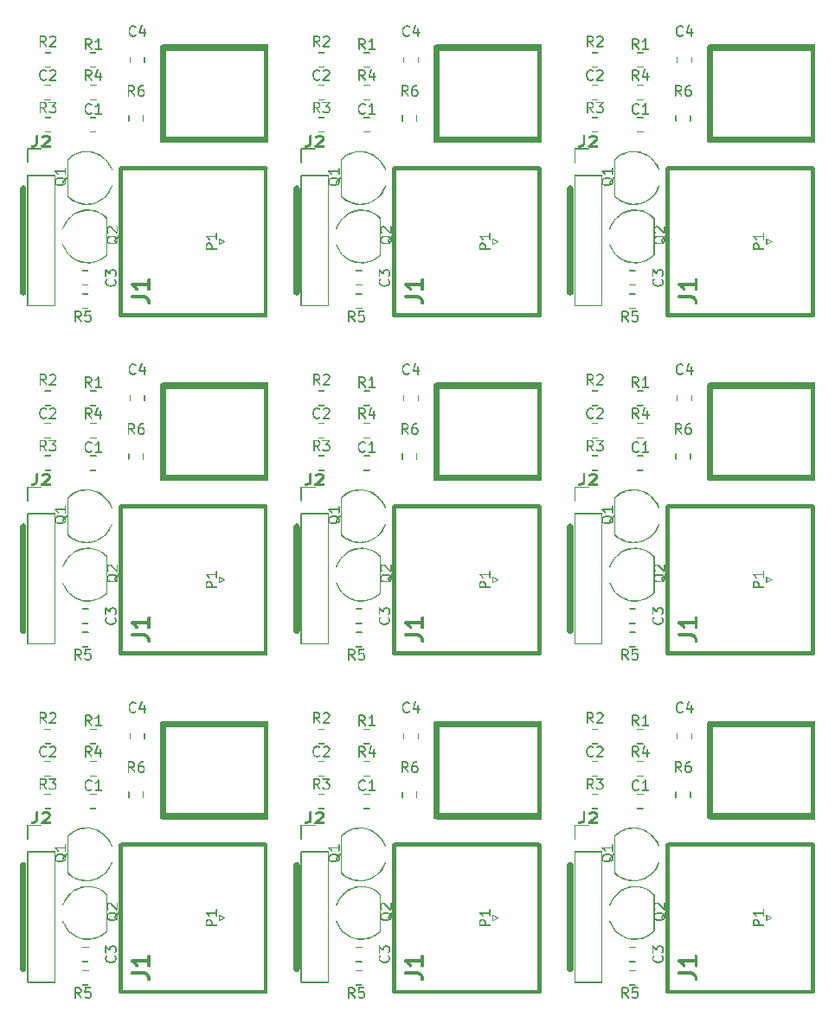
<source format=gto>
%MOIN*%
%OFA0B0*%
%FSLAX36Y36*%
%IPPOS*%
%LPD*%
G36*
X000030000Y000142501D02*
G01*
X000033863Y000143113D01*
X000037348Y000144888D01*
X000040113Y000147653D01*
X000041889Y000151138D01*
X000042501Y000155001D01*
X000042501Y000554999D01*
X000041889Y000558862D01*
X000040113Y000562346D01*
X000037348Y000565112D01*
X000033863Y000566888D01*
X000030000Y000567499D01*
X000026137Y000566888D01*
X000022653Y000565112D01*
X000019888Y000562346D01*
X000018112Y000558862D01*
X000017500Y000554999D01*
X000017500Y000155001D01*
X000018112Y000151138D01*
X000019888Y000147653D01*
X000022653Y000144888D01*
X000026137Y000143113D01*
X000030000Y000142501D01*
G37*
G36*
X000965101Y000625499D02*
G01*
X000967418Y000625865D01*
X000969509Y000626931D01*
X000971168Y000628590D01*
X000972233Y000630682D01*
X000972600Y000632998D01*
X000972233Y000635317D01*
X000971168Y000637407D01*
X000969509Y000639066D01*
X000967418Y000640131D01*
X000965101Y000640499D01*
X000406000Y000640499D01*
X000403683Y000640131D01*
X000401592Y000639066D01*
X000399933Y000637407D01*
X000398868Y000635317D01*
X000398500Y000632998D01*
X000398868Y000630682D01*
X000399933Y000628590D01*
X000401592Y000626931D01*
X000403683Y000625865D01*
X000406000Y000625499D01*
X000965101Y000625499D01*
G37*
G36*
X000964900Y000058800D02*
G01*
X000967218Y000059168D01*
X000969309Y000060233D01*
X000970968Y000061892D01*
X000972033Y000063983D01*
X000972400Y000066301D01*
X000972400Y000633198D01*
X000972033Y000635516D01*
X000970968Y000637608D01*
X000969309Y000639267D01*
X000967218Y000640331D01*
X000964900Y000640699D01*
X000962583Y000640331D01*
X000960492Y000639267D01*
X000958833Y000637608D01*
X000957768Y000635516D01*
X000957400Y000633198D01*
X000957400Y000066301D01*
X000957768Y000063983D01*
X000958833Y000061892D01*
X000960492Y000060233D01*
X000962583Y000059168D01*
X000964900Y000058800D01*
G37*
G36*
X000965101Y000058600D02*
G01*
X000967418Y000058968D01*
X000969509Y000060033D01*
X000971168Y000061691D01*
X000972233Y000063783D01*
X000972600Y000066100D01*
X000972233Y000068418D01*
X000971168Y000070509D01*
X000969509Y000072168D01*
X000967418Y000073233D01*
X000965101Y000073601D01*
X000406000Y000073601D01*
X000403683Y000073233D01*
X000401592Y000072168D01*
X000399933Y000070509D01*
X000398868Y000068418D01*
X000398500Y000066100D01*
X000398868Y000063783D01*
X000399933Y000061691D01*
X000401592Y000060033D01*
X000403683Y000058968D01*
X000406000Y000058600D01*
X000965101Y000058600D01*
G37*
G36*
X000405300Y000058600D02*
G01*
X000407618Y000058968D01*
X000409708Y000060033D01*
X000411368Y000061691D01*
X000412433Y000063783D01*
X000412800Y000066100D01*
X000412800Y000632998D01*
X000412433Y000635317D01*
X000411368Y000637407D01*
X000409708Y000639066D01*
X000407618Y000640131D01*
X000405300Y000640499D01*
X000402983Y000640131D01*
X000400892Y000639066D01*
X000399233Y000637407D01*
X000398168Y000635317D01*
X000397801Y000632998D01*
X000397801Y000066100D01*
X000398168Y000063783D01*
X000399233Y000061691D01*
X000400892Y000060033D01*
X000402983Y000058968D01*
X000405300Y000058600D01*
G37*
G36*
X000310286Y000769684D02*
G01*
X000311016Y000769799D01*
X000311674Y000770135D01*
X000312197Y000770657D01*
X000312532Y000771315D01*
X000312648Y000772047D01*
X000312532Y000772776D01*
X000312197Y000773434D01*
X000311674Y000773957D01*
X000311016Y000774292D01*
X000310286Y000774409D01*
X000289715Y000774409D01*
X000288985Y000774292D01*
X000288326Y000773957D01*
X000287803Y000773434D01*
X000287468Y000772776D01*
X000287352Y000772047D01*
X000287468Y000771315D01*
X000287803Y000770657D01*
X000288326Y000770135D01*
X000288985Y000769799D01*
X000289715Y000769684D01*
X000310286Y000769684D01*
G37*
G36*
X000310286Y000825589D02*
G01*
X000311016Y000825705D01*
X000311674Y000826040D01*
X000312197Y000826563D01*
X000312532Y000827221D01*
X000312648Y000827951D01*
X000312532Y000828682D01*
X000312197Y000829340D01*
X000311674Y000829862D01*
X000311016Y000830199D01*
X000310286Y000830314D01*
X000289715Y000830314D01*
X000288985Y000830199D01*
X000288326Y000829862D01*
X000287803Y000829340D01*
X000287468Y000828682D01*
X000287352Y000827951D01*
X000287468Y000827221D01*
X000287803Y000826563D01*
X000288326Y000826040D01*
X000288985Y000825705D01*
X000289715Y000825589D01*
X000310286Y000825589D01*
G37*
G36*
X000135286Y000950588D02*
G01*
X000136016Y000950705D01*
X000136674Y000951041D01*
X000137198Y000951563D01*
X000137532Y000952222D01*
X000137648Y000952951D01*
X000137532Y000953681D01*
X000137198Y000954340D01*
X000136674Y000954863D01*
X000136016Y000955199D01*
X000135286Y000955314D01*
X000114715Y000955314D01*
X000113984Y000955199D01*
X000113326Y000954863D01*
X000112803Y000954340D01*
X000112468Y000953681D01*
X000112353Y000952951D01*
X000112468Y000952222D01*
X000112803Y000951563D01*
X000113326Y000951041D01*
X000113984Y000950705D01*
X000114715Y000950588D01*
X000135286Y000950588D01*
G37*
G36*
X000135286Y000894684D02*
G01*
X000136016Y000894800D01*
X000136674Y000895134D01*
X000137198Y000895658D01*
X000137532Y000896316D01*
X000137648Y000897046D01*
X000137532Y000897776D01*
X000137198Y000898434D01*
X000136674Y000898957D01*
X000136016Y000899293D01*
X000135286Y000899409D01*
X000114715Y000899409D01*
X000113984Y000899293D01*
X000113326Y000898957D01*
X000112803Y000898434D01*
X000112468Y000897776D01*
X000112353Y000897046D01*
X000112468Y000896316D01*
X000112803Y000895658D01*
X000113326Y000895134D01*
X000113984Y000894800D01*
X000114715Y000894684D01*
X000135286Y000894684D01*
G37*
G36*
X000280286Y000179686D02*
G01*
X000281016Y000179801D01*
X000281674Y000180137D01*
X000282197Y000180660D01*
X000282533Y000181318D01*
X000282648Y000182048D01*
X000282533Y000182778D01*
X000282197Y000183437D01*
X000281674Y000183959D01*
X000281016Y000184295D01*
X000280286Y000184410D01*
X000259714Y000184410D01*
X000258985Y000184295D01*
X000258326Y000183959D01*
X000257803Y000183437D01*
X000257467Y000182778D01*
X000257352Y000182048D01*
X000257467Y000181318D01*
X000257803Y000180660D01*
X000258326Y000180137D01*
X000258985Y000179801D01*
X000259714Y000179686D01*
X000280286Y000179686D01*
G37*
G36*
X000280286Y000235590D02*
G01*
X000281016Y000235707D01*
X000281674Y000236043D01*
X000282197Y000236566D01*
X000282533Y000237223D01*
X000282648Y000237952D01*
X000282533Y000238683D01*
X000282197Y000239342D01*
X000281674Y000239864D01*
X000281016Y000240201D01*
X000280286Y000240316D01*
X000259714Y000240316D01*
X000258985Y000240201D01*
X000258326Y000239864D01*
X000257803Y000239342D01*
X000257467Y000238683D01*
X000257352Y000237952D01*
X000257467Y000237223D01*
X000257803Y000236566D01*
X000258326Y000236043D01*
X000258985Y000235707D01*
X000259714Y000235590D01*
X000280286Y000235590D01*
G37*
G36*
X000497953Y001037350D02*
G01*
X000498683Y001037466D01*
X000499342Y001037801D01*
X000499865Y001038325D01*
X000500198Y001038983D01*
X000500314Y001039713D01*
X000500314Y001060284D01*
X000500198Y001061015D01*
X000499865Y001061673D01*
X000499342Y001062195D01*
X000498683Y001062531D01*
X000497953Y001062647D01*
X000497223Y001062531D01*
X000496565Y001062195D01*
X000496042Y001061673D01*
X000495707Y001061015D01*
X000495590Y001060284D01*
X000495590Y001039713D01*
X000495707Y001038983D01*
X000496042Y001038325D01*
X000496565Y001037801D01*
X000497223Y001037466D01*
X000497953Y001037350D01*
G37*
G36*
X000442047Y001037350D02*
G01*
X000442777Y001037466D01*
X000443435Y001037801D01*
X000443958Y001038325D01*
X000444295Y001038983D01*
X000444410Y001039713D01*
X000444410Y001060284D01*
X000444295Y001061015D01*
X000443958Y001061673D01*
X000443435Y001062195D01*
X000442777Y001062531D01*
X000442047Y001062647D01*
X000441317Y001062531D01*
X000440659Y001062195D01*
X000440137Y001061673D01*
X000439801Y001061015D01*
X000439685Y001060284D01*
X000439685Y001039713D01*
X000439801Y001038983D01*
X000440137Y001038325D01*
X000440659Y001037801D01*
X000441317Y001037466D01*
X000442047Y001037350D01*
G37*
G36*
X000975000Y001084369D02*
G01*
X000975000Y001109960D01*
X000568780Y001109960D01*
X000564826Y001109333D01*
X000561259Y001107516D01*
X000558428Y001104685D01*
X000556611Y001101118D01*
X000555984Y001097165D01*
X000556611Y001093210D01*
X000558428Y001089643D01*
X000561259Y001086812D01*
X000564826Y001084995D01*
X000568780Y001084369D01*
X000975000Y001084369D01*
G37*
G36*
X000568780Y000730038D02*
G01*
X000572734Y000730664D01*
X000576301Y000732482D01*
X000579131Y000735313D01*
X000580949Y000738880D01*
X000581575Y000742834D01*
X000581575Y001097165D01*
X000580949Y001101118D01*
X000579131Y001104685D01*
X000576301Y001107516D01*
X000572734Y001109333D01*
X000568780Y001109960D01*
X000564826Y001109333D01*
X000561259Y001107516D01*
X000558428Y001104685D01*
X000556611Y001101118D01*
X000555984Y001097165D01*
X000555984Y000742834D01*
X000556611Y000738880D01*
X000558428Y000735313D01*
X000561259Y000732482D01*
X000564826Y000730664D01*
X000568780Y000730038D01*
G37*
G36*
X000975000Y000730038D02*
G01*
X000975000Y000755628D01*
X000568780Y000755628D01*
X000564826Y000755002D01*
X000561259Y000753185D01*
X000558428Y000750354D01*
X000556611Y000746788D01*
X000555984Y000742834D01*
X000556611Y000738880D01*
X000558428Y000735313D01*
X000561259Y000732482D01*
X000564826Y000730664D01*
X000568780Y000730038D01*
X000975000Y000730038D01*
G37*
G36*
X000970355Y000730038D02*
G01*
X000974308Y000730664D01*
X000975000Y000731016D01*
X000975000Y001108981D01*
X000974308Y001109333D01*
X000970355Y001109960D01*
X000966401Y001109333D01*
X000962833Y001107516D01*
X000960003Y001104685D01*
X000958186Y001101118D01*
X000957560Y001097165D01*
X000957560Y000742834D01*
X000958186Y000738880D01*
X000960003Y000735313D01*
X000962833Y000732482D01*
X000966401Y000730664D01*
X000970355Y000730038D01*
G37*
G36*
X000202165Y000521772D02*
G01*
X000202896Y000521888D01*
X000203554Y000522223D01*
X000204077Y000522746D01*
X000204412Y000523405D01*
X000204528Y000524134D01*
X000204528Y000665865D01*
X000204412Y000666595D01*
X000204077Y000667252D01*
X000203554Y000667776D01*
X000202896Y000668111D01*
X000202165Y000668227D01*
X000201436Y000668111D01*
X000200777Y000667776D01*
X000200254Y000667252D01*
X000199919Y000666595D01*
X000199803Y000665865D01*
X000199803Y000524134D01*
X000199919Y000523405D01*
X000200254Y000522746D01*
X000200777Y000522223D01*
X000201436Y000521888D01*
X000202165Y000521772D01*
G37*
G36*
X000202490Y000663970D02*
G01*
X000203221Y000664086D01*
X000203879Y000664421D01*
X000204402Y000664944D01*
X000204738Y000665602D01*
X000204853Y000666333D01*
X000204738Y000667062D01*
X000204402Y000667721D01*
X000203879Y000668243D01*
X000203221Y000668579D01*
X000202490Y000668695D01*
X000201761Y000668579D01*
X000201102Y000668243D01*
X000200580Y000667721D01*
X000200244Y000667062D01*
X000200129Y000666333D01*
X000200244Y000665602D01*
X000200580Y000664944D01*
X000201102Y000664421D01*
X000201761Y000664086D01*
X000202490Y000663970D01*
G37*
G36*
X000202490Y000663970D02*
G01*
X000203221Y000664086D01*
X000203879Y000664421D01*
X000213546Y000673067D01*
X000214067Y000673591D01*
X000214402Y000674249D01*
X000214519Y000674979D01*
X000214402Y000675708D01*
X000214067Y000676368D01*
X000213546Y000676889D01*
X000212887Y000677226D01*
X000212157Y000677341D01*
X000211427Y000677226D01*
X000210768Y000676889D01*
X000201102Y000668243D01*
X000200580Y000667721D01*
X000200244Y000667062D01*
X000200129Y000666333D01*
X000200244Y000665602D01*
X000200580Y000664944D01*
X000201102Y000664421D01*
X000201761Y000664086D01*
X000202490Y000663970D01*
G37*
G36*
X000212157Y000672615D02*
G01*
X000212887Y000672732D01*
X000213546Y000673067D01*
X000224233Y000680413D01*
X000224756Y000680937D01*
X000225091Y000681595D01*
X000225206Y000682325D01*
X000225091Y000683054D01*
X000224756Y000683714D01*
X000224233Y000684236D01*
X000223574Y000684572D01*
X000222844Y000684687D01*
X000222114Y000684572D01*
X000221456Y000684236D01*
X000210768Y000676889D01*
X000210246Y000676368D01*
X000209911Y000675708D01*
X000209794Y000674979D01*
X000209911Y000674249D01*
X000210246Y000673591D01*
X000210768Y000673067D01*
X000211427Y000672732D01*
X000212157Y000672615D01*
G37*
G36*
X000222844Y000679963D02*
G01*
X000223574Y000680079D01*
X000224233Y000680413D01*
X000235768Y000686341D01*
X000236290Y000686863D01*
X000236625Y000687522D01*
X000236742Y000688251D01*
X000236625Y000688982D01*
X000236290Y000689640D01*
X000235768Y000690163D01*
X000235110Y000690498D01*
X000234380Y000690614D01*
X000233650Y000690498D01*
X000232991Y000690163D01*
X000221456Y000684236D01*
X000220933Y000683714D01*
X000220598Y000683054D01*
X000220482Y000682325D01*
X000220598Y000681595D01*
X000220933Y000680937D01*
X000221456Y000680413D01*
X000222114Y000680079D01*
X000222844Y000679963D01*
G37*
G36*
X000234380Y000685889D02*
G01*
X000235110Y000686005D01*
X000247306Y000690415D01*
X000247964Y000690752D01*
X000248487Y000691273D01*
X000248822Y000691933D01*
X000248938Y000692661D01*
X000248822Y000693393D01*
X000248487Y000694050D01*
X000247964Y000694574D01*
X000247306Y000694907D01*
X000246575Y000695025D01*
X000245845Y000694907D01*
X000233650Y000690498D01*
X000232991Y000690163D01*
X000232468Y000689640D01*
X000232133Y000688982D01*
X000232017Y000688251D01*
X000232133Y000687522D01*
X000232468Y000686863D01*
X000232991Y000686341D01*
X000233650Y000686005D01*
X000234380Y000685889D01*
G37*
G36*
X000246575Y000690300D02*
G01*
X000247306Y000690415D01*
X000259963Y000693239D01*
X000260622Y000693574D01*
X000261144Y000694097D01*
X000261480Y000694755D01*
X000261596Y000695485D01*
X000261480Y000696215D01*
X000261144Y000696874D01*
X000260622Y000697396D01*
X000259963Y000697731D01*
X000259234Y000697847D01*
X000258502Y000697731D01*
X000245845Y000694907D01*
X000245187Y000694574D01*
X000244664Y000694050D01*
X000244329Y000693393D01*
X000244213Y000692661D01*
X000244329Y000691933D01*
X000244664Y000691273D01*
X000245187Y000690752D01*
X000245845Y000690415D01*
X000246575Y000690300D01*
G37*
G36*
X000259234Y000693123D02*
G01*
X000272148Y000694313D01*
X000272877Y000694428D01*
X000273536Y000694762D01*
X000274058Y000695286D01*
X000274395Y000695944D01*
X000274510Y000696675D01*
X000274395Y000697404D01*
X000274058Y000698063D01*
X000273536Y000698585D01*
X000272877Y000698922D01*
X000272148Y000699036D01*
X000259234Y000697847D01*
X000258502Y000697731D01*
X000257845Y000697396D01*
X000257322Y000696874D01*
X000256987Y000696215D01*
X000256872Y000695485D01*
X000256987Y000694755D01*
X000257322Y000694097D01*
X000257845Y000693574D01*
X000258502Y000693239D01*
X000259234Y000693123D01*
G37*
G36*
X000285108Y000693849D02*
G01*
X000285839Y000693965D01*
X000286496Y000694300D01*
X000287019Y000694823D01*
X000287355Y000695481D01*
X000287470Y000696212D01*
X000287355Y000696941D01*
X000287019Y000697600D01*
X000286496Y000698122D01*
X000285839Y000698458D01*
X000285108Y000698573D01*
X000272148Y000699036D01*
X000271418Y000698922D01*
X000270759Y000698585D01*
X000270237Y000698063D01*
X000269901Y000697404D01*
X000269785Y000696675D01*
X000269901Y000695944D01*
X000270237Y000695286D01*
X000270759Y000694762D01*
X000271418Y000694428D01*
X000272148Y000694313D01*
X000285108Y000693849D01*
G37*
G36*
X000297905Y000691741D02*
G01*
X000298634Y000691855D01*
X000299293Y000692191D01*
X000299815Y000692714D01*
X000300151Y000693373D01*
X000300267Y000694103D01*
X000300151Y000694831D01*
X000299815Y000695490D01*
X000299293Y000696013D01*
X000298634Y000696349D01*
X000285839Y000698458D01*
X000285108Y000698573D01*
X000284378Y000698458D01*
X000283720Y000698122D01*
X000283197Y000697600D01*
X000282861Y000696941D01*
X000282746Y000696212D01*
X000282861Y000695481D01*
X000283197Y000694823D01*
X000283720Y000694300D01*
X000284378Y000693965D01*
X000297175Y000691855D01*
X000297905Y000691741D01*
G37*
G36*
X000310329Y000688021D02*
G01*
X000311058Y000688136D01*
X000311717Y000688472D01*
X000312239Y000688993D01*
X000312575Y000689653D01*
X000312690Y000690382D01*
X000312575Y000691113D01*
X000312239Y000691771D01*
X000311717Y000692294D01*
X000311058Y000692628D01*
X000298634Y000696349D01*
X000297905Y000696464D01*
X000297175Y000696349D01*
X000296516Y000696013D01*
X000295993Y000695490D01*
X000295659Y000694831D01*
X000295542Y000694103D01*
X000295659Y000693373D01*
X000295993Y000692714D01*
X000296516Y000692191D01*
X000297175Y000691855D01*
X000309599Y000688136D01*
X000310329Y000688021D01*
G37*
G36*
X000322178Y000682749D02*
G01*
X000322909Y000682866D01*
X000323567Y000683199D01*
X000324088Y000683723D01*
X000324425Y000684382D01*
X000324540Y000685112D01*
X000324425Y000685841D01*
X000324088Y000686501D01*
X000323567Y000687023D01*
X000322909Y000687359D01*
X000311058Y000692628D01*
X000310329Y000692744D01*
X000309599Y000692628D01*
X000308940Y000692294D01*
X000308417Y000691771D01*
X000308081Y000691113D01*
X000307966Y000690382D01*
X000308081Y000689653D01*
X000308417Y000688993D01*
X000308940Y000688472D01*
X000309599Y000688136D01*
X000321448Y000682866D01*
X000322178Y000682749D01*
G37*
G36*
X000333260Y000676015D02*
G01*
X000333990Y000676130D01*
X000334649Y000676466D01*
X000335172Y000676989D01*
X000335507Y000677647D01*
X000335622Y000678376D01*
X000335507Y000679106D01*
X000335172Y000679765D01*
X000334649Y000680288D01*
X000323567Y000687023D01*
X000322909Y000687359D01*
X000322178Y000687474D01*
X000321448Y000687359D01*
X000320790Y000687023D01*
X000320267Y000686501D01*
X000319931Y000685841D01*
X000319816Y000685112D01*
X000319931Y000684382D01*
X000320267Y000683723D01*
X000320790Y000683199D01*
X000331872Y000676466D01*
X000332530Y000676130D01*
X000333260Y000676015D01*
G37*
G36*
X000343396Y000667923D02*
G01*
X000344126Y000668039D01*
X000344784Y000668374D01*
X000345307Y000668898D01*
X000345643Y000669555D01*
X000345758Y000670286D01*
X000345643Y000671015D01*
X000345307Y000671675D01*
X000344784Y000672197D01*
X000334649Y000680288D01*
X000333990Y000680623D01*
X000333260Y000680737D01*
X000332530Y000680623D01*
X000331872Y000680288D01*
X000331349Y000679765D01*
X000331014Y000679106D01*
X000330898Y000678376D01*
X000331014Y000677647D01*
X000331349Y000676989D01*
X000331872Y000676466D01*
X000342008Y000668374D01*
X000342665Y000668039D01*
X000343396Y000667923D01*
G37*
G36*
X000352420Y000658608D02*
G01*
X000353149Y000658724D01*
X000353808Y000659060D01*
X000354331Y000659582D01*
X000354667Y000660241D01*
X000354782Y000660971D01*
X000354667Y000661701D01*
X000354331Y000662359D01*
X000345307Y000671675D01*
X000344784Y000672197D01*
X000344126Y000672532D01*
X000343396Y000672649D01*
X000342665Y000672532D01*
X000342008Y000672197D01*
X000341485Y000671675D01*
X000341148Y000671015D01*
X000341034Y000670286D01*
X000341148Y000669555D01*
X000341485Y000668898D01*
X000350509Y000659582D01*
X000351030Y000659060D01*
X000351690Y000658724D01*
X000352420Y000658608D01*
G37*
G36*
X000360185Y000648222D02*
G01*
X000360915Y000648337D01*
X000361573Y000648673D01*
X000362095Y000649196D01*
X000362431Y000649854D01*
X000362546Y000650584D01*
X000362431Y000651314D01*
X000362095Y000651972D01*
X000354331Y000662359D01*
X000353808Y000662882D01*
X000353149Y000663217D01*
X000352420Y000663334D01*
X000351690Y000663217D01*
X000351030Y000662882D01*
X000350509Y000662359D01*
X000350173Y000661701D01*
X000350057Y000660971D01*
X000350173Y000660241D01*
X000350509Y000659582D01*
X000358273Y000649196D01*
X000358797Y000648673D01*
X000359455Y000648337D01*
X000360185Y000648222D01*
G37*
G36*
X000366564Y000636930D02*
G01*
X000367296Y000637047D01*
X000367954Y000637382D01*
X000368476Y000637905D01*
X000368812Y000638563D01*
X000368927Y000639293D01*
X000368812Y000640023D01*
X000368476Y000640682D01*
X000362095Y000651972D01*
X000361573Y000652495D01*
X000360915Y000652830D01*
X000360185Y000652946D01*
X000359455Y000652830D01*
X000358797Y000652495D01*
X000358273Y000651972D01*
X000357938Y000651314D01*
X000357822Y000650584D01*
X000357938Y000649854D01*
X000358273Y000649196D01*
X000364654Y000637905D01*
X000365176Y000637382D01*
X000365835Y000637047D01*
X000366564Y000636930D01*
G37*
G36*
X000371457Y000624920D02*
G01*
X000372188Y000625035D01*
X000372846Y000625371D01*
X000373368Y000625893D01*
X000373704Y000626552D01*
X000373819Y000627282D01*
X000373704Y000628013D01*
X000368812Y000640023D01*
X000368476Y000640682D01*
X000367954Y000641204D01*
X000367296Y000641540D01*
X000366564Y000641656D01*
X000365835Y000641540D01*
X000365176Y000641204D01*
X000364654Y000640682D01*
X000364319Y000640023D01*
X000364203Y000639293D01*
X000364319Y000638563D01*
X000369210Y000626552D01*
X000369545Y000625893D01*
X000370069Y000625371D01*
X000370727Y000625035D01*
X000371457Y000624920D01*
G37*
G36*
X000203044Y000521440D02*
G01*
X000203774Y000521556D01*
X000204433Y000521891D01*
X000204955Y000522413D01*
X000205290Y000523072D01*
X000205407Y000523802D01*
X000205290Y000524532D01*
X000204955Y000525190D01*
X000204433Y000525713D01*
X000203774Y000526048D01*
X000203044Y000526164D01*
X000202314Y000526048D01*
X000201655Y000525713D01*
X000201133Y000525190D01*
X000200798Y000524532D01*
X000200682Y000523802D01*
X000200798Y000523072D01*
X000201133Y000522413D01*
X000201655Y000521891D01*
X000202314Y000521556D01*
X000203044Y000521440D01*
G37*
G36*
X000212748Y000512816D02*
G01*
X000213478Y000512932D01*
X000214136Y000513267D01*
X000214659Y000513789D01*
X000214994Y000514449D01*
X000215109Y000515179D01*
X000214994Y000515908D01*
X000214659Y000516567D01*
X000214136Y000517090D01*
X000204433Y000525713D01*
X000203774Y000526048D01*
X000203044Y000526164D01*
X000202314Y000526048D01*
X000201655Y000525713D01*
X000201133Y000525190D01*
X000200798Y000524532D01*
X000200682Y000523802D01*
X000200798Y000523072D01*
X000201133Y000522413D01*
X000201655Y000521891D01*
X000211359Y000513267D01*
X000212018Y000512932D01*
X000212748Y000512816D01*
G37*
G36*
X000223475Y000505507D02*
G01*
X000224205Y000505622D01*
X000224864Y000505957D01*
X000225386Y000506479D01*
X000225721Y000507138D01*
X000225837Y000507869D01*
X000225721Y000508598D01*
X000225386Y000509256D01*
X000224864Y000509780D01*
X000214136Y000517090D01*
X000213478Y000517426D01*
X000212748Y000517541D01*
X000212018Y000517426D01*
X000211359Y000517090D01*
X000210836Y000516567D01*
X000210501Y000515908D01*
X000210385Y000515179D01*
X000210501Y000514449D01*
X000210836Y000513789D01*
X000211359Y000513267D01*
X000222086Y000505957D01*
X000222745Y000505622D01*
X000223475Y000505507D01*
G37*
G36*
X000235049Y000499628D02*
G01*
X000235780Y000499744D01*
X000236438Y000500079D01*
X000236960Y000500603D01*
X000237296Y000501260D01*
X000237412Y000501990D01*
X000237296Y000502721D01*
X000236960Y000503379D01*
X000236438Y000503901D01*
X000235780Y000504237D01*
X000224205Y000510115D01*
X000223475Y000510231D01*
X000222745Y000510115D01*
X000222086Y000509780D01*
X000221564Y000509256D01*
X000221227Y000508598D01*
X000221112Y000507869D01*
X000221227Y000507138D01*
X000221564Y000506479D01*
X000222086Y000505957D01*
X000222745Y000505622D01*
X000234319Y000499744D01*
X000235049Y000499628D01*
G37*
G36*
X000247281Y000495281D02*
G01*
X000248011Y000495396D01*
X000248670Y000495731D01*
X000249192Y000496255D01*
X000249528Y000496913D01*
X000249644Y000497642D01*
X000249528Y000498372D01*
X000249192Y000499031D01*
X000248670Y000499552D01*
X000248011Y000499889D01*
X000235780Y000504237D01*
X000235049Y000504353D01*
X000234319Y000504237D01*
X000233661Y000503901D01*
X000233139Y000503379D01*
X000232803Y000502721D01*
X000232688Y000501990D01*
X000232803Y000501260D01*
X000233139Y000500603D01*
X000233661Y000500079D01*
X000234319Y000499744D01*
X000246550Y000495396D01*
X000247281Y000495281D01*
G37*
G36*
X000259969Y000492534D02*
G01*
X000260699Y000492648D01*
X000261357Y000492985D01*
X000261880Y000493508D01*
X000262215Y000494166D01*
X000262331Y000494896D01*
X000262215Y000495626D01*
X000261880Y000496284D01*
X000261357Y000496807D01*
X000260699Y000497143D01*
X000248011Y000499889D01*
X000247281Y000500005D01*
X000246550Y000499889D01*
X000245892Y000499552D01*
X000245370Y000499031D01*
X000245034Y000498372D01*
X000244919Y000497642D01*
X000245034Y000496913D01*
X000245370Y000496255D01*
X000245892Y000495731D01*
X000246550Y000495396D01*
X000259239Y000492648D01*
X000259969Y000492534D01*
G37*
G36*
X000272903Y000491434D02*
G01*
X000273633Y000491549D01*
X000274292Y000491884D01*
X000274815Y000492407D01*
X000275150Y000493066D01*
X000275266Y000493795D01*
X000275150Y000494525D01*
X000274815Y000495185D01*
X000274292Y000495705D01*
X000273633Y000496042D01*
X000272903Y000496158D01*
X000259969Y000497258D01*
X000259239Y000497143D01*
X000258581Y000496807D01*
X000258056Y000496284D01*
X000257722Y000495626D01*
X000257606Y000494896D01*
X000257722Y000494166D01*
X000258056Y000493508D01*
X000258581Y000492985D01*
X000259239Y000492648D01*
X000259969Y000492534D01*
X000272903Y000491434D01*
G37*
G36*
X000272903Y000491434D02*
G01*
X000285872Y000491997D01*
X000286603Y000492113D01*
X000287261Y000492448D01*
X000287784Y000492970D01*
X000288120Y000493628D01*
X000288235Y000494359D01*
X000288120Y000495089D01*
X000287784Y000495748D01*
X000287261Y000496270D01*
X000286603Y000496605D01*
X000285872Y000496721D01*
X000272903Y000496158D01*
X000272174Y000496042D01*
X000271515Y000495705D01*
X000270993Y000495185D01*
X000270657Y000494525D01*
X000270542Y000493795D01*
X000270657Y000493066D01*
X000270993Y000492407D01*
X000271515Y000491884D01*
X000272174Y000491549D01*
X000272903Y000491434D01*
G37*
G36*
X000285872Y000491997D02*
G01*
X000286603Y000492113D01*
X000299393Y000494331D01*
X000300051Y000494667D01*
X000300574Y000495190D01*
X000300909Y000495848D01*
X000301025Y000496578D01*
X000300909Y000497308D01*
X000300574Y000497966D01*
X000300051Y000498489D01*
X000299393Y000498825D01*
X000298663Y000498941D01*
X000297933Y000498825D01*
X000285143Y000496605D01*
X000284484Y000496270D01*
X000283962Y000495748D01*
X000283626Y000495089D01*
X000283510Y000494359D01*
X000283626Y000493628D01*
X000283962Y000492970D01*
X000284484Y000492448D01*
X000285143Y000492113D01*
X000285872Y000491997D01*
G37*
G36*
X000298663Y000494216D02*
G01*
X000299393Y000494331D01*
X000311794Y000498170D01*
X000312453Y000498505D01*
X000312975Y000499027D01*
X000313311Y000499687D01*
X000313427Y000500416D01*
X000313311Y000501146D01*
X000312975Y000501804D01*
X000312453Y000502326D01*
X000311794Y000502663D01*
X000311064Y000502777D01*
X000310335Y000502663D01*
X000297933Y000498825D01*
X000297275Y000498489D01*
X000296753Y000497966D01*
X000296416Y000497308D01*
X000296301Y000496578D01*
X000296416Y000495848D01*
X000296753Y000495190D01*
X000297275Y000494667D01*
X000297933Y000494331D01*
X000298663Y000494216D01*
G37*
G36*
X000311064Y000498052D02*
G01*
X000311794Y000498170D01*
X000323602Y000503561D01*
X000324261Y000503897D01*
X000324783Y000504421D01*
X000325120Y000505078D01*
X000325235Y000505808D01*
X000325120Y000506540D01*
X000324783Y000507197D01*
X000324261Y000507719D01*
X000323602Y000508055D01*
X000322872Y000508171D01*
X000322142Y000508055D01*
X000310335Y000502663D01*
X000309677Y000502326D01*
X000309153Y000501804D01*
X000308818Y000501146D01*
X000308702Y000500416D01*
X000308818Y000499687D01*
X000309153Y000499027D01*
X000309677Y000498505D01*
X000310335Y000498170D01*
X000311064Y000498052D01*
G37*
G36*
X000322872Y000503447D02*
G01*
X000323602Y000503561D01*
X000324261Y000503897D01*
X000335282Y000510758D01*
X000335804Y000511279D01*
X000336140Y000511939D01*
X000336256Y000512669D01*
X000336140Y000513399D01*
X000335804Y000514057D01*
X000335282Y000514580D01*
X000334623Y000514915D01*
X000333894Y000515031D01*
X000333164Y000514915D01*
X000332505Y000514580D01*
X000321484Y000507719D01*
X000320962Y000507197D01*
X000320626Y000506540D01*
X000320510Y000505808D01*
X000320626Y000505078D01*
X000320962Y000504421D01*
X000321484Y000503897D01*
X000322142Y000503561D01*
X000322872Y000503447D01*
G37*
G36*
X000333894Y000510306D02*
G01*
X000334623Y000510422D01*
X000335282Y000510758D01*
X000345335Y000518972D01*
X000345857Y000519494D01*
X000346192Y000520153D01*
X000346308Y000520883D01*
X000346192Y000521613D01*
X000345857Y000522271D01*
X000345335Y000522794D01*
X000344675Y000523130D01*
X000343945Y000523244D01*
X000343216Y000523130D01*
X000342557Y000522794D01*
X000332505Y000514580D01*
X000331982Y000514057D01*
X000331647Y000513399D01*
X000331531Y000512669D01*
X000331647Y000511939D01*
X000331982Y000511279D01*
X000332505Y000510758D01*
X000333164Y000510422D01*
X000333894Y000510306D01*
G37*
G36*
X000343945Y000518520D02*
G01*
X000344675Y000518636D01*
X000345335Y000518972D01*
X000345857Y000519494D01*
X000354775Y000528927D01*
X000355111Y000529586D01*
X000355226Y000530316D01*
X000355111Y000531046D01*
X000354775Y000531704D01*
X000354253Y000532227D01*
X000353594Y000532563D01*
X000352864Y000532678D01*
X000352135Y000532563D01*
X000351476Y000532227D01*
X000350953Y000531704D01*
X000342035Y000522271D01*
X000341699Y000521613D01*
X000341584Y000520883D01*
X000341699Y000520153D01*
X000342035Y000519494D01*
X000342557Y000518972D01*
X000343216Y000518636D01*
X000343945Y000518520D01*
G37*
G36*
X000352864Y000527953D02*
G01*
X000353594Y000528069D01*
X000354253Y000528405D01*
X000354775Y000528927D01*
X000362413Y000539425D01*
X000362749Y000540083D01*
X000362864Y000540813D01*
X000362749Y000541542D01*
X000362413Y000542201D01*
X000361890Y000542723D01*
X000361232Y000543060D01*
X000360502Y000543174D01*
X000359772Y000543060D01*
X000359114Y000542723D01*
X000358591Y000542201D01*
X000350953Y000531704D01*
X000350617Y000531046D01*
X000350502Y000530316D01*
X000350617Y000529586D01*
X000350953Y000528927D01*
X000351476Y000528405D01*
X000352135Y000528069D01*
X000352864Y000527953D01*
G37*
G36*
X000360502Y000538450D02*
G01*
X000361232Y000538566D01*
X000361890Y000538901D01*
X000362413Y000539425D01*
X000368645Y000550810D01*
X000368980Y000551469D01*
X000369096Y000552198D01*
X000368980Y000552929D01*
X000368645Y000553587D01*
X000368122Y000554109D01*
X000367464Y000554445D01*
X000366734Y000554561D01*
X000366004Y000554445D01*
X000365346Y000554109D01*
X000364824Y000553587D01*
X000358591Y000542201D01*
X000358256Y000541542D01*
X000358140Y000540813D01*
X000358256Y000540083D01*
X000358591Y000539425D01*
X000359114Y000538901D01*
X000359772Y000538566D01*
X000360502Y000538450D01*
G37*
G36*
X000366734Y000549836D02*
G01*
X000367464Y000549951D01*
X000368122Y000550288D01*
X000368645Y000550810D01*
X000368980Y000551469D01*
X000373704Y000563560D01*
X000373819Y000564290D01*
X000373704Y000565020D01*
X000373368Y000565678D01*
X000372846Y000566202D01*
X000372188Y000566537D01*
X000371457Y000566652D01*
X000370727Y000566537D01*
X000370069Y000566202D01*
X000369545Y000565678D01*
X000369210Y000565020D01*
X000364487Y000552929D01*
X000364372Y000552198D01*
X000364487Y000551469D01*
X000364824Y000550810D01*
X000365346Y000550288D01*
X000366004Y000549951D01*
X000366734Y000549836D01*
G37*
G36*
X000352835Y000296773D02*
G01*
X000353565Y000296888D01*
X000354223Y000297224D01*
X000354746Y000297746D01*
X000355082Y000298405D01*
X000355197Y000299135D01*
X000355197Y000440867D01*
X000355082Y000441597D01*
X000354746Y000442256D01*
X000354223Y000442778D01*
X000353565Y000443114D01*
X000352835Y000443229D01*
X000352105Y000443114D01*
X000351447Y000442778D01*
X000350923Y000442256D01*
X000350588Y000441597D01*
X000350472Y000440867D01*
X000350472Y000299135D01*
X000350588Y000298405D01*
X000350923Y000297746D01*
X000351447Y000297224D01*
X000352105Y000296888D01*
X000352835Y000296773D01*
G37*
G36*
X000351957Y000438837D02*
G01*
X000352686Y000438953D01*
X000353345Y000439288D01*
X000353867Y000439811D01*
X000354203Y000440469D01*
X000354318Y000441200D01*
X000354203Y000441928D01*
X000353867Y000442589D01*
X000353345Y000443110D01*
X000352686Y000443446D01*
X000351957Y000443562D01*
X000351226Y000443446D01*
X000350568Y000443110D01*
X000350045Y000442589D01*
X000349710Y000441928D01*
X000349595Y000441200D01*
X000349710Y000440469D01*
X000350045Y000439811D01*
X000350568Y000439288D01*
X000351226Y000438953D01*
X000351957Y000438837D01*
G37*
G36*
X000351957Y000438837D02*
G01*
X000352686Y000438953D01*
X000353345Y000439288D01*
X000353867Y000439811D01*
X000354203Y000440469D01*
X000354318Y000441200D01*
X000354203Y000441928D01*
X000353867Y000442589D01*
X000353345Y000443110D01*
X000343642Y000451734D01*
X000342983Y000452069D01*
X000342252Y000452185D01*
X000341523Y000452069D01*
X000340864Y000451734D01*
X000340342Y000451211D01*
X000340006Y000450553D01*
X000339890Y000449822D01*
X000340006Y000449093D01*
X000340342Y000448434D01*
X000340864Y000447912D01*
X000350568Y000439288D01*
X000351226Y000438953D01*
X000351957Y000438837D01*
G37*
G36*
X000342252Y000447461D02*
G01*
X000342983Y000447576D01*
X000343642Y000447912D01*
X000344164Y000448434D01*
X000344500Y000449093D01*
X000344615Y000449822D01*
X000344500Y000450553D01*
X000344164Y000451211D01*
X000343642Y000451734D01*
X000332914Y000459045D01*
X000332256Y000459379D01*
X000331526Y000459496D01*
X000330796Y000459379D01*
X000330137Y000459045D01*
X000329614Y000458522D01*
X000329279Y000457864D01*
X000329164Y000457133D01*
X000329279Y000456403D01*
X000329614Y000455744D01*
X000330137Y000455223D01*
X000340864Y000447912D01*
X000341523Y000447576D01*
X000342252Y000447461D01*
G37*
G36*
X000331526Y000454771D02*
G01*
X000332256Y000454887D01*
X000332914Y000455223D01*
X000333437Y000455744D01*
X000333772Y000456403D01*
X000333888Y000457133D01*
X000333772Y000457864D01*
X000333437Y000458522D01*
X000332914Y000459045D01*
X000332256Y000459379D01*
X000320681Y000465257D01*
X000319951Y000465373D01*
X000319221Y000465257D01*
X000318562Y000464922D01*
X000318040Y000464399D01*
X000317704Y000463740D01*
X000317589Y000463011D01*
X000317704Y000462281D01*
X000318040Y000461623D01*
X000318562Y000461100D01*
X000319221Y000460764D01*
X000330796Y000454887D01*
X000331526Y000454771D01*
G37*
G36*
X000319951Y000460649D02*
G01*
X000320681Y000460764D01*
X000321339Y000461100D01*
X000321862Y000461623D01*
X000322198Y000462281D01*
X000322314Y000463011D01*
X000322198Y000463740D01*
X000321862Y000464399D01*
X000321339Y000464922D01*
X000320681Y000465257D01*
X000308449Y000469605D01*
X000307719Y000469721D01*
X000306989Y000469605D01*
X000306331Y000469270D01*
X000305809Y000468747D01*
X000305473Y000468089D01*
X000305357Y000467359D01*
X000305473Y000466629D01*
X000305809Y000465971D01*
X000306331Y000465448D01*
X000306989Y000465112D01*
X000319221Y000460764D01*
X000319951Y000460649D01*
G37*
G36*
X000307719Y000464997D02*
G01*
X000308449Y000465112D01*
X000309108Y000465448D01*
X000309631Y000465971D01*
X000309966Y000466629D01*
X000310081Y000467359D01*
X000309966Y000468089D01*
X000309631Y000468747D01*
X000309108Y000469270D01*
X000308449Y000469605D01*
X000295762Y000472352D01*
X000295032Y000472468D01*
X000294301Y000472352D01*
X000293643Y000472016D01*
X000293121Y000471494D01*
X000292785Y000470835D01*
X000292670Y000470105D01*
X000292785Y000469376D01*
X000293121Y000468717D01*
X000293643Y000468193D01*
X000294301Y000467859D01*
X000306989Y000465112D01*
X000307719Y000464997D01*
G37*
G36*
X000295032Y000467744D02*
G01*
X000295762Y000467859D01*
X000296420Y000468193D01*
X000296943Y000468717D01*
X000297279Y000469376D01*
X000297394Y000470105D01*
X000297279Y000470835D01*
X000296943Y000471494D01*
X000296420Y000472016D01*
X000295762Y000472352D01*
X000295032Y000472468D01*
X000282097Y000473568D01*
X000281367Y000473453D01*
X000280709Y000473118D01*
X000280186Y000472594D01*
X000279851Y000471937D01*
X000279735Y000471207D01*
X000279851Y000470476D01*
X000280186Y000469817D01*
X000280709Y000469296D01*
X000281367Y000468960D01*
X000282097Y000468844D01*
X000295032Y000467744D01*
G37*
G36*
X000269128Y000468280D02*
G01*
X000282097Y000468844D01*
X000282827Y000468960D01*
X000283485Y000469296D01*
X000284009Y000469817D01*
X000284344Y000470476D01*
X000284459Y000471207D01*
X000284344Y000471937D01*
X000284009Y000472594D01*
X000283485Y000473118D01*
X000282827Y000473453D01*
X000282097Y000473568D01*
X000269128Y000473004D01*
X000268398Y000472889D01*
X000267740Y000472553D01*
X000267216Y000472031D01*
X000266881Y000471373D01*
X000266766Y000470643D01*
X000266881Y000469912D01*
X000267216Y000469254D01*
X000267740Y000468732D01*
X000268398Y000468396D01*
X000269128Y000468280D01*
G37*
G36*
X000256336Y000466061D02*
G01*
X000257067Y000466176D01*
X000269858Y000468396D01*
X000270516Y000468732D01*
X000271039Y000469254D01*
X000271375Y000469912D01*
X000271490Y000470643D01*
X000271375Y000471373D01*
X000271039Y000472031D01*
X000270516Y000472553D01*
X000269858Y000472889D01*
X000269128Y000473004D01*
X000268398Y000472889D01*
X000255606Y000470670D01*
X000254948Y000470334D01*
X000254427Y000469811D01*
X000254091Y000469154D01*
X000253975Y000468423D01*
X000254091Y000467693D01*
X000254427Y000467035D01*
X000254948Y000466513D01*
X000255606Y000466176D01*
X000256336Y000466061D01*
G37*
G36*
X000243936Y000462223D02*
G01*
X000244666Y000462339D01*
X000257067Y000466176D01*
X000257726Y000466513D01*
X000258249Y000467035D01*
X000258583Y000467693D01*
X000258700Y000468423D01*
X000258583Y000469154D01*
X000258249Y000469811D01*
X000257726Y000470334D01*
X000257067Y000470670D01*
X000256336Y000470785D01*
X000255606Y000470670D01*
X000243206Y000466832D01*
X000242548Y000466497D01*
X000242025Y000465975D01*
X000241690Y000465316D01*
X000241574Y000464585D01*
X000241690Y000463855D01*
X000242025Y000463197D01*
X000242548Y000462675D01*
X000243206Y000462339D01*
X000243936Y000462223D01*
G37*
G36*
X000232128Y000456830D02*
G01*
X000232858Y000456946D01*
X000244666Y000462339D01*
X000245325Y000462675D01*
X000245848Y000463197D01*
X000246183Y000463855D01*
X000246298Y000464585D01*
X000246183Y000465316D01*
X000245848Y000465975D01*
X000245325Y000466497D01*
X000244666Y000466832D01*
X000243936Y000466948D01*
X000243206Y000466832D01*
X000231398Y000461439D01*
X000230740Y000461103D01*
X000230217Y000460581D01*
X000229881Y000459923D01*
X000229766Y000459192D01*
X000229881Y000458462D01*
X000230217Y000457804D01*
X000230740Y000457281D01*
X000231398Y000456946D01*
X000232128Y000456830D01*
G37*
G36*
X000221107Y000449971D02*
G01*
X000221837Y000450086D01*
X000222496Y000450422D01*
X000233516Y000457281D01*
X000234039Y000457804D01*
X000234375Y000458462D01*
X000234490Y000459192D01*
X000234375Y000459923D01*
X000234039Y000460581D01*
X000233516Y000461103D01*
X000232858Y000461439D01*
X000232128Y000461554D01*
X000231398Y000461439D01*
X000230740Y000461103D01*
X000219719Y000454244D01*
X000219196Y000453720D01*
X000218861Y000453062D01*
X000218745Y000452332D01*
X000218861Y000451603D01*
X000219196Y000450945D01*
X000219719Y000450422D01*
X000220377Y000450086D01*
X000221107Y000449971D01*
G37*
G36*
X000211055Y000441756D02*
G01*
X000211785Y000441872D01*
X000212443Y000442208D01*
X000222496Y000450422D01*
X000223018Y000450945D01*
X000223354Y000451603D01*
X000223469Y000452332D01*
X000223354Y000453062D01*
X000223018Y000453720D01*
X000222496Y000454244D01*
X000221837Y000454580D01*
X000221107Y000454693D01*
X000220377Y000454580D01*
X000219719Y000454244D01*
X000209666Y000446030D01*
X000209144Y000445507D01*
X000208809Y000444849D01*
X000208693Y000444118D01*
X000208809Y000443389D01*
X000209144Y000442730D01*
X000209666Y000442208D01*
X000210325Y000441872D01*
X000211055Y000441756D01*
G37*
G36*
X000202137Y000432324D02*
G01*
X000202866Y000432439D01*
X000203525Y000432775D01*
X000204047Y000433298D01*
X000212965Y000442730D01*
X000213301Y000443389D01*
X000213417Y000444118D01*
X000213301Y000444849D01*
X000212965Y000445507D01*
X000212443Y000446030D01*
X000211785Y000446365D01*
X000211055Y000446481D01*
X000210325Y000446365D01*
X000209666Y000446030D01*
X000209144Y000445507D01*
X000200225Y000436074D01*
X000199890Y000435416D01*
X000199773Y000434685D01*
X000199890Y000433956D01*
X000200225Y000433298D01*
X000200748Y000432775D01*
X000201407Y000432439D01*
X000202137Y000432324D01*
G37*
G36*
X000194498Y000421827D02*
G01*
X000195228Y000421943D01*
X000195886Y000422278D01*
X000196410Y000422800D01*
X000204047Y000433298D01*
X000204383Y000433956D01*
X000204499Y000434685D01*
X000204383Y000435416D01*
X000204047Y000436074D01*
X000203525Y000436597D01*
X000202866Y000436932D01*
X000202137Y000437048D01*
X000201407Y000436932D01*
X000200748Y000436597D01*
X000200225Y000436074D01*
X000192588Y000425578D01*
X000192252Y000424919D01*
X000192136Y000424190D01*
X000192252Y000423459D01*
X000192588Y000422800D01*
X000193109Y000422278D01*
X000193769Y000421943D01*
X000194498Y000421827D01*
G37*
G36*
X000188266Y000410438D02*
G01*
X000188996Y000410554D01*
X000189655Y000410890D01*
X000190178Y000411413D01*
X000196410Y000422800D01*
X000196746Y000423459D01*
X000196861Y000424190D01*
X000196746Y000424919D01*
X000196410Y000425578D01*
X000195886Y000426100D01*
X000195228Y000426436D01*
X000194498Y000426552D01*
X000193769Y000426436D01*
X000193109Y000426100D01*
X000192588Y000425578D01*
X000186356Y000414189D01*
X000186020Y000413531D01*
X000185905Y000412801D01*
X000186020Y000412072D01*
X000186356Y000411413D01*
X000186878Y000410890D01*
X000187536Y000410554D01*
X000188266Y000410438D01*
G37*
G36*
X000183544Y000398347D02*
G01*
X000184274Y000398462D01*
X000184932Y000398798D01*
X000185455Y000399322D01*
X000185790Y000399979D01*
X000190514Y000412072D01*
X000190629Y000412801D01*
X000190514Y000413531D01*
X000190178Y000414189D01*
X000189655Y000414713D01*
X000188996Y000415048D01*
X000188266Y000415164D01*
X000187536Y000415048D01*
X000186878Y000414713D01*
X000186356Y000414189D01*
X000186020Y000413531D01*
X000181298Y000401438D01*
X000181181Y000400710D01*
X000181298Y000399979D01*
X000181632Y000399322D01*
X000182155Y000398798D01*
X000182813Y000398462D01*
X000183544Y000398347D01*
G37*
G36*
X000352510Y000296305D02*
G01*
X000353240Y000296420D01*
X000353898Y000296757D01*
X000354421Y000297279D01*
X000354756Y000297937D01*
X000354872Y000298668D01*
X000354756Y000299398D01*
X000354421Y000300055D01*
X000353898Y000300578D01*
X000353240Y000300913D01*
X000352510Y000301030D01*
X000351779Y000300913D01*
X000351122Y000300578D01*
X000350598Y000300055D01*
X000350263Y000299398D01*
X000350148Y000298668D01*
X000350263Y000297937D01*
X000350598Y000297279D01*
X000351122Y000296757D01*
X000351779Y000296420D01*
X000352510Y000296305D01*
G37*
G36*
X000342844Y000287659D02*
G01*
X000343574Y000287774D01*
X000344233Y000288109D01*
X000353898Y000296757D01*
X000354421Y000297279D01*
X000354756Y000297937D01*
X000354872Y000298668D01*
X000354756Y000299398D01*
X000354421Y000300055D01*
X000353898Y000300578D01*
X000353240Y000300913D01*
X000352510Y000301030D01*
X000351779Y000300913D01*
X000351122Y000300578D01*
X000341456Y000291932D01*
X000340933Y000291410D01*
X000340597Y000290750D01*
X000340481Y000290020D01*
X000340597Y000289291D01*
X000340933Y000288632D01*
X000341456Y000288109D01*
X000342114Y000287774D01*
X000342844Y000287659D01*
G37*
G36*
X000332156Y000280312D02*
G01*
X000332886Y000280429D01*
X000333544Y000280764D01*
X000344233Y000288109D01*
X000344755Y000288632D01*
X000345090Y000289291D01*
X000345206Y000290020D01*
X000345090Y000290750D01*
X000344755Y000291410D01*
X000344233Y000291932D01*
X000343574Y000292267D01*
X000342844Y000292383D01*
X000342114Y000292267D01*
X000341456Y000291932D01*
X000330768Y000284585D01*
X000330245Y000284064D01*
X000329910Y000283405D01*
X000329794Y000282674D01*
X000329910Y000281944D01*
X000330245Y000281287D01*
X000330768Y000280764D01*
X000331426Y000280429D01*
X000332156Y000280312D01*
G37*
G36*
X000320622Y000274385D02*
G01*
X000321351Y000274502D01*
X000322009Y000274837D01*
X000333544Y000280764D01*
X000334068Y000281287D01*
X000334403Y000281944D01*
X000334519Y000282674D01*
X000334403Y000283405D01*
X000334068Y000284064D01*
X000333544Y000284585D01*
X000332886Y000284922D01*
X000332156Y000285037D01*
X000331426Y000284922D01*
X000330768Y000284585D01*
X000319232Y000278659D01*
X000318710Y000278137D01*
X000318374Y000277477D01*
X000318259Y000276748D01*
X000318374Y000276018D01*
X000318710Y000275360D01*
X000319232Y000274837D01*
X000319891Y000274502D01*
X000320622Y000274385D01*
G37*
G36*
X000308425Y000269975D02*
G01*
X000309155Y000270091D01*
X000321351Y000274502D01*
X000322009Y000274837D01*
X000322532Y000275360D01*
X000322868Y000276018D01*
X000322983Y000276748D01*
X000322868Y000277477D01*
X000322532Y000278137D01*
X000322009Y000278659D01*
X000321351Y000278995D01*
X000320622Y000279110D01*
X000319891Y000278995D01*
X000307695Y000274585D01*
X000307037Y000274249D01*
X000306514Y000273726D01*
X000306178Y000273067D01*
X000306062Y000272337D01*
X000306178Y000271607D01*
X000306514Y000270950D01*
X000307037Y000270426D01*
X000307695Y000270091D01*
X000308425Y000269975D01*
G37*
G36*
X000295767Y000267152D02*
G01*
X000296497Y000267268D01*
X000309155Y000270091D01*
X000309814Y000270426D01*
X000310336Y000270950D01*
X000310672Y000271607D01*
X000310787Y000272337D01*
X000310672Y000273067D01*
X000310336Y000273726D01*
X000309814Y000274249D01*
X000309155Y000274585D01*
X000308425Y000274699D01*
X000307695Y000274585D01*
X000295038Y000271761D01*
X000294379Y000271425D01*
X000293856Y000270903D01*
X000293520Y000270245D01*
X000293405Y000269514D01*
X000293520Y000268784D01*
X000293856Y000268126D01*
X000294379Y000267604D01*
X000295038Y000267268D01*
X000295767Y000267152D01*
G37*
G36*
X000282853Y000265963D02*
G01*
X000295767Y000267152D01*
X000296497Y000267268D01*
X000297156Y000267604D01*
X000297678Y000268126D01*
X000298014Y000268784D01*
X000298129Y000269514D01*
X000298014Y000270245D01*
X000297678Y000270903D01*
X000297156Y000271425D01*
X000296497Y000271761D01*
X000295767Y000271877D01*
X000282853Y000270688D01*
X000282123Y000270572D01*
X000281464Y000270236D01*
X000280942Y000269713D01*
X000280607Y000269055D01*
X000280491Y000268325D01*
X000280607Y000267595D01*
X000280942Y000266937D01*
X000281464Y000266414D01*
X000282123Y000266078D01*
X000282853Y000265963D01*
G37*
G36*
X000282853Y000265963D02*
G01*
X000283583Y000266078D01*
X000284241Y000266414D01*
X000284764Y000266937D01*
X000285099Y000267595D01*
X000285215Y000268325D01*
X000285099Y000269055D01*
X000284764Y000269713D01*
X000284241Y000270236D01*
X000283583Y000270572D01*
X000282853Y000270688D01*
X000269892Y000271150D01*
X000269162Y000271035D01*
X000268504Y000270700D01*
X000267981Y000270177D01*
X000267646Y000269518D01*
X000267531Y000268789D01*
X000267646Y000268059D01*
X000267981Y000267400D01*
X000268504Y000266877D01*
X000269162Y000266542D01*
X000269892Y000266427D01*
X000282853Y000265963D01*
G37*
G36*
X000269892Y000266427D02*
G01*
X000270623Y000266542D01*
X000271281Y000266877D01*
X000271804Y000267400D01*
X000272139Y000268059D01*
X000272255Y000268789D01*
X000272139Y000269518D01*
X000271804Y000270177D01*
X000271281Y000270700D01*
X000270623Y000271035D01*
X000257826Y000273144D01*
X000257096Y000273259D01*
X000256365Y000273144D01*
X000255708Y000272808D01*
X000255185Y000272286D01*
X000254850Y000271627D01*
X000254734Y000270897D01*
X000254850Y000270167D01*
X000255185Y000269509D01*
X000255708Y000268987D01*
X000256365Y000268651D01*
X000269162Y000266542D01*
X000269892Y000266427D01*
G37*
G36*
X000257096Y000268535D02*
G01*
X000257826Y000268651D01*
X000258485Y000268987D01*
X000259007Y000269509D01*
X000259343Y000270167D01*
X000259458Y000270897D01*
X000259343Y000271627D01*
X000259007Y000272286D01*
X000258485Y000272808D01*
X000257826Y000273144D01*
X000245403Y000276864D01*
X000244673Y000276979D01*
X000243942Y000276864D01*
X000243283Y000276528D01*
X000242761Y000276006D01*
X000242425Y000275347D01*
X000242310Y000274617D01*
X000242425Y000273887D01*
X000242761Y000273229D01*
X000243283Y000272707D01*
X000243942Y000272371D01*
X000256365Y000268651D01*
X000257096Y000268535D01*
G37*
G36*
X000244673Y000272255D02*
G01*
X000245403Y000272371D01*
X000246060Y000272707D01*
X000246583Y000273229D01*
X000246919Y000273887D01*
X000247035Y000274617D01*
X000246919Y000275347D01*
X000246583Y000276006D01*
X000246060Y000276528D01*
X000245403Y000276864D01*
X000233553Y000282135D01*
X000232823Y000282250D01*
X000232093Y000282135D01*
X000231435Y000281799D01*
X000230910Y000281277D01*
X000230577Y000280617D01*
X000230460Y000279887D01*
X000230577Y000279158D01*
X000230910Y000278499D01*
X000231435Y000277976D01*
X000232093Y000277642D01*
X000243942Y000272371D01*
X000244673Y000272255D01*
G37*
G36*
X000232823Y000277526D02*
G01*
X000233553Y000277642D01*
X000234211Y000277976D01*
X000234735Y000278499D01*
X000235069Y000279158D01*
X000235185Y000279887D01*
X000235069Y000280617D01*
X000234735Y000281277D01*
X000234211Y000281799D01*
X000223128Y000288535D01*
X000222470Y000288869D01*
X000221741Y000288986D01*
X000221010Y000288869D01*
X000220351Y000288535D01*
X000219829Y000288011D01*
X000219492Y000287353D01*
X000219378Y000286624D01*
X000219492Y000285894D01*
X000219829Y000285234D01*
X000220351Y000284712D01*
X000231435Y000277976D01*
X000232093Y000277642D01*
X000232823Y000277526D01*
G37*
G36*
X000221741Y000284261D02*
G01*
X000222470Y000284376D01*
X000223128Y000284712D01*
X000223651Y000285234D01*
X000223986Y000285894D01*
X000224103Y000286624D01*
X000223986Y000287353D01*
X000223651Y000288011D01*
X000223128Y000288535D01*
X000212993Y000296625D01*
X000212334Y000296960D01*
X000211605Y000297076D01*
X000210875Y000296960D01*
X000210216Y000296625D01*
X000209694Y000296102D01*
X000209357Y000295444D01*
X000209242Y000294714D01*
X000209357Y000293983D01*
X000209694Y000293326D01*
X000210216Y000292803D01*
X000220351Y000284712D01*
X000221010Y000284376D01*
X000221741Y000284261D01*
G37*
G36*
X000211605Y000292351D02*
G01*
X000212334Y000292467D01*
X000212993Y000292803D01*
X000213515Y000293326D01*
X000213851Y000293983D01*
X000213967Y000294714D01*
X000213851Y000295444D01*
X000213515Y000296102D01*
X000204492Y000305417D01*
X000203969Y000305939D01*
X000203311Y000306275D01*
X000202581Y000306391D01*
X000201851Y000306275D01*
X000201192Y000305939D01*
X000200670Y000305417D01*
X000200335Y000304759D01*
X000200219Y000304029D01*
X000200335Y000303299D01*
X000200670Y000302640D01*
X000209694Y000293326D01*
X000210216Y000292803D01*
X000210875Y000292467D01*
X000211605Y000292351D01*
G37*
G36*
X000202581Y000301667D02*
G01*
X000203311Y000301781D01*
X000203969Y000302118D01*
X000204492Y000302640D01*
X000204827Y000303299D01*
X000204943Y000304029D01*
X000204827Y000304759D01*
X000204492Y000305417D01*
X000196727Y000315805D01*
X000196203Y000316326D01*
X000195546Y000316663D01*
X000194816Y000316777D01*
X000194086Y000316663D01*
X000193426Y000316326D01*
X000192905Y000315805D01*
X000192569Y000315146D01*
X000192453Y000314415D01*
X000192569Y000313685D01*
X000192905Y000313028D01*
X000200670Y000302640D01*
X000201192Y000302118D01*
X000201851Y000301781D01*
X000202581Y000301667D01*
G37*
G36*
X000194816Y000312053D02*
G01*
X000195546Y000312170D01*
X000196203Y000312505D01*
X000196727Y000313028D01*
X000197062Y000313685D01*
X000197178Y000314415D01*
X000197062Y000315146D01*
X000196727Y000315805D01*
X000190345Y000327095D01*
X000189824Y000327617D01*
X000189165Y000327953D01*
X000188436Y000328068D01*
X000187706Y000327953D01*
X000187047Y000327617D01*
X000186524Y000327095D01*
X000186188Y000326437D01*
X000186073Y000325707D01*
X000186188Y000324975D01*
X000186524Y000324318D01*
X000192905Y000313028D01*
X000193426Y000312505D01*
X000194086Y000312170D01*
X000194816Y000312053D01*
G37*
G36*
X000188436Y000323344D02*
G01*
X000189165Y000323460D01*
X000189824Y000323796D01*
X000190345Y000324318D01*
X000190682Y000324975D01*
X000190798Y000325707D01*
X000190682Y000326437D01*
X000185790Y000338448D01*
X000185455Y000339105D01*
X000184932Y000339628D01*
X000184274Y000339964D01*
X000183544Y000340080D01*
X000182813Y000339964D01*
X000182155Y000339628D01*
X000181632Y000339105D01*
X000181298Y000338448D01*
X000181181Y000337718D01*
X000181298Y000336987D01*
X000186188Y000324975D01*
X000186524Y000324318D01*
X000187047Y000323796D01*
X000187706Y000323460D01*
X000188436Y000323344D01*
G37*
G36*
X000310286Y001075589D02*
G01*
X000311016Y001075705D01*
X000311674Y001076040D01*
X000312197Y001076564D01*
X000312532Y001077222D01*
X000312648Y001077952D01*
X000312532Y001078682D01*
X000312197Y001079340D01*
X000311674Y001079863D01*
X000311016Y001080199D01*
X000310286Y001080314D01*
X000289715Y001080314D01*
X000288985Y001080199D01*
X000288326Y001079863D01*
X000287803Y001079340D01*
X000287468Y001078682D01*
X000287352Y001077952D01*
X000287468Y001077222D01*
X000287803Y001076564D01*
X000288326Y001076040D01*
X000288985Y001075705D01*
X000289715Y001075589D01*
X000310286Y001075589D01*
G37*
G36*
X000310286Y001019684D02*
G01*
X000311016Y001019800D01*
X000311674Y001020135D01*
X000312197Y001020658D01*
X000312532Y001021315D01*
X000312648Y001022046D01*
X000312532Y001022775D01*
X000312197Y001023435D01*
X000311674Y001023957D01*
X000311016Y001024292D01*
X000310286Y001024408D01*
X000289715Y001024408D01*
X000288985Y001024292D01*
X000288326Y001023957D01*
X000287803Y001023435D01*
X000287468Y001022775D01*
X000287352Y001022046D01*
X000287468Y001021315D01*
X000287803Y001020658D01*
X000288326Y001020135D01*
X000288985Y001019800D01*
X000289715Y001019684D01*
X000310286Y001019684D01*
G37*
G36*
X000135286Y001019684D02*
G01*
X000136016Y001019800D01*
X000136674Y001020135D01*
X000137198Y001020658D01*
X000137532Y001021315D01*
X000137648Y001022046D01*
X000137532Y001022775D01*
X000137198Y001023435D01*
X000136674Y001023957D01*
X000136016Y001024292D01*
X000135286Y001024408D01*
X000114715Y001024408D01*
X000113984Y001024292D01*
X000113326Y001023957D01*
X000112803Y001023435D01*
X000112468Y001022775D01*
X000112353Y001022046D01*
X000112468Y001021315D01*
X000112803Y001020658D01*
X000113326Y001020135D01*
X000113984Y001019800D01*
X000114715Y001019684D01*
X000135286Y001019684D01*
G37*
G36*
X000135286Y001075589D02*
G01*
X000136016Y001075705D01*
X000136674Y001076040D01*
X000137198Y001076564D01*
X000137532Y001077222D01*
X000137648Y001077952D01*
X000137532Y001078682D01*
X000137198Y001079340D01*
X000136674Y001079863D01*
X000136016Y001080199D01*
X000135286Y001080314D01*
X000114715Y001080314D01*
X000113984Y001080199D01*
X000113326Y001079863D01*
X000112803Y001079340D01*
X000112468Y001078682D01*
X000112353Y001077952D01*
X000112468Y001077222D01*
X000112803Y001076564D01*
X000113326Y001076040D01*
X000113984Y001075705D01*
X000114715Y001075589D01*
X000135286Y001075589D01*
G37*
G36*
X000135286Y000769684D02*
G01*
X000136016Y000769799D01*
X000136674Y000770135D01*
X000137198Y000770657D01*
X000137532Y000771315D01*
X000137648Y000772047D01*
X000137532Y000772776D01*
X000137198Y000773434D01*
X000136674Y000773957D01*
X000136016Y000774292D01*
X000135286Y000774409D01*
X000114715Y000774409D01*
X000113984Y000774292D01*
X000113326Y000773957D01*
X000112803Y000773434D01*
X000112468Y000772776D01*
X000112353Y000772047D01*
X000112468Y000771315D01*
X000112803Y000770657D01*
X000113326Y000770135D01*
X000113984Y000769799D01*
X000114715Y000769684D01*
X000135286Y000769684D01*
G37*
G36*
X000135286Y000825589D02*
G01*
X000136016Y000825705D01*
X000136674Y000826040D01*
X000137198Y000826563D01*
X000137532Y000827221D01*
X000137648Y000827951D01*
X000137532Y000828682D01*
X000137198Y000829340D01*
X000136674Y000829862D01*
X000136016Y000830199D01*
X000135286Y000830314D01*
X000114715Y000830314D01*
X000113984Y000830199D01*
X000113326Y000829862D01*
X000112803Y000829340D01*
X000112468Y000828682D01*
X000112353Y000827951D01*
X000112468Y000827221D01*
X000112803Y000826563D01*
X000113326Y000826040D01*
X000113984Y000825705D01*
X000114715Y000825589D01*
X000135286Y000825589D01*
G37*
G36*
X000310286Y000894684D02*
G01*
X000311016Y000894800D01*
X000311674Y000895134D01*
X000312197Y000895658D01*
X000312532Y000896316D01*
X000312648Y000897046D01*
X000312532Y000897776D01*
X000312197Y000898434D01*
X000311674Y000898957D01*
X000311016Y000899293D01*
X000310286Y000899409D01*
X000289715Y000899409D01*
X000288985Y000899293D01*
X000288326Y000898957D01*
X000287803Y000898434D01*
X000287468Y000897776D01*
X000287352Y000897046D01*
X000287468Y000896316D01*
X000287803Y000895658D01*
X000288326Y000895134D01*
X000288985Y000894800D01*
X000289715Y000894684D01*
X000310286Y000894684D01*
G37*
G36*
X000310286Y000950588D02*
G01*
X000311016Y000950705D01*
X000311674Y000951041D01*
X000312197Y000951563D01*
X000312532Y000952222D01*
X000312648Y000952951D01*
X000312532Y000953681D01*
X000312197Y000954340D01*
X000311674Y000954863D01*
X000311016Y000955199D01*
X000310286Y000955314D01*
X000289715Y000955314D01*
X000288985Y000955199D01*
X000288326Y000954863D01*
X000287803Y000954340D01*
X000287468Y000953681D01*
X000287352Y000952951D01*
X000287468Y000952222D01*
X000287803Y000951563D01*
X000288326Y000951041D01*
X000288985Y000950705D01*
X000289715Y000950588D01*
X000310286Y000950588D01*
G37*
G36*
X000280286Y000089685D02*
G01*
X000281016Y000089801D01*
X000281674Y000090137D01*
X000282197Y000090660D01*
X000282533Y000091318D01*
X000282648Y000092048D01*
X000282533Y000092778D01*
X000282197Y000093437D01*
X000281674Y000093959D01*
X000281016Y000094295D01*
X000280286Y000094410D01*
X000259714Y000094410D01*
X000258985Y000094295D01*
X000258326Y000093959D01*
X000257803Y000093437D01*
X000257467Y000092778D01*
X000257352Y000092048D01*
X000257467Y000091318D01*
X000257803Y000090660D01*
X000258326Y000090137D01*
X000258985Y000089801D01*
X000259714Y000089685D01*
X000280286Y000089685D01*
G37*
G36*
X000280286Y000145591D02*
G01*
X000281016Y000145707D01*
X000281674Y000146042D01*
X000282197Y000146565D01*
X000282533Y000147224D01*
X000282648Y000147953D01*
X000282533Y000148684D01*
X000282197Y000149342D01*
X000281674Y000149865D01*
X000281016Y000150200D01*
X000280286Y000150316D01*
X000259714Y000150316D01*
X000258985Y000150200D01*
X000258326Y000149865D01*
X000257803Y000149342D01*
X000257467Y000148684D01*
X000257352Y000147953D01*
X000257467Y000147224D01*
X000257803Y000146565D01*
X000258326Y000146042D01*
X000258985Y000145707D01*
X000259714Y000145591D01*
X000280286Y000145591D01*
G37*
G36*
X000492953Y000812351D02*
G01*
X000493683Y000812467D01*
X000494341Y000812802D01*
X000494864Y000813324D01*
X000495199Y000813984D01*
X000495315Y000814713D01*
X000495315Y000835285D01*
X000495199Y000836014D01*
X000494864Y000836673D01*
X000494341Y000837196D01*
X000493683Y000837530D01*
X000492953Y000837646D01*
X000492223Y000837530D01*
X000491563Y000837196D01*
X000491042Y000836673D01*
X000490707Y000836014D01*
X000490590Y000835285D01*
X000490590Y000814713D01*
X000490707Y000813984D01*
X000491042Y000813324D01*
X000491563Y000812802D01*
X000492223Y000812467D01*
X000492953Y000812351D01*
G37*
G36*
X000437047Y000812351D02*
G01*
X000437778Y000812467D01*
X000438436Y000812802D01*
X000438959Y000813324D01*
X000439293Y000813984D01*
X000439410Y000814713D01*
X000439410Y000835285D01*
X000439293Y000836014D01*
X000438959Y000836673D01*
X000438436Y000837196D01*
X000437778Y000837530D01*
X000437047Y000837646D01*
X000436318Y000837530D01*
X000435659Y000837196D01*
X000435136Y000836673D01*
X000434800Y000836014D01*
X000434685Y000835285D01*
X000434685Y000814713D01*
X000434800Y000813984D01*
X000435136Y000813324D01*
X000435659Y000812802D01*
X000436318Y000812467D01*
X000437047Y000812351D01*
G37*
G36*
X000100000Y000704999D02*
G01*
X000100729Y000705114D01*
X000101388Y000705449D01*
X000101910Y000705972D01*
X000102247Y000706631D01*
X000102363Y000707361D01*
X000102247Y000708091D01*
X000101910Y000708749D01*
X000101388Y000709273D01*
X000100729Y000709607D01*
X000100000Y000709723D01*
X000047638Y000709723D01*
X000046908Y000709607D01*
X000046250Y000709273D01*
X000045727Y000708749D01*
X000045391Y000708091D01*
X000045275Y000707361D01*
X000045391Y000706631D01*
X000045727Y000705972D01*
X000046250Y000705449D01*
X000046908Y000705114D01*
X000047638Y000704999D01*
X000100000Y000704999D01*
G37*
G36*
X000047638Y000652636D02*
G01*
X000048368Y000652752D01*
X000049027Y000653088D01*
X000049549Y000653610D01*
X000049884Y000654269D01*
X000050000Y000654999D01*
X000050000Y000707361D01*
X000049884Y000708091D01*
X000049549Y000708749D01*
X000049027Y000709273D01*
X000048368Y000709607D01*
X000047638Y000709723D01*
X000046908Y000709607D01*
X000046250Y000709273D01*
X000045727Y000708749D01*
X000045391Y000708091D01*
X000045275Y000707361D01*
X000045275Y000654999D01*
X000045391Y000654269D01*
X000045727Y000653610D01*
X000046250Y000653088D01*
X000046908Y000652752D01*
X000047638Y000652636D01*
G37*
G36*
X000152362Y000602636D02*
G01*
X000153093Y000602752D01*
X000153751Y000603088D01*
X000154274Y000603610D01*
X000154609Y000604269D01*
X000154725Y000604999D01*
X000154609Y000605728D01*
X000154274Y000606388D01*
X000153751Y000606910D01*
X000153093Y000607245D01*
X000152362Y000607362D01*
X000047638Y000607362D01*
X000046908Y000607245D01*
X000046250Y000606910D01*
X000045727Y000606388D01*
X000045391Y000605728D01*
X000045275Y000604999D01*
X000045391Y000604269D01*
X000045727Y000603610D01*
X000046250Y000603088D01*
X000046908Y000602752D01*
X000047638Y000602636D01*
X000152362Y000602636D01*
G37*
G36*
X000152362Y000100276D02*
G01*
X000153093Y000100392D01*
X000153751Y000100726D01*
X000154274Y000101250D01*
X000154609Y000101909D01*
X000154725Y000102638D01*
X000154725Y000604999D01*
X000154609Y000605728D01*
X000154274Y000606388D01*
X000153751Y000606910D01*
X000153093Y000607245D01*
X000152362Y000607362D01*
X000151633Y000607245D01*
X000150974Y000606910D01*
X000150451Y000606388D01*
X000150116Y000605728D01*
X000150000Y000604999D01*
X000150000Y000102638D01*
X000150116Y000101909D01*
X000150451Y000101250D01*
X000150974Y000100726D01*
X000151633Y000100392D01*
X000152362Y000100276D01*
G37*
G36*
X000047638Y000100276D02*
G01*
X000048368Y000100392D01*
X000049027Y000100726D01*
X000049549Y000101250D01*
X000049884Y000101909D01*
X000050000Y000102638D01*
X000050000Y000604999D01*
X000049884Y000605728D01*
X000049549Y000606388D01*
X000049027Y000606910D01*
X000048368Y000607245D01*
X000047638Y000607362D01*
X000046908Y000607245D01*
X000046250Y000606910D01*
X000045727Y000606388D01*
X000045391Y000605728D01*
X000045275Y000604999D01*
X000045275Y000102638D01*
X000045391Y000101909D01*
X000045727Y000101250D01*
X000046250Y000100726D01*
X000046908Y000100392D01*
X000047638Y000100276D01*
G37*
G36*
X000152362Y000100276D02*
G01*
X000153093Y000100392D01*
X000153751Y000100726D01*
X000154274Y000101250D01*
X000154609Y000101909D01*
X000154725Y000102638D01*
X000154609Y000103369D01*
X000154274Y000104027D01*
X000153751Y000104550D01*
X000153093Y000104885D01*
X000152362Y000105000D01*
X000047638Y000105000D01*
X000046908Y000104885D01*
X000046250Y000104550D01*
X000045727Y000104027D01*
X000045391Y000103369D01*
X000045275Y000102638D01*
X000045391Y000101909D01*
X000045727Y000101250D01*
X000046250Y000100726D01*
X000046908Y000100392D01*
X000047638Y000100276D01*
X000152362Y000100276D01*
G37*
G36*
X000806024Y000347638D02*
G01*
X000806754Y000347755D01*
X000807412Y000348089D01*
X000807935Y000348613D01*
X000808270Y000349271D01*
X000808386Y000350000D01*
X000808270Y000350730D01*
X000807935Y000351390D01*
X000807412Y000351913D01*
X000806754Y000352248D01*
X000787069Y000362090D01*
X000786339Y000362205D01*
X000785607Y000362090D01*
X000784949Y000361755D01*
X000784427Y000361232D01*
X000784092Y000360573D01*
X000783977Y000359842D01*
X000784092Y000359114D01*
X000784427Y000358454D01*
X000784949Y000357932D01*
X000785607Y000357597D01*
X000805294Y000347755D01*
X000806024Y000347638D01*
G37*
G36*
X000786339Y000337795D02*
G01*
X000787069Y000337912D01*
X000787727Y000338246D01*
X000788250Y000338770D01*
X000788585Y000339429D01*
X000788700Y000340158D01*
X000788700Y000359842D01*
X000788585Y000360573D01*
X000788250Y000361232D01*
X000787727Y000361755D01*
X000787069Y000362090D01*
X000786339Y000362205D01*
X000785607Y000362090D01*
X000784949Y000361755D01*
X000784427Y000361232D01*
X000784092Y000360573D01*
X000783977Y000359842D01*
X000783977Y000340158D01*
X000784092Y000339429D01*
X000784427Y000338770D01*
X000784949Y000338246D01*
X000785607Y000337912D01*
X000786339Y000337795D01*
G37*
G36*
X000786339Y000337795D02*
G01*
X000787069Y000337912D01*
X000806754Y000347755D01*
X000807412Y000348089D01*
X000807935Y000348613D01*
X000808270Y000349271D01*
X000808386Y000350000D01*
X000808270Y000350730D01*
X000807935Y000351390D01*
X000807412Y000351913D01*
X000806754Y000352248D01*
X000806024Y000352363D01*
X000805294Y000352248D01*
X000785607Y000342405D01*
X000784949Y000342070D01*
X000784427Y000341547D01*
X000784092Y000340888D01*
X000783977Y000340158D01*
X000784092Y000339429D01*
X000784427Y000338770D01*
X000784949Y000338246D01*
X000785607Y000337912D01*
X000786339Y000337795D01*
G37*
G36*
X000495834Y000132334D02*
G01*
X000497687Y000132627D01*
X000499360Y000133480D01*
X000500688Y000134807D01*
X000501540Y000136481D01*
X000501833Y000138334D01*
X000501540Y000140188D01*
X000500688Y000141861D01*
X000499360Y000143188D01*
X000497687Y000144040D01*
X000495834Y000144334D01*
X000449404Y000144334D01*
X000447551Y000144040D01*
X000445879Y000143188D01*
X000444551Y000141861D01*
X000443699Y000140188D01*
X000443404Y000138334D01*
X000443699Y000136481D01*
X000444551Y000134807D01*
X000445879Y000133480D01*
X000447551Y000132627D01*
X000449404Y000132334D01*
X000495834Y000132334D01*
G37*
G36*
X000505120Y000129239D02*
G01*
X000506973Y000129532D01*
X000508646Y000130385D01*
X000509973Y000131712D01*
X000510825Y000133385D01*
X000511120Y000135239D01*
X000510825Y000137093D01*
X000509973Y000138765D01*
X000508646Y000140093D01*
X000506973Y000140945D01*
X000497687Y000144040D01*
X000495834Y000144334D01*
X000493979Y000144040D01*
X000492307Y000143188D01*
X000490980Y000141861D01*
X000490127Y000140188D01*
X000489834Y000138334D01*
X000490127Y000136481D01*
X000490980Y000134807D01*
X000492307Y000133480D01*
X000493979Y000132627D01*
X000503266Y000129532D01*
X000505120Y000129239D01*
G37*
G36*
X000511310Y000123048D02*
G01*
X000513163Y000123342D01*
X000514835Y000124194D01*
X000516163Y000125522D01*
X000517016Y000127194D01*
X000517310Y000129048D01*
X000517016Y000130902D01*
X000516163Y000132575D01*
X000514835Y000133902D01*
X000508646Y000140093D01*
X000506973Y000140945D01*
X000505120Y000141239D01*
X000503266Y000140945D01*
X000501592Y000140093D01*
X000500264Y000138765D01*
X000499413Y000137093D01*
X000499119Y000135239D01*
X000499413Y000133385D01*
X000500264Y000131712D01*
X000506455Y000125522D01*
X000507783Y000124194D01*
X000509455Y000123342D01*
X000511310Y000123048D01*
G37*
G36*
X000514405Y000113762D02*
G01*
X000516259Y000114057D01*
X000517931Y000114909D01*
X000519260Y000116236D01*
X000520111Y000117908D01*
X000520405Y000119763D01*
X000520111Y000121616D01*
X000517016Y000130902D01*
X000516163Y000132575D01*
X000514835Y000133902D01*
X000513163Y000134755D01*
X000511310Y000135048D01*
X000509455Y000134755D01*
X000507783Y000133902D01*
X000506455Y000132575D01*
X000505603Y000130902D01*
X000505310Y000129048D01*
X000505603Y000127194D01*
X000508698Y000117908D01*
X000509551Y000116236D01*
X000510878Y000114909D01*
X000512551Y000114057D01*
X000514405Y000113762D01*
G37*
G36*
X000514405Y000107572D02*
G01*
X000516259Y000107866D01*
X000517931Y000108718D01*
X000519260Y000110046D01*
X000520111Y000111718D01*
X000520405Y000113572D01*
X000520405Y000119763D01*
X000520111Y000121616D01*
X000519260Y000123290D01*
X000517931Y000124616D01*
X000516259Y000125469D01*
X000514405Y000125763D01*
X000512551Y000125469D01*
X000510878Y000124616D01*
X000509551Y000123290D01*
X000508698Y000121616D01*
X000508405Y000119763D01*
X000508405Y000113572D01*
X000508698Y000111718D01*
X000509551Y000110046D01*
X000510878Y000108718D01*
X000512551Y000107866D01*
X000514405Y000107572D01*
G37*
G36*
X000514405Y000160191D02*
G01*
X000516259Y000160485D01*
X000517931Y000161337D01*
X000519260Y000162665D01*
X000520111Y000164337D01*
X000520405Y000166191D01*
X000520405Y000203334D01*
X000520111Y000205188D01*
X000519260Y000206861D01*
X000517931Y000208188D01*
X000516259Y000209040D01*
X000514405Y000209334D01*
X000512551Y000209040D01*
X000510878Y000208188D01*
X000509551Y000206861D01*
X000508698Y000205188D01*
X000508405Y000203334D01*
X000508405Y000166191D01*
X000508698Y000164337D01*
X000509551Y000162665D01*
X000510878Y000161337D01*
X000512551Y000160485D01*
X000514405Y000160191D01*
G37*
G36*
X000514405Y000178763D02*
G01*
X000516259Y000179057D01*
X000517931Y000179909D01*
X000519260Y000181236D01*
X000520111Y000182908D01*
X000520405Y000184763D01*
X000520111Y000186617D01*
X000519260Y000188290D01*
X000517931Y000189616D01*
X000516259Y000190469D01*
X000514405Y000190763D01*
X000449404Y000190763D01*
X000447551Y000190469D01*
X000445879Y000189616D01*
X000444551Y000188290D01*
X000443699Y000186617D01*
X000443404Y000184763D01*
X000443699Y000182908D01*
X000444551Y000181236D01*
X000445879Y000179909D01*
X000447551Y000179057D01*
X000449404Y000178763D01*
X000514405Y000178763D01*
G37*
G36*
X000458690Y000172572D02*
G01*
X000460545Y000172866D01*
X000462217Y000173718D01*
X000463545Y000175046D01*
X000464397Y000176718D01*
X000464690Y000178572D01*
X000464397Y000180426D01*
X000463545Y000182099D01*
X000462217Y000183426D01*
X000452932Y000189616D01*
X000451259Y000190469D01*
X000449404Y000190763D01*
X000447551Y000190469D01*
X000445879Y000189616D01*
X000444551Y000188290D01*
X000443699Y000186617D01*
X000443404Y000184763D01*
X000443699Y000182908D01*
X000444551Y000181236D01*
X000445879Y000179909D01*
X000455163Y000173718D01*
X000456837Y000172866D01*
X000458690Y000172572D01*
G37*
G36*
X000464881Y000166382D02*
G01*
X000466736Y000166675D01*
X000468408Y000167526D01*
X000469736Y000168855D01*
X000470588Y000170528D01*
X000470881Y000172382D01*
X000470588Y000174236D01*
X000469736Y000175907D01*
X000468408Y000177236D01*
X000463545Y000182099D01*
X000462217Y000183426D01*
X000460545Y000184279D01*
X000458690Y000184572D01*
X000456837Y000184279D01*
X000455163Y000183426D01*
X000453836Y000182099D01*
X000452985Y000180426D01*
X000452690Y000178572D01*
X000452985Y000176718D01*
X000453836Y000175046D01*
X000461355Y000167526D01*
X000463027Y000166675D01*
X000464881Y000166382D01*
G37*
G36*
X000467976Y000160191D02*
G01*
X000469831Y000160485D01*
X000471503Y000161337D01*
X000472830Y000162665D01*
X000473683Y000164337D01*
X000473976Y000166191D01*
X000473683Y000168046D01*
X000470588Y000174236D01*
X000469736Y000175907D01*
X000468408Y000177236D01*
X000466736Y000178088D01*
X000464881Y000178382D01*
X000463027Y000178088D01*
X000461355Y000177236D01*
X000460028Y000175907D01*
X000459174Y000174236D01*
X000458882Y000172382D01*
X000459174Y000170528D01*
X000462270Y000164337D01*
X000463123Y000162665D01*
X000464450Y000161337D01*
X000466122Y000160485D01*
X000467976Y000160191D01*
G37*
G36*
X000291564Y000841111D02*
G01*
X000292476Y000841254D01*
X000293300Y000841675D01*
X000293953Y000842327D01*
X000295175Y000843548D01*
X000295174Y000843548D01*
X000295827Y000844202D01*
X000296247Y000845025D01*
X000296392Y000845937D01*
X000296247Y000846850D01*
X000295827Y000847674D01*
X000295174Y000848327D01*
X000294351Y000848746D01*
X000293439Y000848891D01*
X000292526Y000848746D01*
X000291703Y000848327D01*
X000289175Y000845799D01*
X000288756Y000844976D01*
X000288611Y000844063D01*
X000288756Y000843151D01*
X000289175Y000842327D01*
X000289828Y000841675D01*
X000290651Y000841254D01*
X000291564Y000841111D01*
G37*
G36*
X000285940Y000839235D02*
G01*
X000286852Y000839380D01*
X000292476Y000841254D01*
X000293300Y000841675D01*
X000293953Y000842327D01*
X000294372Y000843151D01*
X000294516Y000844063D01*
X000294372Y000844976D01*
X000293953Y000845799D01*
X000293300Y000846452D01*
X000292476Y000846872D01*
X000291564Y000847015D01*
X000290651Y000846872D01*
X000285027Y000844996D01*
X000284204Y000844578D01*
X000283551Y000843925D01*
X000283132Y000843101D01*
X000282987Y000842189D01*
X000283132Y000841276D01*
X000283551Y000840452D01*
X000284204Y000839799D01*
X000285027Y000839380D01*
X000285940Y000839235D01*
G37*
G36*
X000285940Y000839235D02*
G01*
X000286852Y000839380D01*
X000287675Y000839799D01*
X000288329Y000840452D01*
X000288747Y000841276D01*
X000288892Y000842189D01*
X000288747Y000843101D01*
X000288329Y000843925D01*
X000287675Y000844578D01*
X000286852Y000844996D01*
X000285940Y000845142D01*
X000282190Y000845142D01*
X000281277Y000844996D01*
X000280455Y000844578D01*
X000279801Y000843925D01*
X000279381Y000843101D01*
X000279237Y000842189D01*
X000279381Y000841276D01*
X000279801Y000840452D01*
X000280455Y000839799D01*
X000281277Y000839380D01*
X000282190Y000839235D01*
X000285940Y000839235D01*
G37*
G36*
X000282190Y000839235D02*
G01*
X000283103Y000839380D01*
X000283925Y000839799D01*
X000284579Y000840452D01*
X000284998Y000841276D01*
X000285143Y000842189D01*
X000284998Y000843101D01*
X000284579Y000843925D01*
X000283925Y000844578D01*
X000283103Y000844996D01*
X000277478Y000846872D01*
X000276566Y000847015D01*
X000275653Y000846872D01*
X000274831Y000846452D01*
X000274177Y000845799D01*
X000273757Y000844976D01*
X000273613Y000844063D01*
X000273757Y000843151D01*
X000274177Y000842327D01*
X000274831Y000841675D01*
X000275653Y000841254D01*
X000281277Y000839380D01*
X000282190Y000839235D01*
G37*
G36*
X000276566Y000841111D02*
G01*
X000277478Y000841254D01*
X000278301Y000841675D01*
X000278954Y000842327D01*
X000279374Y000843151D01*
X000279519Y000844063D01*
X000279374Y000844976D01*
X000278954Y000845799D01*
X000274552Y000850202D01*
X000273728Y000850621D01*
X000272816Y000850764D01*
X000271904Y000850621D01*
X000271080Y000850202D01*
X000270427Y000849548D01*
X000270008Y000848725D01*
X000269863Y000847813D01*
X000270008Y000846901D01*
X000270427Y000846077D01*
X000274831Y000841675D01*
X000275653Y000841254D01*
X000276566Y000841111D01*
G37*
G36*
X000272816Y000844860D02*
G01*
X000273728Y000845005D01*
X000274552Y000845424D01*
X000275205Y000846077D01*
X000275625Y000846901D01*
X000275769Y000847813D01*
X000275625Y000848725D01*
X000273750Y000852474D01*
X000273331Y000853298D01*
X000272677Y000853952D01*
X000271854Y000854370D01*
X000270942Y000854515D01*
X000270029Y000854370D01*
X000269206Y000853952D01*
X000268552Y000853298D01*
X000268133Y000852474D01*
X000267988Y000851562D01*
X000268133Y000850649D01*
X000270008Y000846901D01*
X000270427Y000846077D01*
X000271080Y000845424D01*
X000271904Y000845005D01*
X000272816Y000844860D01*
G37*
G36*
X000270942Y000848608D02*
G01*
X000271854Y000848754D01*
X000272677Y000849173D01*
X000273331Y000849827D01*
X000273750Y000850649D01*
X000273894Y000851562D01*
X000273750Y000852474D01*
X000271875Y000859974D01*
X000271456Y000860797D01*
X000270803Y000861451D01*
X000269979Y000861870D01*
X000269067Y000862015D01*
X000268154Y000861870D01*
X000267331Y000861451D01*
X000266678Y000860797D01*
X000266259Y000859974D01*
X000266114Y000859062D01*
X000266259Y000858149D01*
X000268133Y000850649D01*
X000268552Y000849827D01*
X000269206Y000849173D01*
X000270029Y000848754D01*
X000270942Y000848608D01*
G37*
G36*
X000269067Y000856109D02*
G01*
X000269979Y000856253D01*
X000270803Y000856673D01*
X000271456Y000857325D01*
X000271875Y000858149D01*
X000272019Y000859062D01*
X000272019Y000864686D01*
X000271875Y000865599D01*
X000271456Y000866421D01*
X000270803Y000867075D01*
X000269979Y000867493D01*
X000269067Y000867639D01*
X000268154Y000867493D01*
X000267331Y000867075D01*
X000266678Y000866421D01*
X000266259Y000865599D01*
X000266114Y000864686D01*
X000266114Y000859062D01*
X000266259Y000858149D01*
X000266678Y000857325D01*
X000267331Y000856673D01*
X000268154Y000856253D01*
X000269067Y000856109D01*
G37*
G36*
X000269067Y000861733D02*
G01*
X000269979Y000861878D01*
X000270803Y000862297D01*
X000271456Y000862950D01*
X000271875Y000863773D01*
X000273750Y000871272D01*
X000273894Y000872185D01*
X000273750Y000873097D01*
X000273331Y000873921D01*
X000272677Y000874574D01*
X000271854Y000874993D01*
X000270942Y000875138D01*
X000270029Y000874993D01*
X000269206Y000874574D01*
X000268552Y000873921D01*
X000268133Y000873097D01*
X000266259Y000865599D01*
X000266114Y000864686D01*
X000266259Y000863773D01*
X000266678Y000862950D01*
X000267331Y000862297D01*
X000268154Y000861878D01*
X000269067Y000861733D01*
G37*
G36*
X000270942Y000869232D02*
G01*
X000271854Y000869376D01*
X000272677Y000869796D01*
X000273331Y000870448D01*
X000273750Y000871272D01*
X000275609Y000874991D01*
X000275625Y000875022D01*
X000275769Y000875935D01*
X000275625Y000876847D01*
X000275205Y000877670D01*
X000274552Y000878323D01*
X000273728Y000878742D01*
X000272816Y000878887D01*
X000271904Y000878742D01*
X000271080Y000878323D01*
X000270427Y000877670D01*
X000270008Y000876847D01*
X000268133Y000873097D01*
X000267988Y000872185D01*
X000268133Y000871272D01*
X000268552Y000870448D01*
X000269206Y000869796D01*
X000270029Y000869376D01*
X000270942Y000869232D01*
G37*
G36*
X000272816Y000872982D02*
G01*
X000273728Y000873125D01*
X000274552Y000873545D01*
X000278954Y000877947D01*
X000279374Y000878770D01*
X000279519Y000879684D01*
X000279374Y000880597D01*
X000278954Y000881419D01*
X000278301Y000882073D01*
X000277478Y000882492D01*
X000276566Y000882637D01*
X000275653Y000882492D01*
X000274831Y000882073D01*
X000270427Y000877670D01*
X000270008Y000876847D01*
X000269863Y000875935D01*
X000270008Y000875022D01*
X000270427Y000874199D01*
X000271080Y000873545D01*
X000271904Y000873125D01*
X000272816Y000872982D01*
G37*
G36*
X000276566Y000876731D02*
G01*
X000277478Y000876876D01*
X000283103Y000878749D01*
X000283925Y000879170D01*
X000284579Y000879823D01*
X000284998Y000880646D01*
X000285143Y000881559D01*
X000284998Y000882471D01*
X000284579Y000883294D01*
X000283925Y000883947D01*
X000283103Y000884367D01*
X000282190Y000884512D01*
X000281277Y000884367D01*
X000275653Y000882492D01*
X000274831Y000882073D01*
X000274177Y000881419D01*
X000273757Y000880597D01*
X000273613Y000879684D01*
X000273757Y000878770D01*
X000274177Y000877947D01*
X000274831Y000877295D01*
X000275653Y000876876D01*
X000276566Y000876731D01*
G37*
G36*
X000285940Y000878606D02*
G01*
X000286852Y000878749D01*
X000287675Y000879170D01*
X000288329Y000879823D01*
X000288747Y000880646D01*
X000288892Y000881559D01*
X000288747Y000882471D01*
X000288329Y000883294D01*
X000287675Y000883947D01*
X000286852Y000884367D01*
X000285940Y000884512D01*
X000282190Y000884512D01*
X000281277Y000884367D01*
X000280455Y000883947D01*
X000279801Y000883294D01*
X000279381Y000882471D01*
X000279237Y000881559D01*
X000279381Y000880646D01*
X000279801Y000879823D01*
X000280455Y000879170D01*
X000281277Y000878749D01*
X000282190Y000878606D01*
X000285940Y000878606D01*
G37*
G36*
X000291564Y000876731D02*
G01*
X000292476Y000876876D01*
X000293300Y000877295D01*
X000293953Y000877947D01*
X000294372Y000878770D01*
X000294516Y000879684D01*
X000294372Y000880597D01*
X000293953Y000881419D01*
X000293300Y000882073D01*
X000292476Y000882492D01*
X000286852Y000884367D01*
X000285940Y000884512D01*
X000285027Y000884367D01*
X000284204Y000883947D01*
X000283551Y000883294D01*
X000283132Y000882471D01*
X000282987Y000881559D01*
X000283132Y000880646D01*
X000283551Y000879823D01*
X000284204Y000879170D01*
X000285027Y000878749D01*
X000290651Y000876876D01*
X000291564Y000876731D01*
G37*
G36*
X000293439Y000874857D02*
G01*
X000294351Y000875001D01*
X000295174Y000875420D01*
X000295827Y000876073D01*
X000296247Y000876896D01*
X000296392Y000877809D01*
X000296247Y000878721D01*
X000295827Y000879545D01*
X000293953Y000881419D01*
X000293300Y000882073D01*
X000292476Y000882492D01*
X000291564Y000882637D01*
X000290651Y000882492D01*
X000289828Y000882073D01*
X000289175Y000881419D01*
X000288756Y000880597D01*
X000288611Y000879684D01*
X000288756Y000878770D01*
X000289175Y000877947D01*
X000291703Y000875420D01*
X000292526Y000875001D01*
X000293439Y000874857D01*
G37*
G36*
X000330934Y000839235D02*
G01*
X000331845Y000839380D01*
X000332670Y000839799D01*
X000333323Y000840452D01*
X000333741Y000841276D01*
X000333886Y000842189D01*
X000333741Y000843101D01*
X000333323Y000843925D01*
X000332670Y000844578D01*
X000331845Y000844996D01*
X000330934Y000845142D01*
X000308437Y000845142D01*
X000307524Y000844996D01*
X000306701Y000844578D01*
X000306048Y000843925D01*
X000305629Y000843101D01*
X000305484Y000842189D01*
X000305629Y000841276D01*
X000306048Y000840452D01*
X000306701Y000839799D01*
X000307524Y000839380D01*
X000308437Y000839235D01*
X000330934Y000839235D01*
G37*
G36*
X000319685Y000839235D02*
G01*
X000320597Y000839380D01*
X000321421Y000839799D01*
X000322074Y000840452D01*
X000322494Y000841276D01*
X000322638Y000842189D01*
X000322638Y000881559D01*
X000322494Y000882471D01*
X000322074Y000883294D01*
X000321421Y000883947D01*
X000320597Y000884367D01*
X000319685Y000884512D01*
X000318773Y000884367D01*
X000317949Y000883947D01*
X000317297Y000883294D01*
X000316877Y000882471D01*
X000316732Y000881559D01*
X000316732Y000842189D01*
X000316877Y000841276D01*
X000317297Y000840452D01*
X000317949Y000839799D01*
X000318773Y000839380D01*
X000319685Y000839235D01*
G37*
G36*
X000315936Y000872982D02*
G01*
X000316848Y000873125D01*
X000317671Y000873545D01*
X000318324Y000874199D01*
X000322074Y000879823D01*
X000322494Y000880646D01*
X000322638Y000881559D01*
X000322494Y000882471D01*
X000322074Y000883294D01*
X000321421Y000883947D01*
X000320597Y000884367D01*
X000319685Y000884512D01*
X000318773Y000884367D01*
X000317949Y000883947D01*
X000317297Y000883294D01*
X000313548Y000877670D01*
X000313127Y000876847D01*
X000312983Y000875935D01*
X000313127Y000875022D01*
X000313548Y000874199D01*
X000314201Y000873545D01*
X000315023Y000873125D01*
X000315936Y000872982D01*
G37*
G36*
X000312186Y000869232D02*
G01*
X000313098Y000869376D01*
X000313922Y000869796D01*
X000318324Y000874199D01*
X000318744Y000875022D01*
X000318889Y000875935D01*
X000318744Y000876847D01*
X000318324Y000877670D01*
X000317671Y000878323D01*
X000316848Y000878742D01*
X000315936Y000878887D01*
X000315023Y000878742D01*
X000314201Y000878323D01*
X000313548Y000877670D01*
X000310450Y000874574D01*
X000309797Y000873921D01*
X000309378Y000873097D01*
X000309233Y000872185D01*
X000309378Y000871272D01*
X000309797Y000870448D01*
X000310450Y000869796D01*
X000311274Y000869376D01*
X000312186Y000869232D01*
G37*
G36*
X000308437Y000867358D02*
G01*
X000309349Y000867502D01*
X000313098Y000869376D01*
X000313922Y000869796D01*
X000314575Y000870448D01*
X000314995Y000871272D01*
X000315139Y000872185D01*
X000314995Y000873097D01*
X000314575Y000873921D01*
X000313922Y000874574D01*
X000313098Y000874993D01*
X000312186Y000875138D01*
X000311274Y000874993D01*
X000307524Y000873118D01*
X000306701Y000872699D01*
X000306048Y000872045D01*
X000305629Y000871223D01*
X000305484Y000870310D01*
X000305629Y000869397D01*
X000306048Y000868575D01*
X000306701Y000867921D01*
X000307524Y000867502D01*
X000308437Y000867358D01*
G37*
G36*
X000116564Y000971110D02*
G01*
X000117476Y000971255D01*
X000118299Y000971675D01*
X000118953Y000972328D01*
X000120175Y000973550D01*
X000120174Y000973550D01*
X000120827Y000974203D01*
X000121247Y000975026D01*
X000121392Y000975938D01*
X000121247Y000976851D01*
X000120827Y000977674D01*
X000120174Y000978326D01*
X000119351Y000978746D01*
X000118439Y000978891D01*
X000117526Y000978746D01*
X000116703Y000978326D01*
X000114175Y000975799D01*
X000113756Y000974976D01*
X000113610Y000974063D01*
X000113756Y000973151D01*
X000114175Y000972328D01*
X000114828Y000971675D01*
X000115651Y000971255D01*
X000116564Y000971110D01*
G37*
G36*
X000110940Y000969236D02*
G01*
X000111852Y000969380D01*
X000117476Y000971255D01*
X000118299Y000971675D01*
X000118953Y000972328D01*
X000119372Y000973151D01*
X000119515Y000974063D01*
X000119372Y000974976D01*
X000118953Y000975799D01*
X000118299Y000976452D01*
X000117476Y000976872D01*
X000116564Y000977016D01*
X000115651Y000976872D01*
X000110027Y000974997D01*
X000109203Y000974577D01*
X000108551Y000973924D01*
X000108132Y000973101D01*
X000107987Y000972188D01*
X000108132Y000971276D01*
X000108551Y000970452D01*
X000109203Y000969800D01*
X000110027Y000969380D01*
X000110940Y000969236D01*
G37*
G36*
X000110940Y000969236D02*
G01*
X000111852Y000969380D01*
X000112675Y000969800D01*
X000113329Y000970452D01*
X000113747Y000971276D01*
X000113892Y000972188D01*
X000113747Y000973101D01*
X000113329Y000973924D01*
X000112675Y000974577D01*
X000111852Y000974997D01*
X000110940Y000975141D01*
X000107190Y000975141D01*
X000106277Y000974997D01*
X000105455Y000974577D01*
X000104801Y000973924D01*
X000104380Y000973101D01*
X000104237Y000972188D01*
X000104380Y000971276D01*
X000104801Y000970452D01*
X000105455Y000969800D01*
X000106277Y000969380D01*
X000107190Y000969236D01*
X000110940Y000969236D01*
G37*
G36*
X000107190Y000969236D02*
G01*
X000108103Y000969380D01*
X000108926Y000969800D01*
X000109578Y000970452D01*
X000109998Y000971276D01*
X000110143Y000972188D01*
X000109998Y000973101D01*
X000109578Y000973924D01*
X000108926Y000974577D01*
X000108103Y000974997D01*
X000102478Y000976872D01*
X000101566Y000977016D01*
X000100653Y000976872D01*
X000099830Y000976452D01*
X000099177Y000975799D01*
X000098757Y000974976D01*
X000098614Y000974063D01*
X000098757Y000973151D01*
X000099177Y000972328D01*
X000099830Y000971675D01*
X000100653Y000971255D01*
X000106277Y000969380D01*
X000107190Y000969236D01*
G37*
G36*
X000101566Y000971110D02*
G01*
X000102478Y000971255D01*
X000103301Y000971675D01*
X000103954Y000972328D01*
X000104374Y000973151D01*
X000104519Y000974063D01*
X000104374Y000974976D01*
X000103954Y000975799D01*
X000099551Y000980202D01*
X000098727Y000980621D01*
X000097816Y000980765D01*
X000096904Y000980621D01*
X000096080Y000980202D01*
X000095426Y000979549D01*
X000095008Y000978725D01*
X000094863Y000977812D01*
X000095008Y000976901D01*
X000095426Y000976077D01*
X000099830Y000971675D01*
X000100653Y000971255D01*
X000101566Y000971110D01*
G37*
G36*
X000097816Y000974860D02*
G01*
X000098727Y000975004D01*
X000099551Y000975424D01*
X000100205Y000976077D01*
X000100625Y000976901D01*
X000100770Y000977812D01*
X000100625Y000978725D01*
X000098750Y000982475D01*
X000098330Y000983298D01*
X000097676Y000983950D01*
X000096854Y000984371D01*
X000095942Y000984515D01*
X000095029Y000984371D01*
X000094205Y000983950D01*
X000093553Y000983298D01*
X000093133Y000982475D01*
X000092988Y000981563D01*
X000093133Y000980650D01*
X000095008Y000976901D01*
X000095426Y000976077D01*
X000096080Y000975424D01*
X000096904Y000975004D01*
X000097816Y000974860D01*
G37*
G36*
X000095942Y000978610D02*
G01*
X000096854Y000978754D01*
X000097676Y000979173D01*
X000098330Y000979827D01*
X000098750Y000980650D01*
X000098894Y000981563D01*
X000098750Y000982475D01*
X000096875Y000989974D01*
X000096455Y000990797D01*
X000095801Y000991451D01*
X000094979Y000991870D01*
X000094067Y000992015D01*
X000093154Y000991870D01*
X000092331Y000991451D01*
X000091678Y000990797D01*
X000091257Y000989974D01*
X000091114Y000989062D01*
X000091257Y000988149D01*
X000093133Y000980650D01*
X000093553Y000979827D01*
X000094205Y000979173D01*
X000095029Y000978754D01*
X000095942Y000978610D01*
G37*
G36*
X000094067Y000986109D02*
G01*
X000094979Y000986253D01*
X000095801Y000986673D01*
X000096455Y000987326D01*
X000096875Y000988149D01*
X000097019Y000989062D01*
X000097019Y000994686D01*
X000096875Y000995598D01*
X000096455Y000996421D01*
X000095801Y000997075D01*
X000094979Y000997494D01*
X000094067Y000997639D01*
X000093154Y000997494D01*
X000092331Y000997075D01*
X000091678Y000996421D01*
X000091257Y000995598D01*
X000091114Y000994686D01*
X000091114Y000989062D01*
X000091257Y000988149D01*
X000091678Y000987326D01*
X000092331Y000986673D01*
X000093154Y000986253D01*
X000094067Y000986109D01*
G37*
G36*
X000094067Y000991733D02*
G01*
X000094979Y000991878D01*
X000095801Y000992296D01*
X000096455Y000992950D01*
X000096875Y000993774D01*
X000098750Y001001271D01*
X000098894Y001002185D01*
X000098750Y001003096D01*
X000098330Y001003919D01*
X000097676Y001004574D01*
X000096854Y001004993D01*
X000095942Y001005138D01*
X000095029Y001004993D01*
X000094205Y001004574D01*
X000093553Y001003919D01*
X000093133Y001003096D01*
X000091257Y000995598D01*
X000091114Y000994686D01*
X000091257Y000993774D01*
X000091678Y000992950D01*
X000092331Y000992296D01*
X000093154Y000991878D01*
X000094067Y000991733D01*
G37*
G36*
X000095942Y000999232D02*
G01*
X000096854Y000999376D01*
X000097676Y000999796D01*
X000098330Y001000448D01*
X000098750Y001001271D01*
X000100608Y001004991D01*
X000100625Y001005022D01*
X000100770Y001005935D01*
X000100625Y001006847D01*
X000100205Y001007670D01*
X000099551Y001008323D01*
X000098727Y001008743D01*
X000097816Y001008888D01*
X000096904Y001008743D01*
X000096080Y001008323D01*
X000095426Y001007670D01*
X000095008Y001006847D01*
X000093133Y001003096D01*
X000092988Y001002185D01*
X000093133Y001001271D01*
X000093553Y001000448D01*
X000094205Y000999796D01*
X000095029Y000999376D01*
X000095942Y000999232D01*
G37*
G36*
X000097816Y001002982D02*
G01*
X000098727Y001003126D01*
X000099551Y001003544D01*
X000103954Y001007948D01*
X000104374Y001008771D01*
X000104519Y001009684D01*
X000104374Y001010597D01*
X000103954Y001011419D01*
X000103301Y001012073D01*
X000102478Y001012492D01*
X000101566Y001012637D01*
X000100653Y001012492D01*
X000099830Y001012073D01*
X000095426Y001007670D01*
X000095008Y001006847D01*
X000094863Y001005935D01*
X000095008Y001005022D01*
X000095426Y001004199D01*
X000096080Y001003544D01*
X000096904Y001003126D01*
X000097816Y001002982D01*
G37*
G36*
X000101566Y001006732D02*
G01*
X000102478Y001006876D01*
X000108103Y001008750D01*
X000108926Y001009169D01*
X000109578Y001009822D01*
X000109998Y001010645D01*
X000110143Y001011559D01*
X000109998Y001012470D01*
X000109578Y001013293D01*
X000108926Y001013946D01*
X000108103Y001014367D01*
X000107190Y001014512D01*
X000106277Y001014367D01*
X000100653Y001012492D01*
X000099830Y001012073D01*
X000099177Y001011419D01*
X000098757Y001010597D01*
X000098614Y001009684D01*
X000098757Y001008771D01*
X000099177Y001007948D01*
X000099830Y001007295D01*
X000100653Y001006876D01*
X000101566Y001006732D01*
G37*
G36*
X000110940Y001008605D02*
G01*
X000111852Y001008750D01*
X000112675Y001009169D01*
X000113329Y001009822D01*
X000113747Y001010645D01*
X000113892Y001011559D01*
X000113747Y001012470D01*
X000113329Y001013293D01*
X000112675Y001013946D01*
X000111852Y001014367D01*
X000110940Y001014512D01*
X000107190Y001014512D01*
X000106277Y001014367D01*
X000105455Y001013946D01*
X000104801Y001013293D01*
X000104380Y001012470D01*
X000104237Y001011559D01*
X000104380Y001010645D01*
X000104801Y001009822D01*
X000105455Y001009169D01*
X000106277Y001008750D01*
X000107190Y001008605D01*
X000110940Y001008605D01*
G37*
G36*
X000116564Y001006732D02*
G01*
X000117476Y001006876D01*
X000118299Y001007295D01*
X000118953Y001007948D01*
X000119372Y001008771D01*
X000119515Y001009684D01*
X000119372Y001010597D01*
X000118953Y001011419D01*
X000118299Y001012073D01*
X000117476Y001012492D01*
X000111852Y001014367D01*
X000110940Y001014512D01*
X000110027Y001014367D01*
X000109203Y001013946D01*
X000108551Y001013293D01*
X000108132Y001012470D01*
X000107987Y001011559D01*
X000108132Y001010645D01*
X000108551Y001009822D01*
X000109203Y001009169D01*
X000110027Y001008750D01*
X000115651Y001006876D01*
X000116564Y001006732D01*
G37*
G36*
X000118439Y001004856D02*
G01*
X000119351Y001005001D01*
X000120174Y001005420D01*
X000120827Y001006073D01*
X000121247Y001006896D01*
X000121392Y001007810D01*
X000121247Y001008721D01*
X000120827Y001009544D01*
X000118953Y001011419D01*
X000118299Y001012073D01*
X000117476Y001012492D01*
X000116564Y001012637D01*
X000115651Y001012492D01*
X000114828Y001012073D01*
X000114175Y001011419D01*
X000113756Y001010597D01*
X000113610Y001009684D01*
X000113756Y001008771D01*
X000114175Y001007948D01*
X000116703Y001005420D01*
X000117526Y001005001D01*
X000118439Y001004856D01*
G37*
G36*
X000133437Y001004856D02*
G01*
X000134349Y001005001D01*
X000135172Y001005420D01*
X000135825Y001006073D01*
X000137701Y001007948D01*
X000138120Y001008771D01*
X000138264Y001009684D01*
X000138120Y001010597D01*
X000137701Y001011419D01*
X000137047Y001012073D01*
X000136224Y001012492D01*
X000135312Y001012637D01*
X000134399Y001012492D01*
X000133576Y001012073D01*
X000132923Y001011419D01*
X000131048Y001009544D01*
X000130629Y001008721D01*
X000130483Y001007810D01*
X000130629Y001006896D01*
X000131048Y001006073D01*
X000131701Y001005420D01*
X000132524Y001005001D01*
X000133437Y001004856D01*
G37*
G36*
X000135312Y001006732D02*
G01*
X000136224Y001006876D01*
X000139973Y001008750D01*
X000140797Y001009169D01*
X000141450Y001009822D01*
X000141869Y001010645D01*
X000142014Y001011559D01*
X000141869Y001012470D01*
X000141450Y001013293D01*
X000140797Y001013946D01*
X000139973Y001014367D01*
X000139061Y001014512D01*
X000138149Y001014367D01*
X000134399Y001012492D01*
X000133576Y001012073D01*
X000132923Y001011419D01*
X000132503Y001010597D01*
X000132359Y001009684D01*
X000132503Y001008771D01*
X000132923Y001007948D01*
X000133576Y001007295D01*
X000134399Y001006876D01*
X000135312Y001006732D01*
G37*
G36*
X000148435Y001008605D02*
G01*
X000149347Y001008750D01*
X000150170Y001009169D01*
X000150823Y001009822D01*
X000151243Y001010645D01*
X000151387Y001011559D01*
X000151243Y001012470D01*
X000150823Y001013293D01*
X000150170Y001013946D01*
X000149347Y001014367D01*
X000148435Y001014512D01*
X000139061Y001014512D01*
X000138149Y001014367D01*
X000137325Y001013946D01*
X000136672Y001013293D01*
X000136253Y001012470D01*
X000136109Y001011559D01*
X000136253Y001010645D01*
X000136672Y001009822D01*
X000137325Y001009169D01*
X000138149Y001008750D01*
X000139061Y001008605D01*
X000148435Y001008605D01*
G37*
G36*
X000152185Y001006732D02*
G01*
X000153097Y001006876D01*
X000153920Y001007295D01*
X000154573Y001007948D01*
X000154993Y001008771D01*
X000155137Y001009684D01*
X000154993Y001010597D01*
X000154573Y001011419D01*
X000153920Y001012073D01*
X000153097Y001012492D01*
X000149347Y001014367D01*
X000148435Y001014512D01*
X000147522Y001014367D01*
X000146699Y001013946D01*
X000146046Y001013293D01*
X000145627Y001012470D01*
X000145482Y001011559D01*
X000145627Y001010645D01*
X000146046Y001009822D01*
X000146699Y001009169D01*
X000147522Y001008750D01*
X000151271Y001006876D01*
X000152185Y001006732D01*
G37*
G36*
X000154059Y001004856D02*
G01*
X000154972Y001005001D01*
X000155795Y001005420D01*
X000156448Y001006073D01*
X000156868Y001006896D01*
X000157012Y001007810D01*
X000156868Y001008721D01*
X000156448Y001009544D01*
X000154573Y001011419D01*
X000153920Y001012073D01*
X000153097Y001012492D01*
X000152185Y001012637D01*
X000151271Y001012492D01*
X000150449Y001012073D01*
X000149795Y001011419D01*
X000149376Y001010597D01*
X000149231Y001009684D01*
X000149376Y001008771D01*
X000149795Y001007948D01*
X000151670Y001006073D01*
X000152324Y001005420D01*
X000153147Y001005001D01*
X000154059Y001004856D01*
G37*
G36*
X000155934Y001001107D02*
G01*
X000156846Y001001252D01*
X000157670Y001001671D01*
X000158323Y001002324D01*
X000158742Y001003147D01*
X000158886Y001004060D01*
X000158742Y001004972D01*
X000156868Y001008721D01*
X000156448Y001009544D01*
X000155795Y001010197D01*
X000154972Y001010618D01*
X000154059Y001010761D01*
X000153147Y001010618D01*
X000152324Y001010197D01*
X000151670Y001009544D01*
X000151251Y001008721D01*
X000151106Y001007810D01*
X000151251Y001006896D01*
X000151266Y001006864D01*
X000153126Y001003147D01*
X000153545Y001002324D01*
X000154198Y001001671D01*
X000155021Y001001252D01*
X000155934Y001001107D01*
G37*
G36*
X000155934Y000997358D02*
G01*
X000156846Y000997502D01*
X000157670Y000997921D01*
X000158323Y000998575D01*
X000158742Y000999397D01*
X000158886Y001000310D01*
X000158886Y001004060D01*
X000158742Y001004972D01*
X000158323Y001005795D01*
X000157670Y001006448D01*
X000156846Y001006868D01*
X000155934Y001007012D01*
X000155021Y001006868D01*
X000154198Y001006448D01*
X000153545Y001005795D01*
X000153126Y001004972D01*
X000152981Y001004060D01*
X000152981Y001000310D01*
X000153126Y000999397D01*
X000153545Y000998575D01*
X000154198Y000997921D01*
X000155021Y000997502D01*
X000155934Y000997358D01*
G37*
G36*
X000154059Y000991733D02*
G01*
X000154972Y000991878D01*
X000155795Y000992296D01*
X000156448Y000992950D01*
X000156868Y000993774D01*
X000158742Y000999397D01*
X000158886Y001000310D01*
X000158742Y001001223D01*
X000158323Y001002045D01*
X000157670Y001002699D01*
X000156846Y001003119D01*
X000155934Y001003263D01*
X000155021Y001003119D01*
X000154198Y001002699D01*
X000153545Y001002045D01*
X000153126Y001001223D01*
X000151251Y000995598D01*
X000151106Y000994686D01*
X000151251Y000993774D01*
X000151670Y000992950D01*
X000152324Y000992296D01*
X000153147Y000991878D01*
X000154059Y000991733D01*
G37*
G36*
X000131562Y000969236D02*
G01*
X000132475Y000969380D01*
X000133298Y000969800D01*
X000133951Y000970452D01*
X000133951Y000970454D01*
X000156448Y000992950D01*
X000156868Y000993774D01*
X000157012Y000994686D01*
X000156868Y000995598D01*
X000156448Y000996421D01*
X000155795Y000997075D01*
X000154972Y000997494D01*
X000154059Y000997639D01*
X000153147Y000997494D01*
X000152324Y000997075D01*
X000151670Y000996421D01*
X000151670Y000996421D01*
X000129827Y000974577D01*
X000129173Y000973924D01*
X000128754Y000973101D01*
X000128609Y000972188D01*
X000128754Y000971276D01*
X000129173Y000970452D01*
X000129827Y000969800D01*
X000130648Y000969380D01*
X000131562Y000969236D01*
G37*
G36*
X000155934Y000969236D02*
G01*
X000156846Y000969380D01*
X000157670Y000969800D01*
X000158323Y000970452D01*
X000158742Y000971276D01*
X000158886Y000972188D01*
X000158742Y000973101D01*
X000158323Y000973924D01*
X000157670Y000974577D01*
X000156846Y000974997D01*
X000155934Y000975141D01*
X000131562Y000975141D01*
X000130648Y000974997D01*
X000129827Y000974577D01*
X000129173Y000973924D01*
X000128754Y000973101D01*
X000128609Y000972188D01*
X000128754Y000971276D01*
X000129173Y000970452D01*
X000129827Y000969800D01*
X000130648Y000969380D01*
X000131562Y000969236D01*
X000155934Y000969236D01*
G37*
G36*
X000385935Y000198611D02*
G01*
X000386848Y000198757D01*
X000387671Y000199175D01*
X000388324Y000199829D01*
X000388744Y000200651D01*
X000388889Y000201564D01*
X000388744Y000202476D01*
X000388324Y000203300D01*
X000387671Y000203953D01*
X000385797Y000205828D01*
X000384973Y000206248D01*
X000384061Y000206392D01*
X000383148Y000206248D01*
X000382325Y000205828D01*
X000381672Y000205175D01*
X000381253Y000204352D01*
X000381109Y000203439D01*
X000381253Y000202527D01*
X000381672Y000201703D01*
X000382325Y000201050D01*
X000384201Y000199175D01*
X000385023Y000198757D01*
X000385935Y000198611D01*
G37*
G36*
X000387811Y000192986D02*
G01*
X000388723Y000193132D01*
X000389546Y000193551D01*
X000390199Y000194205D01*
X000390618Y000195027D01*
X000390763Y000195940D01*
X000390618Y000196853D01*
X000388744Y000202476D01*
X000388324Y000203300D01*
X000387671Y000203953D01*
X000386848Y000204372D01*
X000385935Y000204517D01*
X000385023Y000204372D01*
X000384201Y000203953D01*
X000383548Y000203300D01*
X000383126Y000202476D01*
X000382983Y000201564D01*
X000383126Y000200651D01*
X000385002Y000195027D01*
X000385422Y000194205D01*
X000386075Y000193551D01*
X000386898Y000193132D01*
X000387811Y000192986D01*
G37*
G36*
X000387811Y000189237D02*
G01*
X000388723Y000189382D01*
X000389546Y000189801D01*
X000390199Y000190455D01*
X000390618Y000191278D01*
X000390763Y000192190D01*
X000390763Y000195940D01*
X000390618Y000196853D01*
X000390199Y000197676D01*
X000389546Y000198329D01*
X000388723Y000198748D01*
X000387811Y000198892D01*
X000386898Y000198748D01*
X000386075Y000198329D01*
X000385422Y000197676D01*
X000385002Y000196853D01*
X000384857Y000195940D01*
X000384857Y000192190D01*
X000385002Y000191278D01*
X000385422Y000190455D01*
X000386075Y000189801D01*
X000386898Y000189382D01*
X000387811Y000189237D01*
G37*
G36*
X000385935Y000183613D02*
G01*
X000386848Y000183758D01*
X000387671Y000184177D01*
X000388324Y000184831D01*
X000388744Y000185653D01*
X000390618Y000191278D01*
X000390763Y000192190D01*
X000390618Y000193103D01*
X000390199Y000193926D01*
X000389546Y000194579D01*
X000388723Y000194998D01*
X000387811Y000195142D01*
X000386898Y000194998D01*
X000386075Y000194579D01*
X000385422Y000193926D01*
X000385002Y000193103D01*
X000383126Y000187479D01*
X000382983Y000186566D01*
X000383126Y000185653D01*
X000383548Y000184831D01*
X000384201Y000184177D01*
X000385023Y000183758D01*
X000385935Y000183613D01*
G37*
G36*
X000382186Y000179864D02*
G01*
X000383098Y000180008D01*
X000383922Y000180426D01*
X000388324Y000184831D01*
X000388744Y000185653D01*
X000388889Y000186566D01*
X000388744Y000187479D01*
X000388324Y000188302D01*
X000387671Y000188955D01*
X000386848Y000189374D01*
X000385935Y000189519D01*
X000385023Y000189374D01*
X000384201Y000188955D01*
X000383548Y000188302D01*
X000380450Y000185205D01*
X000379797Y000184552D01*
X000379378Y000183729D01*
X000379233Y000182816D01*
X000379378Y000181904D01*
X000379797Y000181081D01*
X000380450Y000180426D01*
X000381273Y000180008D01*
X000382186Y000179864D01*
G37*
G36*
X000378437Y000177989D02*
G01*
X000379349Y000178134D01*
X000383098Y000180008D01*
X000383922Y000180426D01*
X000384575Y000181081D01*
X000384995Y000181904D01*
X000385139Y000182816D01*
X000384995Y000183729D01*
X000384575Y000184552D01*
X000383922Y000185205D01*
X000383098Y000185625D01*
X000382186Y000185769D01*
X000381273Y000185625D01*
X000377524Y000183749D01*
X000376701Y000183331D01*
X000376048Y000182677D01*
X000375629Y000181855D01*
X000375484Y000180941D01*
X000375629Y000180029D01*
X000376048Y000179207D01*
X000376701Y000178553D01*
X000377524Y000178134D01*
X000378437Y000177989D01*
G37*
G36*
X000370937Y000176114D02*
G01*
X000371851Y000176259D01*
X000379349Y000178134D01*
X000380173Y000178553D01*
X000380826Y000179207D01*
X000381245Y000180029D01*
X000381389Y000180941D01*
X000381245Y000181855D01*
X000380826Y000182677D01*
X000380173Y000183331D01*
X000379349Y000183749D01*
X000378437Y000183894D01*
X000377524Y000183749D01*
X000370025Y000181876D01*
X000369202Y000181455D01*
X000368549Y000180803D01*
X000368129Y000179980D01*
X000367985Y000179067D01*
X000368129Y000178155D01*
X000368549Y000177331D01*
X000369202Y000176678D01*
X000370025Y000176259D01*
X000370937Y000176114D01*
G37*
G36*
X000370937Y000176114D02*
G01*
X000371851Y000176259D01*
X000372673Y000176678D01*
X000373326Y000177331D01*
X000373746Y000178155D01*
X000373890Y000179067D01*
X000373746Y000179980D01*
X000373326Y000180803D01*
X000372673Y000181455D01*
X000371851Y000181876D01*
X000370937Y000182020D01*
X000365313Y000182020D01*
X000364401Y000181876D01*
X000363576Y000181455D01*
X000362923Y000180803D01*
X000362505Y000179980D01*
X000362360Y000179067D01*
X000362505Y000178155D01*
X000362923Y000177331D01*
X000363576Y000176678D01*
X000364401Y000176259D01*
X000365313Y000176114D01*
X000370937Y000176114D01*
G37*
G36*
X000365313Y000176114D02*
G01*
X000366225Y000176259D01*
X000367049Y000176678D01*
X000367702Y000177331D01*
X000368122Y000178155D01*
X000368266Y000179067D01*
X000368122Y000179980D01*
X000367702Y000180803D01*
X000367049Y000181455D01*
X000366225Y000181876D01*
X000358727Y000183749D01*
X000357814Y000183894D01*
X000356902Y000183749D01*
X000356079Y000183331D01*
X000355425Y000182677D01*
X000355006Y000181855D01*
X000354860Y000180941D01*
X000355006Y000180029D01*
X000355425Y000179207D01*
X000356079Y000178553D01*
X000356902Y000178134D01*
X000364401Y000176259D01*
X000365313Y000176114D01*
G37*
G36*
X000357814Y000177989D02*
G01*
X000358727Y000178134D01*
X000359549Y000178553D01*
X000360204Y000179207D01*
X000360623Y000180029D01*
X000360767Y000180941D01*
X000360623Y000181855D01*
X000360204Y000182677D01*
X000359549Y000183331D01*
X000358727Y000183749D01*
X000354977Y000185625D01*
X000354064Y000185769D01*
X000353153Y000185625D01*
X000352329Y000185205D01*
X000351676Y000184552D01*
X000351257Y000183729D01*
X000351112Y000182816D01*
X000351257Y000181904D01*
X000351676Y000181081D01*
X000352329Y000180426D01*
X000353153Y000180008D01*
X000356902Y000178134D01*
X000357814Y000177989D01*
G37*
G36*
X000354064Y000179864D02*
G01*
X000354977Y000180008D01*
X000355800Y000180426D01*
X000356453Y000181081D01*
X000356873Y000181904D01*
X000357017Y000182816D01*
X000356873Y000183729D01*
X000356453Y000184552D01*
X000355800Y000185205D01*
X000352051Y000188955D01*
X000351226Y000189374D01*
X000350315Y000189519D01*
X000349403Y000189374D01*
X000348580Y000188955D01*
X000347927Y000188302D01*
X000347507Y000187479D01*
X000347362Y000186566D01*
X000347507Y000185653D01*
X000347927Y000184831D01*
X000352329Y000180426D01*
X000353153Y000180008D01*
X000354064Y000179864D01*
G37*
G36*
X000350315Y000183613D02*
G01*
X000351226Y000183758D01*
X000352051Y000184177D01*
X000352704Y000184831D01*
X000353123Y000185653D01*
X000353268Y000186566D01*
X000353123Y000187479D01*
X000351248Y000193103D01*
X000350829Y000193926D01*
X000350176Y000194579D01*
X000349353Y000194998D01*
X000348440Y000195142D01*
X000347528Y000194998D01*
X000346705Y000194579D01*
X000346051Y000193926D01*
X000345632Y000193103D01*
X000345488Y000192190D01*
X000345632Y000191278D01*
X000347507Y000185653D01*
X000347927Y000184831D01*
X000348580Y000184177D01*
X000349403Y000183758D01*
X000350315Y000183613D01*
G37*
G36*
X000348440Y000189237D02*
G01*
X000349353Y000189382D01*
X000350176Y000189801D01*
X000350829Y000190455D01*
X000351248Y000191278D01*
X000351393Y000192190D01*
X000351393Y000195940D01*
X000351248Y000196853D01*
X000350829Y000197676D01*
X000350176Y000198329D01*
X000349353Y000198748D01*
X000348440Y000198892D01*
X000347528Y000198748D01*
X000346705Y000198329D01*
X000346051Y000197676D01*
X000345632Y000196853D01*
X000345488Y000195940D01*
X000345488Y000192190D01*
X000345632Y000191278D01*
X000346051Y000190455D01*
X000346705Y000189801D01*
X000347528Y000189382D01*
X000348440Y000189237D01*
G37*
G36*
X000348440Y000192986D02*
G01*
X000349353Y000193132D01*
X000350176Y000193551D01*
X000350829Y000194205D01*
X000351248Y000195027D01*
X000353123Y000200651D01*
X000353268Y000201564D01*
X000353123Y000202476D01*
X000352704Y000203300D01*
X000352051Y000203953D01*
X000351226Y000204372D01*
X000350315Y000204517D01*
X000349403Y000204372D01*
X000348580Y000203953D01*
X000347927Y000203300D01*
X000347507Y000202476D01*
X000345632Y000196853D01*
X000345488Y000195940D01*
X000345632Y000195027D01*
X000346051Y000194205D01*
X000346705Y000193551D01*
X000347528Y000193132D01*
X000348440Y000192986D01*
G37*
G36*
X000350315Y000198611D02*
G01*
X000351226Y000198757D01*
X000352051Y000199175D01*
X000352704Y000199829D01*
X000353925Y000201050D01*
X000353925Y000201050D01*
X000354579Y000201703D01*
X000354998Y000202527D01*
X000355143Y000203439D01*
X000354998Y000204352D01*
X000354579Y000205175D01*
X000353925Y000205828D01*
X000353103Y000206248D01*
X000352190Y000206392D01*
X000351276Y000206248D01*
X000350455Y000205828D01*
X000347927Y000203300D01*
X000347507Y000202476D01*
X000347362Y000201564D01*
X000347507Y000200651D01*
X000347927Y000199829D01*
X000348580Y000199175D01*
X000349403Y000198757D01*
X000350315Y000198611D01*
G37*
G36*
X000348440Y000213609D02*
G01*
X000349353Y000213754D01*
X000350176Y000214173D01*
X000350829Y000214827D01*
X000351248Y000215650D01*
X000351393Y000216562D01*
X000351393Y000240935D01*
X000351248Y000241848D01*
X000350829Y000242669D01*
X000350176Y000243323D01*
X000349353Y000243742D01*
X000348440Y000243887D01*
X000347528Y000243742D01*
X000346705Y000243323D01*
X000346051Y000242669D01*
X000345632Y000241848D01*
X000345488Y000240935D01*
X000345488Y000216562D01*
X000345632Y000215650D01*
X000346051Y000214827D01*
X000346705Y000214173D01*
X000347528Y000213754D01*
X000348440Y000213609D01*
G37*
G36*
X000363438Y000224858D02*
G01*
X000364351Y000225002D01*
X000365174Y000225422D01*
X000365827Y000226075D01*
X000366247Y000226899D01*
X000366392Y000227811D01*
X000366247Y000228723D01*
X000365827Y000229546D01*
X000365174Y000230200D01*
X000350176Y000243323D01*
X000349353Y000243742D01*
X000348440Y000243887D01*
X000347528Y000243742D01*
X000346705Y000243323D01*
X000346051Y000242669D01*
X000345632Y000241848D01*
X000345488Y000240935D01*
X000345632Y000240022D01*
X000346051Y000239198D01*
X000346705Y000238546D01*
X000361703Y000225422D01*
X000362526Y000225002D01*
X000363438Y000224858D01*
G37*
G36*
X000363438Y000224858D02*
G01*
X000364351Y000225002D01*
X000365174Y000225422D01*
X000365827Y000226075D01*
X000366247Y000226899D01*
X000366392Y000227811D01*
X000366392Y000233435D01*
X000366247Y000234348D01*
X000365827Y000235172D01*
X000365174Y000235825D01*
X000364351Y000236243D01*
X000363438Y000236389D01*
X000362526Y000236243D01*
X000361703Y000235825D01*
X000361050Y000235172D01*
X000360630Y000234348D01*
X000360486Y000233435D01*
X000360486Y000227811D01*
X000360630Y000226899D01*
X000361050Y000226075D01*
X000361703Y000225422D01*
X000362526Y000225002D01*
X000363438Y000224858D01*
G37*
G36*
X000363438Y000230483D02*
G01*
X000364351Y000230627D01*
X000365174Y000231046D01*
X000365827Y000231700D01*
X000366247Y000232523D01*
X000368122Y000236272D01*
X000368266Y000237185D01*
X000368122Y000238097D01*
X000367702Y000238921D01*
X000367049Y000239574D01*
X000366225Y000239994D01*
X000365313Y000240138D01*
X000364401Y000239994D01*
X000363576Y000239574D01*
X000362923Y000238921D01*
X000362505Y000238097D01*
X000360630Y000234348D01*
X000360486Y000233435D01*
X000360630Y000232523D01*
X000361050Y000231700D01*
X000361703Y000231046D01*
X000362526Y000230627D01*
X000363438Y000230483D01*
G37*
G36*
X000365313Y000234233D02*
G01*
X000366225Y000234375D01*
X000367049Y000234797D01*
X000368923Y000236669D01*
X000368924Y000236669D01*
X000369576Y000237324D01*
X000369996Y000238147D01*
X000370141Y000239059D01*
X000369996Y000239972D01*
X000369576Y000240796D01*
X000368924Y000241448D01*
X000368100Y000241868D01*
X000367188Y000242012D01*
X000366275Y000241868D01*
X000365453Y000241448D01*
X000364799Y000240796D01*
X000362923Y000238921D01*
X000362505Y000238097D01*
X000362360Y000237185D01*
X000362505Y000236272D01*
X000362923Y000235450D01*
X000363576Y000234797D01*
X000364401Y000234375D01*
X000365313Y000234233D01*
G37*
G36*
X000367188Y000236107D02*
G01*
X000368100Y000236252D01*
X000371851Y000238125D01*
X000372673Y000238546D01*
X000373326Y000239198D01*
X000373746Y000240022D01*
X000373890Y000240935D01*
X000373746Y000241848D01*
X000373326Y000242669D01*
X000372673Y000243323D01*
X000371851Y000243742D01*
X000370937Y000243887D01*
X000370025Y000243742D01*
X000366275Y000241868D01*
X000365453Y000241448D01*
X000364799Y000240796D01*
X000364380Y000239972D01*
X000364236Y000239059D01*
X000364380Y000238147D01*
X000364799Y000237324D01*
X000365453Y000236669D01*
X000366275Y000236252D01*
X000367188Y000236107D01*
G37*
G36*
X000380312Y000237981D02*
G01*
X000381223Y000238125D01*
X000382046Y000238546D01*
X000382701Y000239198D01*
X000383119Y000240022D01*
X000383264Y000240935D01*
X000383119Y000241848D01*
X000382701Y000242669D01*
X000382046Y000243323D01*
X000381223Y000243742D01*
X000380312Y000243887D01*
X000370937Y000243887D01*
X000370025Y000243742D01*
X000369202Y000243323D01*
X000368549Y000242669D01*
X000368129Y000241848D01*
X000367985Y000240935D01*
X000368129Y000240022D01*
X000368549Y000239198D01*
X000369202Y000238546D01*
X000370025Y000238125D01*
X000370937Y000237981D01*
X000380312Y000237981D01*
G37*
G36*
X000384061Y000236107D02*
G01*
X000384973Y000236252D01*
X000385797Y000236669D01*
X000386450Y000237324D01*
X000386869Y000238147D01*
X000387014Y000239059D01*
X000386869Y000239972D01*
X000386450Y000240796D01*
X000385797Y000241448D01*
X000384973Y000241868D01*
X000381223Y000243742D01*
X000380312Y000243887D01*
X000379399Y000243742D01*
X000378576Y000243323D01*
X000377922Y000242669D01*
X000377503Y000241848D01*
X000377359Y000240935D01*
X000377503Y000240022D01*
X000377922Y000239198D01*
X000378576Y000238546D01*
X000379399Y000238125D01*
X000383148Y000236252D01*
X000384061Y000236107D01*
G37*
G36*
X000385935Y000234233D02*
G01*
X000386848Y000234375D01*
X000387671Y000234797D01*
X000388324Y000235450D01*
X000388744Y000236272D01*
X000388889Y000237185D01*
X000388744Y000238097D01*
X000388324Y000238921D01*
X000385797Y000241448D01*
X000384973Y000241868D01*
X000384061Y000242012D01*
X000383148Y000241868D01*
X000382325Y000241448D01*
X000381672Y000240796D01*
X000381253Y000239972D01*
X000381109Y000239059D01*
X000381253Y000238147D01*
X000381672Y000237324D01*
X000382325Y000236669D01*
X000384201Y000234797D01*
X000385023Y000234375D01*
X000385935Y000234233D01*
G37*
G36*
X000387811Y000230483D02*
G01*
X000388723Y000230627D01*
X000389546Y000231046D01*
X000390199Y000231700D01*
X000390618Y000232523D01*
X000390763Y000233435D01*
X000390618Y000234348D01*
X000388744Y000238097D01*
X000388324Y000238921D01*
X000387671Y000239574D01*
X000386848Y000239994D01*
X000385935Y000240138D01*
X000385023Y000239994D01*
X000384201Y000239574D01*
X000383548Y000238921D01*
X000383126Y000238097D01*
X000382983Y000237185D01*
X000383126Y000236272D01*
X000383144Y000236240D01*
X000385002Y000232523D01*
X000385422Y000231700D01*
X000386075Y000231046D01*
X000386898Y000230627D01*
X000387811Y000230483D01*
G37*
G36*
X000387811Y000219234D02*
G01*
X000388723Y000219378D01*
X000389546Y000219798D01*
X000390199Y000220451D01*
X000390618Y000221274D01*
X000390763Y000222187D01*
X000390763Y000233435D01*
X000390618Y000234348D01*
X000390199Y000235172D01*
X000389546Y000235825D01*
X000388723Y000236243D01*
X000387811Y000236389D01*
X000386898Y000236243D01*
X000386075Y000235825D01*
X000385422Y000235172D01*
X000385002Y000234348D01*
X000384857Y000233435D01*
X000384857Y000222187D01*
X000385002Y000221274D01*
X000385422Y000220451D01*
X000386075Y000219798D01*
X000386898Y000219378D01*
X000387811Y000219234D01*
G37*
G36*
X000385935Y000215484D02*
G01*
X000386848Y000215629D01*
X000387671Y000216048D01*
X000388324Y000216701D01*
X000388744Y000217525D01*
X000390618Y000221274D01*
X000390763Y000222187D01*
X000390618Y000223099D01*
X000390199Y000223922D01*
X000389546Y000224575D01*
X000388723Y000224995D01*
X000387811Y000225139D01*
X000386898Y000224995D01*
X000386075Y000224575D01*
X000385422Y000223922D01*
X000385002Y000223099D01*
X000383126Y000219350D01*
X000382983Y000218437D01*
X000383126Y000217525D01*
X000383548Y000216701D01*
X000384201Y000216048D01*
X000385023Y000215629D01*
X000385935Y000215484D01*
G37*
G36*
X000384061Y000213609D02*
G01*
X000384973Y000213754D01*
X000385797Y000214173D01*
X000387671Y000216048D01*
X000388324Y000216701D01*
X000388744Y000217525D01*
X000388889Y000218437D01*
X000388744Y000219350D01*
X000388324Y000220173D01*
X000387671Y000220826D01*
X000386848Y000221246D01*
X000385935Y000221390D01*
X000385023Y000221246D01*
X000384201Y000220826D01*
X000381672Y000218298D01*
X000381253Y000217475D01*
X000381109Y000216562D01*
X000381253Y000215650D01*
X000381672Y000214827D01*
X000382325Y000214173D01*
X000383148Y000213754D01*
X000384061Y000213609D01*
G37*
G36*
X000461564Y001141111D02*
G01*
X000462477Y001141255D01*
X000463299Y001141675D01*
X000463953Y001142328D01*
X000465174Y001143549D01*
X000465828Y001144202D01*
X000466247Y001145026D01*
X000466390Y001145938D01*
X000466247Y001146851D01*
X000465828Y001147674D01*
X000465174Y001148327D01*
X000464351Y001148746D01*
X000463439Y001148891D01*
X000462526Y001148746D01*
X000461703Y001148327D01*
X000459174Y001145799D01*
X000458756Y001144976D01*
X000458611Y001144063D01*
X000458756Y001143151D01*
X000459174Y001142328D01*
X000459828Y001141675D01*
X000460650Y001141255D01*
X000461564Y001141111D01*
G37*
G36*
X000455939Y001139236D02*
G01*
X000456853Y001139380D01*
X000462477Y001141255D01*
X000463299Y001141675D01*
X000463953Y001142328D01*
X000464372Y001143151D01*
X000464516Y001144063D01*
X000464372Y001144976D01*
X000463953Y001145799D01*
X000463299Y001146452D01*
X000462477Y001146871D01*
X000461564Y001147016D01*
X000460650Y001146871D01*
X000455027Y001144997D01*
X000454204Y001144577D01*
X000453551Y001143925D01*
X000453131Y001143101D01*
X000452987Y001142189D01*
X000453131Y001141276D01*
X000453551Y001140453D01*
X000454204Y001139800D01*
X000455027Y001139380D01*
X000455939Y001139236D01*
G37*
G36*
X000455939Y001139236D02*
G01*
X000456853Y001139380D01*
X000457674Y001139800D01*
X000458328Y001140453D01*
X000458747Y001141276D01*
X000458892Y001142189D01*
X000458747Y001143101D01*
X000458328Y001143925D01*
X000457674Y001144577D01*
X000456853Y001144997D01*
X000455939Y001145142D01*
X000452189Y001145142D01*
X000451277Y001144997D01*
X000450455Y001144577D01*
X000449801Y001143925D01*
X000449381Y001143101D01*
X000449237Y001142189D01*
X000449381Y001141276D01*
X000449801Y001140453D01*
X000450455Y001139800D01*
X000451277Y001139380D01*
X000452189Y001139236D01*
X000455939Y001139236D01*
G37*
G36*
X000452189Y001139236D02*
G01*
X000453102Y001139380D01*
X000453926Y001139800D01*
X000454579Y001140453D01*
X000454998Y001141276D01*
X000455143Y001142189D01*
X000454998Y001143101D01*
X000454579Y001143925D01*
X000453926Y001144577D01*
X000453102Y001144997D01*
X000447477Y001146871D01*
X000446566Y001147016D01*
X000445653Y001146871D01*
X000444830Y001146452D01*
X000444177Y001145799D01*
X000443758Y001144976D01*
X000443613Y001144063D01*
X000443758Y001143151D01*
X000444177Y001142328D01*
X000444830Y001141675D01*
X000445653Y001141255D01*
X000451277Y001139380D01*
X000452189Y001139236D01*
G37*
G36*
X000446566Y001141111D02*
G01*
X000447477Y001141255D01*
X000448302Y001141675D01*
X000448955Y001142328D01*
X000449374Y001143151D01*
X000449518Y001144063D01*
X000449374Y001144976D01*
X000448955Y001145799D01*
X000444551Y001150202D01*
X000443729Y001150621D01*
X000442816Y001150766D01*
X000441904Y001150621D01*
X000441080Y001150202D01*
X000440427Y001149549D01*
X000440008Y001148725D01*
X000439863Y001147813D01*
X000440008Y001146901D01*
X000440427Y001146077D01*
X000444830Y001141675D01*
X000445653Y001141255D01*
X000446566Y001141111D01*
G37*
G36*
X000442816Y001144860D02*
G01*
X000443729Y001145005D01*
X000444551Y001145424D01*
X000445205Y001146077D01*
X000445624Y001146901D01*
X000445769Y001147813D01*
X000445624Y001148725D01*
X000443749Y001152475D01*
X000443331Y001153298D01*
X000442677Y001153951D01*
X000441854Y001154371D01*
X000440942Y001154515D01*
X000440029Y001154371D01*
X000439206Y001153951D01*
X000438553Y001153298D01*
X000438134Y001152475D01*
X000437989Y001151563D01*
X000438134Y001150650D01*
X000440008Y001146901D01*
X000440427Y001146077D01*
X000441080Y001145424D01*
X000441904Y001145005D01*
X000442816Y001144860D01*
G37*
G36*
X000440942Y001148610D02*
G01*
X000441854Y001148754D01*
X000442677Y001149173D01*
X000443331Y001149827D01*
X000443749Y001150650D01*
X000443893Y001151563D01*
X000443749Y001152475D01*
X000441875Y001159974D01*
X000441455Y001160797D01*
X000440802Y001161451D01*
X000439980Y001161870D01*
X000439066Y001162015D01*
X000438155Y001161870D01*
X000437331Y001161451D01*
X000436678Y001160797D01*
X000436259Y001159974D01*
X000436114Y001159062D01*
X000436259Y001158149D01*
X000438134Y001150650D01*
X000438553Y001149827D01*
X000439206Y001149173D01*
X000440029Y001148754D01*
X000440942Y001148610D01*
G37*
G36*
X000439066Y001156109D02*
G01*
X000439980Y001156254D01*
X000440802Y001156673D01*
X000441455Y001157326D01*
X000441875Y001158149D01*
X000442019Y001159062D01*
X000442019Y001164686D01*
X000441875Y001165599D01*
X000441455Y001166421D01*
X000440802Y001167075D01*
X000439980Y001167494D01*
X000439066Y001167639D01*
X000438155Y001167494D01*
X000437331Y001167075D01*
X000436678Y001166421D01*
X000436259Y001165599D01*
X000436114Y001164686D01*
X000436114Y001159062D01*
X000436259Y001158149D01*
X000436678Y001157326D01*
X000437331Y001156673D01*
X000438155Y001156254D01*
X000439066Y001156109D01*
G37*
G36*
X000439066Y001161733D02*
G01*
X000439980Y001161878D01*
X000440802Y001162297D01*
X000441455Y001162950D01*
X000441875Y001163773D01*
X000443749Y001171272D01*
X000443893Y001172185D01*
X000443749Y001173097D01*
X000443331Y001173921D01*
X000442677Y001174574D01*
X000441854Y001174993D01*
X000440942Y001175138D01*
X000440029Y001174993D01*
X000439206Y001174574D01*
X000438553Y001173921D01*
X000438134Y001173097D01*
X000436259Y001165599D01*
X000436114Y001164686D01*
X000436259Y001163773D01*
X000436678Y001162950D01*
X000437331Y001162297D01*
X000438155Y001161878D01*
X000439066Y001161733D01*
G37*
G36*
X000440942Y001169232D02*
G01*
X000441854Y001169377D01*
X000442677Y001169796D01*
X000443331Y001170449D01*
X000443749Y001171272D01*
X000445609Y001174991D01*
X000445624Y001175021D01*
X000445769Y001175934D01*
X000445624Y001176847D01*
X000445205Y001177670D01*
X000444551Y001178323D01*
X000443729Y001178743D01*
X000442816Y001178887D01*
X000441904Y001178743D01*
X000441080Y001178323D01*
X000440427Y001177670D01*
X000440008Y001176847D01*
X000438134Y001173097D01*
X000437989Y001172185D01*
X000438134Y001171272D01*
X000438553Y001170449D01*
X000439206Y001169796D01*
X000440029Y001169377D01*
X000440942Y001169232D01*
G37*
G36*
X000442816Y001172982D02*
G01*
X000443729Y001173126D01*
X000444551Y001173545D01*
X000448955Y001177949D01*
X000449374Y001178772D01*
X000449518Y001179684D01*
X000449374Y001180596D01*
X000448955Y001181419D01*
X000448302Y001182073D01*
X000447477Y001182492D01*
X000446566Y001182637D01*
X000445653Y001182492D01*
X000444830Y001182073D01*
X000440427Y001177670D01*
X000440008Y001176847D01*
X000439863Y001175934D01*
X000440008Y001175021D01*
X000440427Y001174199D01*
X000441080Y001173545D01*
X000441904Y001173126D01*
X000442816Y001172982D01*
G37*
G36*
X000446566Y001176732D02*
G01*
X000447477Y001176876D01*
X000453102Y001178751D01*
X000453926Y001179169D01*
X000454579Y001179823D01*
X000454998Y001180646D01*
X000455143Y001181559D01*
X000454998Y001182471D01*
X000454579Y001183295D01*
X000453926Y001183948D01*
X000453102Y001184366D01*
X000452189Y001184512D01*
X000451277Y001184366D01*
X000445653Y001182492D01*
X000444830Y001182073D01*
X000444177Y001181419D01*
X000443758Y001180596D01*
X000443613Y001179684D01*
X000443758Y001178772D01*
X000444177Y001177949D01*
X000444830Y001177295D01*
X000445653Y001176876D01*
X000446566Y001176732D01*
G37*
G36*
X000455939Y001178606D02*
G01*
X000456853Y001178751D01*
X000457674Y001179169D01*
X000458328Y001179823D01*
X000458747Y001180646D01*
X000458892Y001181559D01*
X000458747Y001182471D01*
X000458328Y001183295D01*
X000457674Y001183948D01*
X000456853Y001184366D01*
X000455939Y001184512D01*
X000452189Y001184512D01*
X000451277Y001184366D01*
X000450455Y001183948D01*
X000449801Y001183295D01*
X000449381Y001182471D01*
X000449237Y001181559D01*
X000449381Y001180646D01*
X000449801Y001179823D01*
X000450455Y001179169D01*
X000451277Y001178751D01*
X000452189Y001178606D01*
X000455939Y001178606D01*
G37*
G36*
X000461564Y001176732D02*
G01*
X000462477Y001176876D01*
X000463299Y001177295D01*
X000463953Y001177949D01*
X000464372Y001178772D01*
X000464516Y001179684D01*
X000464372Y001180596D01*
X000463953Y001181419D01*
X000463299Y001182073D01*
X000462477Y001182492D01*
X000456853Y001184366D01*
X000455939Y001184512D01*
X000455027Y001184366D01*
X000454204Y001183948D01*
X000453551Y001183295D01*
X000453131Y001182471D01*
X000452987Y001181559D01*
X000453131Y001180646D01*
X000453551Y001179823D01*
X000454204Y001179169D01*
X000455027Y001178751D01*
X000460650Y001176876D01*
X000461564Y001176732D01*
G37*
G36*
X000463439Y001174856D02*
G01*
X000464351Y001175001D01*
X000465174Y001175420D01*
X000465828Y001176073D01*
X000466247Y001176897D01*
X000466390Y001177810D01*
X000466247Y001178722D01*
X000465828Y001179545D01*
X000463953Y001181419D01*
X000463299Y001182073D01*
X000462477Y001182492D01*
X000461564Y001182637D01*
X000460650Y001182492D01*
X000459828Y001182073D01*
X000459174Y001181419D01*
X000458756Y001180596D01*
X000458611Y001179684D01*
X000458756Y001178772D01*
X000459174Y001177949D01*
X000461703Y001175420D01*
X000462526Y001175001D01*
X000463439Y001174856D01*
G37*
G36*
X000497184Y001139236D02*
G01*
X000498097Y001139380D01*
X000498920Y001139800D01*
X000499573Y001140453D01*
X000499993Y001141276D01*
X000500137Y001142189D01*
X000500137Y001168435D01*
X000499993Y001169348D01*
X000499573Y001170171D01*
X000498920Y001170825D01*
X000498097Y001171244D01*
X000497184Y001171388D01*
X000496272Y001171244D01*
X000495449Y001170825D01*
X000494796Y001170171D01*
X000494376Y001169348D01*
X000494232Y001168435D01*
X000494232Y001142189D01*
X000494376Y001141276D01*
X000494796Y001140453D01*
X000495449Y001139800D01*
X000496272Y001139380D01*
X000497184Y001139236D01*
G37*
G36*
X000478435Y001152359D02*
G01*
X000479350Y001152504D01*
X000480172Y001152923D01*
X000480825Y001153576D01*
X000481245Y001154399D01*
X000490618Y001182521D01*
X000490763Y001183434D01*
X000490618Y001184346D01*
X000490199Y001185169D01*
X000489546Y001185822D01*
X000488723Y001186241D01*
X000487810Y001186386D01*
X000486898Y001186241D01*
X000486075Y001185822D01*
X000485422Y001185169D01*
X000485002Y001184346D01*
X000475629Y001156225D01*
X000475484Y001155312D01*
X000475629Y001154399D01*
X000476048Y001153576D01*
X000476701Y001152923D01*
X000477524Y001152504D01*
X000478435Y001152359D01*
G37*
G36*
X000502808Y001152359D02*
G01*
X000503721Y001152504D01*
X000504545Y001152923D01*
X000505198Y001153576D01*
X000505617Y001154399D01*
X000505761Y001155312D01*
X000505617Y001156225D01*
X000505198Y001157047D01*
X000504545Y001157700D01*
X000503721Y001158120D01*
X000502808Y001158265D01*
X000478435Y001158265D01*
X000477524Y001158120D01*
X000476701Y001157700D01*
X000476048Y001157047D01*
X000475629Y001156225D01*
X000475484Y001155312D01*
X000475629Y001154399D01*
X000476048Y001153576D01*
X000476701Y001152923D01*
X000477524Y001152504D01*
X000478435Y001152359D01*
X000502808Y001152359D01*
G37*
G36*
X000194684Y000589547D02*
G01*
X000195598Y000589692D01*
X000196421Y000590111D01*
X000197074Y000590764D01*
X000197492Y000591587D01*
X000199368Y000595336D01*
X000199513Y000596249D01*
X000199368Y000597161D01*
X000198949Y000597984D01*
X000198296Y000598637D01*
X000197472Y000599058D01*
X000196561Y000599202D01*
X000195648Y000599058D01*
X000194825Y000598637D01*
X000194172Y000597984D01*
X000193751Y000597161D01*
X000191876Y000593412D01*
X000191733Y000592499D01*
X000191876Y000591587D01*
X000192296Y000590764D01*
X000192948Y000590111D01*
X000193773Y000589692D01*
X000194684Y000589547D01*
G37*
G36*
X000190936Y000585798D02*
G01*
X000191848Y000585942D01*
X000192672Y000586361D01*
X000196421Y000590111D01*
X000197074Y000590764D01*
X000197492Y000591587D01*
X000197638Y000592499D01*
X000197492Y000593412D01*
X000197074Y000594235D01*
X000196421Y000594889D01*
X000195598Y000595308D01*
X000194684Y000595453D01*
X000193773Y000595308D01*
X000192948Y000594889D01*
X000189200Y000591139D01*
X000188547Y000590485D01*
X000188128Y000589662D01*
X000187982Y000588750D01*
X000188128Y000587837D01*
X000188547Y000587014D01*
X000189200Y000586361D01*
X000190023Y000585942D01*
X000190936Y000585798D01*
G37*
G36*
X000185311Y000580173D02*
G01*
X000186224Y000580318D01*
X000187047Y000580738D01*
X000187701Y000581391D01*
X000192671Y000586361D01*
X000192672Y000586361D01*
X000193325Y000587014D01*
X000193744Y000587837D01*
X000193888Y000588750D01*
X000193744Y000589662D01*
X000193325Y000590485D01*
X000192672Y000591139D01*
X000191848Y000591559D01*
X000190936Y000591703D01*
X000190023Y000591559D01*
X000189200Y000591139D01*
X000188547Y000590485D01*
X000182923Y000584862D01*
X000182503Y000584039D01*
X000182359Y000583126D01*
X000182503Y000582213D01*
X000182923Y000581391D01*
X000183576Y000580738D01*
X000184399Y000580318D01*
X000185311Y000580173D01*
G37*
G36*
X000183436Y000576424D02*
G01*
X000184350Y000576568D01*
X000185172Y000576988D01*
X000185825Y000577641D01*
X000186245Y000578463D01*
X000188104Y000582182D01*
X000188119Y000582213D01*
X000188264Y000583126D01*
X000188119Y000584039D01*
X000187701Y000584862D01*
X000187047Y000585515D01*
X000186224Y000585934D01*
X000185311Y000586078D01*
X000184399Y000585934D01*
X000183576Y000585515D01*
X000182923Y000584862D01*
X000182503Y000584039D01*
X000180629Y000580288D01*
X000180484Y000579376D01*
X000180629Y000578463D01*
X000181047Y000577641D01*
X000181701Y000576988D01*
X000182525Y000576568D01*
X000183436Y000576424D01*
G37*
G36*
X000183436Y000572675D02*
G01*
X000184350Y000572818D01*
X000185172Y000573238D01*
X000185825Y000573891D01*
X000186245Y000574714D01*
X000186389Y000575627D01*
X000186389Y000579376D01*
X000186245Y000580288D01*
X000185825Y000581112D01*
X000185172Y000581765D01*
X000184350Y000582185D01*
X000183436Y000582329D01*
X000182525Y000582185D01*
X000181701Y000581765D01*
X000181047Y000581112D01*
X000180629Y000580288D01*
X000180484Y000579376D01*
X000180484Y000575627D01*
X000180629Y000574714D01*
X000181047Y000573891D01*
X000181701Y000573238D01*
X000182525Y000572818D01*
X000183436Y000572675D01*
G37*
G36*
X000190936Y000570800D02*
G01*
X000191848Y000570943D01*
X000192672Y000571363D01*
X000193325Y000572017D01*
X000193744Y000572839D01*
X000195618Y000576589D01*
X000195763Y000577501D01*
X000195618Y000578413D01*
X000195198Y000579238D01*
X000194546Y000579891D01*
X000193723Y000580310D01*
X000192810Y000580454D01*
X000191898Y000580310D01*
X000191075Y000579891D01*
X000190422Y000579238D01*
X000190002Y000578413D01*
X000188128Y000574665D01*
X000187982Y000573752D01*
X000188128Y000572839D01*
X000188547Y000572017D01*
X000189200Y000571363D01*
X000190023Y000570943D01*
X000190936Y000570800D01*
G37*
G36*
X000187186Y000567050D02*
G01*
X000188099Y000567194D01*
X000188922Y000567613D01*
X000192672Y000571363D01*
X000193325Y000572017D01*
X000193744Y000572839D01*
X000193888Y000573752D01*
X000193744Y000574665D01*
X000193325Y000575488D01*
X000192672Y000576141D01*
X000191848Y000576561D01*
X000190936Y000576704D01*
X000190023Y000576561D01*
X000189200Y000576141D01*
X000185450Y000572391D01*
X000184797Y000571738D01*
X000184378Y000570915D01*
X000184232Y000570003D01*
X000184378Y000569089D01*
X000184797Y000568267D01*
X000185450Y000567613D01*
X000186274Y000567194D01*
X000187186Y000567050D01*
G37*
G36*
X000179687Y000565175D02*
G01*
X000180599Y000565319D01*
X000188099Y000567194D01*
X000188922Y000567613D01*
X000189575Y000568267D01*
X000189995Y000569089D01*
X000190139Y000570003D01*
X000189995Y000570915D01*
X000189575Y000571738D01*
X000188922Y000572391D01*
X000188099Y000572811D01*
X000187186Y000572955D01*
X000186274Y000572811D01*
X000178775Y000570936D01*
X000177952Y000570517D01*
X000177299Y000569863D01*
X000176879Y000569041D01*
X000176734Y000568128D01*
X000176879Y000567216D01*
X000177299Y000566392D01*
X000177952Y000565739D01*
X000178775Y000565319D01*
X000179687Y000565175D01*
G37*
G36*
X000179687Y000565175D02*
G01*
X000180599Y000565319D01*
X000181423Y000565739D01*
X000182076Y000566392D01*
X000182496Y000567216D01*
X000182640Y000568128D01*
X000182496Y000569041D01*
X000182076Y000569863D01*
X000181423Y000570517D01*
X000180599Y000570936D01*
X000179687Y000571080D01*
X000166564Y000571080D01*
X000165652Y000570936D01*
X000164828Y000570517D01*
X000164175Y000569863D01*
X000163756Y000569041D01*
X000163611Y000568128D01*
X000163756Y000567216D01*
X000164175Y000566392D01*
X000164828Y000565739D01*
X000165652Y000565319D01*
X000166564Y000565175D01*
X000179687Y000565175D01*
G37*
G36*
X000166564Y000565175D02*
G01*
X000167477Y000565319D01*
X000168299Y000565739D01*
X000168953Y000566392D01*
X000169372Y000567216D01*
X000169516Y000568128D01*
X000169372Y000569041D01*
X000168953Y000569863D01*
X000168299Y000570517D01*
X000167477Y000570936D01*
X000159976Y000572811D01*
X000159064Y000572955D01*
X000158152Y000572811D01*
X000157330Y000572391D01*
X000156677Y000571738D01*
X000156256Y000570915D01*
X000156112Y000570003D01*
X000156256Y000569089D01*
X000156677Y000568267D01*
X000157330Y000567613D01*
X000158152Y000567194D01*
X000165652Y000565319D01*
X000166564Y000565175D01*
G37*
G36*
X000159064Y000567050D02*
G01*
X000159976Y000567194D01*
X000160800Y000567613D01*
X000161453Y000568267D01*
X000161873Y000569089D01*
X000162018Y000570003D01*
X000161873Y000570915D01*
X000161453Y000571738D01*
X000160800Y000572391D01*
X000157051Y000576141D01*
X000156227Y000576561D01*
X000155315Y000576704D01*
X000154403Y000576561D01*
X000153579Y000576141D01*
X000152926Y000575488D01*
X000152507Y000574665D01*
X000152362Y000573752D01*
X000152507Y000572839D01*
X000152926Y000572017D01*
X000153579Y000571363D01*
X000157330Y000567613D01*
X000158152Y000567194D01*
X000159064Y000567050D01*
G37*
G36*
X000155315Y000570800D02*
G01*
X000156227Y000570943D01*
X000157051Y000571363D01*
X000157704Y000572017D01*
X000158123Y000572839D01*
X000158268Y000573752D01*
X000158123Y000574665D01*
X000156248Y000578413D01*
X000155829Y000579238D01*
X000155176Y000579891D01*
X000154353Y000580310D01*
X000153440Y000580454D01*
X000152528Y000580310D01*
X000151705Y000579891D01*
X000151051Y000579238D01*
X000150632Y000578413D01*
X000150488Y000577501D01*
X000150632Y000576589D01*
X000150648Y000576558D01*
X000152507Y000572839D01*
X000152926Y000572017D01*
X000153579Y000571363D01*
X000154403Y000570943D01*
X000155315Y000570800D01*
G37*
G36*
X000153440Y000574549D02*
G01*
X000154353Y000574693D01*
X000155176Y000575113D01*
X000155829Y000575766D01*
X000156248Y000576589D01*
X000156393Y000577501D01*
X000156393Y000585000D01*
X000156248Y000585913D01*
X000155829Y000586737D01*
X000155176Y000587390D01*
X000154353Y000587809D01*
X000153440Y000587954D01*
X000152528Y000587809D01*
X000151705Y000587390D01*
X000151051Y000586737D01*
X000150632Y000585913D01*
X000150488Y000585000D01*
X000150488Y000577501D01*
X000150632Y000576589D01*
X000151051Y000575766D01*
X000151705Y000575113D01*
X000152528Y000574693D01*
X000153440Y000574549D01*
G37*
G36*
X000153440Y000582047D02*
G01*
X000154353Y000582193D01*
X000155176Y000582612D01*
X000155829Y000583265D01*
X000156248Y000584088D01*
X000158107Y000587806D01*
X000158123Y000587837D01*
X000158268Y000588750D01*
X000158123Y000589662D01*
X000157704Y000590485D01*
X000157051Y000591139D01*
X000156227Y000591559D01*
X000155315Y000591703D01*
X000154403Y000591559D01*
X000153579Y000591139D01*
X000152926Y000590485D01*
X000152507Y000589662D01*
X000150632Y000585913D01*
X000150488Y000585000D01*
X000150632Y000584088D01*
X000151051Y000583265D01*
X000151705Y000582612D01*
X000152528Y000582193D01*
X000153440Y000582047D01*
G37*
G36*
X000155315Y000585798D02*
G01*
X000156227Y000585942D01*
X000157051Y000586361D01*
X000160800Y000590111D01*
X000161453Y000590764D01*
X000161873Y000591587D01*
X000162018Y000592499D01*
X000161873Y000593412D01*
X000161453Y000594235D01*
X000160800Y000594889D01*
X000159976Y000595308D01*
X000159064Y000595453D01*
X000158152Y000595308D01*
X000157330Y000594889D01*
X000153579Y000591139D01*
X000152926Y000590485D01*
X000152507Y000589662D01*
X000152362Y000588750D01*
X000152507Y000587837D01*
X000152926Y000587014D01*
X000153579Y000586361D01*
X000154403Y000585942D01*
X000155315Y000585798D01*
G37*
G36*
X000159064Y000589547D02*
G01*
X000159976Y000589692D01*
X000167477Y000591566D01*
X000168299Y000591985D01*
X000168953Y000592638D01*
X000169372Y000593462D01*
X000169516Y000594375D01*
X000169372Y000595287D01*
X000168953Y000596110D01*
X000168299Y000596763D01*
X000167477Y000597182D01*
X000166564Y000597327D01*
X000165652Y000597182D01*
X000158152Y000595308D01*
X000157330Y000594889D01*
X000156677Y000594235D01*
X000156256Y000593412D01*
X000156112Y000592499D01*
X000156256Y000591587D01*
X000156677Y000590764D01*
X000157330Y000590111D01*
X000158152Y000589692D01*
X000159064Y000589547D01*
G37*
G36*
X000179687Y000591421D02*
G01*
X000180599Y000591566D01*
X000181423Y000591985D01*
X000182076Y000592638D01*
X000182496Y000593462D01*
X000182640Y000594375D01*
X000182496Y000595287D01*
X000182076Y000596110D01*
X000181423Y000596763D01*
X000180599Y000597182D01*
X000179687Y000597327D01*
X000166564Y000597327D01*
X000165652Y000597182D01*
X000164828Y000596763D01*
X000164175Y000596110D01*
X000163756Y000595287D01*
X000163611Y000594375D01*
X000163756Y000593462D01*
X000164175Y000592638D01*
X000164828Y000591985D01*
X000165652Y000591566D01*
X000166564Y000591421D01*
X000179687Y000591421D01*
G37*
G36*
X000187186Y000589547D02*
G01*
X000188099Y000589692D01*
X000188922Y000590111D01*
X000189575Y000590764D01*
X000189995Y000591587D01*
X000190139Y000592499D01*
X000189995Y000593412D01*
X000189575Y000594235D01*
X000188922Y000594889D01*
X000188099Y000595308D01*
X000180599Y000597182D01*
X000179687Y000597327D01*
X000178775Y000597182D01*
X000177952Y000596763D01*
X000177299Y000596110D01*
X000176879Y000595287D01*
X000176734Y000594375D01*
X000176879Y000593462D01*
X000177299Y000592638D01*
X000177952Y000591985D01*
X000178775Y000591566D01*
X000186274Y000589692D01*
X000187186Y000589547D01*
G37*
G36*
X000190936Y000585798D02*
G01*
X000191848Y000585942D01*
X000192672Y000586361D01*
X000193325Y000587014D01*
X000193744Y000587837D01*
X000193888Y000588750D01*
X000193744Y000589662D01*
X000193325Y000590485D01*
X000192672Y000591139D01*
X000188922Y000594889D01*
X000188099Y000595308D01*
X000187186Y000595453D01*
X000186274Y000595308D01*
X000185450Y000594889D01*
X000184797Y000594235D01*
X000184378Y000593412D01*
X000184232Y000592499D01*
X000184378Y000591587D01*
X000184797Y000590764D01*
X000185450Y000590111D01*
X000189200Y000586361D01*
X000190023Y000585942D01*
X000190936Y000585798D01*
G37*
G36*
X000192810Y000582047D02*
G01*
X000193723Y000582193D01*
X000194546Y000582612D01*
X000195198Y000583265D01*
X000195618Y000584088D01*
X000195763Y000585000D01*
X000195618Y000585913D01*
X000193744Y000589662D01*
X000193325Y000590485D01*
X000192672Y000591139D01*
X000191848Y000591559D01*
X000190936Y000591703D01*
X000190023Y000591559D01*
X000189200Y000591139D01*
X000188547Y000590485D01*
X000188128Y000589662D01*
X000187982Y000588750D01*
X000188128Y000587837D01*
X000190002Y000584088D01*
X000190422Y000583265D01*
X000191075Y000582612D01*
X000191898Y000582193D01*
X000192810Y000582047D01*
G37*
G36*
X000192810Y000574549D02*
G01*
X000193723Y000574693D01*
X000194546Y000575113D01*
X000195198Y000575766D01*
X000195618Y000576589D01*
X000195763Y000577501D01*
X000195763Y000585000D01*
X000195618Y000585913D01*
X000195198Y000586737D01*
X000194546Y000587390D01*
X000193723Y000587809D01*
X000192810Y000587954D01*
X000191898Y000587809D01*
X000191075Y000587390D01*
X000190422Y000586737D01*
X000190002Y000585913D01*
X000189858Y000585000D01*
X000189858Y000577501D01*
X000190002Y000576589D01*
X000190422Y000575766D01*
X000191075Y000575113D01*
X000191898Y000574693D01*
X000192810Y000574549D01*
G37*
G36*
X000192810Y000606419D02*
G01*
X000193723Y000606565D01*
X000194546Y000606983D01*
X000195198Y000607637D01*
X000195618Y000608460D01*
X000195763Y000609373D01*
X000195763Y000631870D01*
X000195618Y000632783D01*
X000195198Y000633606D01*
X000194546Y000634259D01*
X000193723Y000634678D01*
X000192810Y000634822D01*
X000191898Y000634678D01*
X000191075Y000634259D01*
X000190422Y000633606D01*
X000190002Y000632783D01*
X000189858Y000631870D01*
X000189858Y000609373D01*
X000190002Y000608460D01*
X000190422Y000607637D01*
X000191075Y000606983D01*
X000191898Y000606565D01*
X000192810Y000606419D01*
G37*
G36*
X000192810Y000617669D02*
G01*
X000193723Y000617813D01*
X000194546Y000618232D01*
X000195198Y000618885D01*
X000195618Y000619708D01*
X000195763Y000620621D01*
X000195618Y000621533D01*
X000195198Y000622357D01*
X000194546Y000623010D01*
X000193723Y000623430D01*
X000192810Y000623575D01*
X000153440Y000623575D01*
X000152528Y000623430D01*
X000151705Y000623010D01*
X000151051Y000622357D01*
X000150632Y000621533D01*
X000150488Y000620621D01*
X000150632Y000619708D01*
X000151051Y000618885D01*
X000151705Y000618232D01*
X000152528Y000617813D01*
X000153440Y000617669D01*
X000192810Y000617669D01*
G37*
G36*
X000159064Y000613919D02*
G01*
X000159976Y000614064D01*
X000160800Y000614482D01*
X000161453Y000615136D01*
X000161873Y000615959D01*
X000162018Y000616871D01*
X000161873Y000617784D01*
X000161453Y000618608D01*
X000160800Y000619261D01*
X000155176Y000623010D01*
X000154353Y000623430D01*
X000153440Y000623575D01*
X000152528Y000623430D01*
X000151705Y000623010D01*
X000151051Y000622357D01*
X000150632Y000621533D01*
X000150488Y000620621D01*
X000150632Y000619708D01*
X000151051Y000618885D01*
X000151705Y000618232D01*
X000157330Y000614482D01*
X000158152Y000614064D01*
X000159064Y000613919D01*
G37*
G36*
X000162814Y000610169D02*
G01*
X000163726Y000610314D01*
X000164549Y000610733D01*
X000165203Y000611386D01*
X000165623Y000612209D01*
X000165766Y000613123D01*
X000165623Y000614035D01*
X000165203Y000614858D01*
X000160800Y000619261D01*
X000159976Y000619680D01*
X000159064Y000619825D01*
X000158152Y000619680D01*
X000157330Y000619261D01*
X000156677Y000618608D01*
X000156256Y000617784D01*
X000156112Y000616871D01*
X000156256Y000615959D01*
X000156677Y000615136D01*
X000161079Y000610733D01*
X000161901Y000610314D01*
X000162814Y000610169D01*
G37*
G36*
X000164689Y000606419D02*
G01*
X000165602Y000606565D01*
X000166424Y000606983D01*
X000167079Y000607637D01*
X000167497Y000608460D01*
X000167642Y000609373D01*
X000167497Y000610286D01*
X000165623Y000614035D01*
X000165203Y000614858D01*
X000164549Y000615512D01*
X000163726Y000615930D01*
X000162814Y000616075D01*
X000161901Y000615930D01*
X000161079Y000615512D01*
X000160426Y000614858D01*
X000160006Y000614035D01*
X000159862Y000613123D01*
X000160006Y000612209D01*
X000160022Y000612178D01*
X000161881Y000608460D01*
X000162300Y000607637D01*
X000162954Y000606983D01*
X000163776Y000606565D01*
X000164689Y000606419D01*
G37*
G36*
X000394685Y000364549D02*
G01*
X000395598Y000364692D01*
X000396421Y000365112D01*
X000397074Y000365767D01*
X000397494Y000366588D01*
X000399368Y000370339D01*
X000399511Y000371252D01*
X000399368Y000372164D01*
X000398949Y000372987D01*
X000398296Y000373640D01*
X000397473Y000374060D01*
X000396560Y000374204D01*
X000395648Y000374060D01*
X000394823Y000373640D01*
X000394171Y000372987D01*
X000393752Y000372164D01*
X000391877Y000368414D01*
X000391732Y000367501D01*
X000391877Y000366588D01*
X000392297Y000365767D01*
X000392950Y000365112D01*
X000393773Y000364692D01*
X000394685Y000364549D01*
G37*
G36*
X000390936Y000360800D02*
G01*
X000391848Y000360944D01*
X000392671Y000361363D01*
X000396421Y000365112D01*
X000397074Y000365767D01*
X000397494Y000366588D01*
X000397638Y000367501D01*
X000397494Y000368414D01*
X000397074Y000369238D01*
X000396421Y000369890D01*
X000395598Y000370311D01*
X000394685Y000370454D01*
X000393773Y000370311D01*
X000392950Y000369890D01*
X000389200Y000366141D01*
X000388547Y000365488D01*
X000388127Y000364664D01*
X000387983Y000363752D01*
X000388127Y000362839D01*
X000388547Y000362017D01*
X000389200Y000361363D01*
X000390023Y000360944D01*
X000390936Y000360800D01*
G37*
G36*
X000385311Y000355176D02*
G01*
X000386224Y000355318D01*
X000387047Y000355740D01*
X000387700Y000356393D01*
X000392670Y000361363D01*
X000392671Y000361363D01*
X000393323Y000362017D01*
X000393744Y000362839D01*
X000393888Y000363752D01*
X000393744Y000364664D01*
X000393323Y000365488D01*
X000392671Y000366141D01*
X000391848Y000366560D01*
X000390936Y000366705D01*
X000390023Y000366560D01*
X000389200Y000366141D01*
X000388547Y000365488D01*
X000382922Y000359864D01*
X000382503Y000359040D01*
X000382358Y000358127D01*
X000382503Y000357215D01*
X000382922Y000356393D01*
X000383577Y000355740D01*
X000384399Y000355318D01*
X000385311Y000355176D01*
G37*
G36*
X000383437Y000351426D02*
G01*
X000384349Y000351571D01*
X000385172Y000351989D01*
X000385826Y000352643D01*
X000386245Y000353465D01*
X000388104Y000357184D01*
X000388120Y000357215D01*
X000388264Y000358127D01*
X000388120Y000359040D01*
X000387700Y000359864D01*
X000387047Y000360516D01*
X000386224Y000360936D01*
X000385311Y000361081D01*
X000384399Y000360936D01*
X000383577Y000360516D01*
X000382922Y000359864D01*
X000382503Y000359040D01*
X000380627Y000355290D01*
X000380484Y000354378D01*
X000380627Y000353465D01*
X000381048Y000352643D01*
X000381700Y000351989D01*
X000382524Y000351571D01*
X000383437Y000351426D01*
G37*
G36*
X000383437Y000347676D02*
G01*
X000384349Y000347821D01*
X000385172Y000348240D01*
X000385826Y000348893D01*
X000386245Y000349717D01*
X000386390Y000350629D01*
X000386390Y000354378D01*
X000386245Y000355290D01*
X000385826Y000356114D01*
X000385172Y000356768D01*
X000384349Y000357187D01*
X000383437Y000357332D01*
X000382524Y000357187D01*
X000381700Y000356768D01*
X000381048Y000356114D01*
X000380627Y000355290D01*
X000380484Y000354378D01*
X000380484Y000350629D01*
X000380627Y000349717D01*
X000381048Y000348893D01*
X000381700Y000348240D01*
X000382524Y000347821D01*
X000383437Y000347676D01*
G37*
G36*
X000390936Y000345802D02*
G01*
X000391848Y000345946D01*
X000392671Y000346365D01*
X000393323Y000347019D01*
X000393744Y000347841D01*
X000395619Y000351591D01*
X000395763Y000352503D01*
X000395619Y000353415D01*
X000395199Y000354238D01*
X000394546Y000354891D01*
X000393723Y000355313D01*
X000392810Y000355456D01*
X000391899Y000355313D01*
X000391075Y000354891D01*
X000390422Y000354238D01*
X000390003Y000353415D01*
X000388127Y000349666D01*
X000387983Y000348753D01*
X000388127Y000347841D01*
X000388547Y000347019D01*
X000389200Y000346365D01*
X000390023Y000345946D01*
X000390936Y000345802D01*
G37*
G36*
X000387186Y000342051D02*
G01*
X000388098Y000342197D01*
X000388922Y000342615D01*
X000389575Y000343268D01*
X000392670Y000346364D01*
X000392671Y000346365D01*
X000393323Y000347019D01*
X000393744Y000347841D01*
X000393888Y000348753D01*
X000393744Y000349666D01*
X000393323Y000350490D01*
X000392671Y000351143D01*
X000391848Y000351562D01*
X000390936Y000351707D01*
X000390023Y000351562D01*
X000389200Y000351143D01*
X000388547Y000350490D01*
X000385451Y000347394D01*
X000385451Y000347394D01*
X000384797Y000346740D01*
X000384378Y000345917D01*
X000384234Y000345005D01*
X000384378Y000344092D01*
X000384797Y000343268D01*
X000385451Y000342615D01*
X000386274Y000342197D01*
X000387186Y000342051D01*
G37*
G36*
X000379687Y000340177D02*
G01*
X000380600Y000340321D01*
X000388098Y000342197D01*
X000388922Y000342615D01*
X000389575Y000343268D01*
X000389994Y000344092D01*
X000390139Y000345005D01*
X000389994Y000345917D01*
X000389575Y000346740D01*
X000388922Y000347394D01*
X000388098Y000347813D01*
X000387186Y000347958D01*
X000386274Y000347813D01*
X000378775Y000345938D01*
X000377951Y000345518D01*
X000377298Y000344866D01*
X000376879Y000344042D01*
X000376735Y000343129D01*
X000376879Y000342217D01*
X000377298Y000341395D01*
X000377951Y000340742D01*
X000378775Y000340321D01*
X000379687Y000340177D01*
G37*
G36*
X000379687Y000340177D02*
G01*
X000380600Y000340321D01*
X000381423Y000340742D01*
X000382076Y000341395D01*
X000382495Y000342217D01*
X000382640Y000343129D01*
X000382495Y000344042D01*
X000382076Y000344866D01*
X000381423Y000345518D01*
X000380600Y000345938D01*
X000379687Y000346083D01*
X000366564Y000346083D01*
X000365651Y000345938D01*
X000364829Y000345518D01*
X000364175Y000344866D01*
X000363755Y000344042D01*
X000363611Y000343129D01*
X000363755Y000342217D01*
X000364175Y000341395D01*
X000364829Y000340742D01*
X000365651Y000340321D01*
X000366564Y000340177D01*
X000379687Y000340177D01*
G37*
G36*
X000366564Y000340177D02*
G01*
X000367476Y000340321D01*
X000368299Y000340742D01*
X000368953Y000341395D01*
X000369372Y000342217D01*
X000369517Y000343129D01*
X000369372Y000344042D01*
X000368953Y000344866D01*
X000368299Y000345518D01*
X000367476Y000345938D01*
X000359977Y000347813D01*
X000359065Y000347958D01*
X000358153Y000347813D01*
X000357329Y000347394D01*
X000356676Y000346740D01*
X000356257Y000345917D01*
X000356112Y000345005D01*
X000356257Y000344092D01*
X000356676Y000343268D01*
X000357329Y000342615D01*
X000358153Y000342197D01*
X000365651Y000340321D01*
X000366564Y000340177D01*
G37*
G36*
X000359065Y000342051D02*
G01*
X000359977Y000342197D01*
X000360801Y000342615D01*
X000361454Y000343268D01*
X000361873Y000344092D01*
X000362018Y000345005D01*
X000361873Y000345917D01*
X000361454Y000346740D01*
X000360801Y000347394D01*
X000357051Y000351143D01*
X000356228Y000351562D01*
X000355315Y000351707D01*
X000354403Y000351562D01*
X000353580Y000351143D01*
X000352926Y000350490D01*
X000352507Y000349666D01*
X000352361Y000348753D01*
X000352507Y000347841D01*
X000352926Y000347019D01*
X000353580Y000346365D01*
X000357329Y000342615D01*
X000358153Y000342197D01*
X000359065Y000342051D01*
G37*
G36*
X000355315Y000345802D02*
G01*
X000356228Y000345946D01*
X000357051Y000346365D01*
X000357704Y000347019D01*
X000358123Y000347841D01*
X000358268Y000348753D01*
X000358123Y000349666D01*
X000356249Y000353415D01*
X000355829Y000354238D01*
X000355176Y000354891D01*
X000354352Y000355313D01*
X000353440Y000355456D01*
X000352529Y000355313D01*
X000351705Y000354891D01*
X000351052Y000354238D01*
X000350633Y000353415D01*
X000350487Y000352503D01*
X000350633Y000351591D01*
X000350648Y000351560D01*
X000352507Y000347841D01*
X000352926Y000347019D01*
X000353580Y000346365D01*
X000354403Y000345946D01*
X000355315Y000345802D01*
G37*
G36*
X000353440Y000349551D02*
G01*
X000354352Y000349695D01*
X000355176Y000350115D01*
X000355829Y000350768D01*
X000356249Y000351591D01*
X000356393Y000352503D01*
X000356393Y000360003D01*
X000356249Y000360915D01*
X000355829Y000361738D01*
X000355176Y000362391D01*
X000354352Y000362811D01*
X000353440Y000362956D01*
X000352529Y000362811D01*
X000351705Y000362391D01*
X000351052Y000361738D01*
X000350633Y000360915D01*
X000350487Y000360003D01*
X000350487Y000352503D01*
X000350633Y000351591D01*
X000351052Y000350768D01*
X000351705Y000350115D01*
X000352529Y000349695D01*
X000353440Y000349551D01*
G37*
G36*
X000353440Y000357049D02*
G01*
X000354352Y000357195D01*
X000355176Y000357614D01*
X000355829Y000358267D01*
X000356249Y000359091D01*
X000358108Y000362809D01*
X000358123Y000362839D01*
X000358268Y000363752D01*
X000358123Y000364664D01*
X000357704Y000365488D01*
X000357051Y000366141D01*
X000356228Y000366560D01*
X000355315Y000366705D01*
X000354403Y000366560D01*
X000353580Y000366141D01*
X000352926Y000365488D01*
X000352507Y000364664D01*
X000350633Y000360915D01*
X000350487Y000360003D01*
X000350633Y000359091D01*
X000351052Y000358267D01*
X000351705Y000357614D01*
X000352529Y000357195D01*
X000353440Y000357049D01*
G37*
G36*
X000355315Y000360800D02*
G01*
X000356228Y000360944D01*
X000357051Y000361363D01*
X000360801Y000365112D01*
X000361454Y000365767D01*
X000361873Y000366588D01*
X000362018Y000367501D01*
X000361873Y000368414D01*
X000361454Y000369238D01*
X000360801Y000369890D01*
X000359977Y000370311D01*
X000359065Y000370454D01*
X000358153Y000370311D01*
X000357329Y000369890D01*
X000352926Y000365488D01*
X000352507Y000364664D01*
X000352361Y000363752D01*
X000352507Y000362839D01*
X000352926Y000362017D01*
X000353580Y000361363D01*
X000354403Y000360944D01*
X000355315Y000360800D01*
G37*
G36*
X000359065Y000364549D02*
G01*
X000359977Y000364692D01*
X000367476Y000366569D01*
X000368299Y000366987D01*
X000368953Y000367640D01*
X000369372Y000368464D01*
X000369517Y000369376D01*
X000369372Y000370288D01*
X000368953Y000371112D01*
X000368299Y000371765D01*
X000367476Y000372185D01*
X000366564Y000372330D01*
X000365651Y000372185D01*
X000358153Y000370311D01*
X000357329Y000369890D01*
X000356676Y000369238D01*
X000356257Y000368414D01*
X000356112Y000367501D01*
X000356257Y000366588D01*
X000356676Y000365767D01*
X000357329Y000365112D01*
X000358153Y000364692D01*
X000359065Y000364549D01*
G37*
G36*
X000379687Y000366424D02*
G01*
X000380600Y000366569D01*
X000381423Y000366987D01*
X000382076Y000367640D01*
X000382495Y000368464D01*
X000382640Y000369376D01*
X000382495Y000370288D01*
X000382076Y000371112D01*
X000381423Y000371765D01*
X000380600Y000372185D01*
X000379687Y000372330D01*
X000366564Y000372330D01*
X000365651Y000372185D01*
X000364829Y000371765D01*
X000364175Y000371112D01*
X000363755Y000370288D01*
X000363611Y000369376D01*
X000363755Y000368464D01*
X000364175Y000367640D01*
X000364829Y000366987D01*
X000365651Y000366569D01*
X000366564Y000366424D01*
X000379687Y000366424D01*
G37*
G36*
X000387186Y000364549D02*
G01*
X000388098Y000364692D01*
X000388922Y000365112D01*
X000389575Y000365767D01*
X000389994Y000366588D01*
X000390139Y000367501D01*
X000389994Y000368414D01*
X000389575Y000369238D01*
X000388922Y000369890D01*
X000388098Y000370311D01*
X000380600Y000372185D01*
X000379687Y000372330D01*
X000378775Y000372185D01*
X000377951Y000371765D01*
X000377298Y000371112D01*
X000376879Y000370288D01*
X000376735Y000369376D01*
X000376879Y000368464D01*
X000377298Y000367640D01*
X000377951Y000366987D01*
X000378775Y000366569D01*
X000386274Y000364692D01*
X000387186Y000364549D01*
G37*
G36*
X000390936Y000360800D02*
G01*
X000391848Y000360944D01*
X000392671Y000361363D01*
X000393323Y000362017D01*
X000393744Y000362839D01*
X000393888Y000363752D01*
X000393744Y000364664D01*
X000393323Y000365488D01*
X000392671Y000366141D01*
X000392670Y000366141D01*
X000389575Y000369238D01*
X000388922Y000369890D01*
X000388098Y000370311D01*
X000387186Y000370454D01*
X000386274Y000370311D01*
X000385451Y000369890D01*
X000384797Y000369238D01*
X000384378Y000368414D01*
X000384234Y000367501D01*
X000384378Y000366588D01*
X000384797Y000365767D01*
X000385451Y000365112D01*
X000385451Y000365112D01*
X000388547Y000362017D01*
X000389200Y000361363D01*
X000390023Y000360944D01*
X000390936Y000360800D01*
G37*
G36*
X000392810Y000357049D02*
G01*
X000393723Y000357195D01*
X000394546Y000357614D01*
X000395199Y000358267D01*
X000395619Y000359091D01*
X000395763Y000360003D01*
X000395619Y000360915D01*
X000393744Y000364664D01*
X000393323Y000365488D01*
X000392671Y000366141D01*
X000391848Y000366560D01*
X000390936Y000366705D01*
X000390023Y000366560D01*
X000389200Y000366141D01*
X000388547Y000365488D01*
X000388127Y000364664D01*
X000387983Y000363752D01*
X000388127Y000362839D01*
X000390003Y000359091D01*
X000390422Y000358267D01*
X000391075Y000357614D01*
X000391899Y000357195D01*
X000392810Y000357049D01*
G37*
G36*
X000392810Y000349551D02*
G01*
X000393723Y000349695D01*
X000394546Y000350115D01*
X000395199Y000350768D01*
X000395619Y000351591D01*
X000395763Y000352503D01*
X000395763Y000360003D01*
X000395619Y000360915D01*
X000395199Y000361738D01*
X000394546Y000362391D01*
X000393723Y000362811D01*
X000392810Y000362956D01*
X000391899Y000362811D01*
X000391075Y000362391D01*
X000390422Y000361738D01*
X000390003Y000360915D01*
X000389857Y000360003D01*
X000389857Y000352503D01*
X000390003Y000351591D01*
X000390422Y000350768D01*
X000391075Y000350115D01*
X000391899Y000349695D01*
X000392810Y000349551D01*
G37*
G36*
X000357190Y000381422D02*
G01*
X000358103Y000381567D01*
X000358925Y000381985D01*
X000359579Y000382639D01*
X000359998Y000383463D01*
X000360142Y000384375D01*
X000359998Y000385287D01*
X000359579Y000386111D01*
X000358925Y000386764D01*
X000357051Y000388638D01*
X000356228Y000389058D01*
X000355315Y000389203D01*
X000354403Y000389058D01*
X000353580Y000388638D01*
X000352926Y000387985D01*
X000352507Y000387163D01*
X000352361Y000386250D01*
X000352507Y000385337D01*
X000352926Y000384514D01*
X000353580Y000383861D01*
X000355454Y000381985D01*
X000356278Y000381567D01*
X000357190Y000381422D01*
G37*
G36*
X000355315Y000383297D02*
G01*
X000356228Y000383441D01*
X000357051Y000383861D01*
X000357704Y000384514D01*
X000358123Y000385337D01*
X000358268Y000386250D01*
X000358123Y000387163D01*
X000356249Y000390911D01*
X000355829Y000391734D01*
X000355176Y000392388D01*
X000354352Y000392807D01*
X000353440Y000392951D01*
X000352529Y000392807D01*
X000351705Y000392388D01*
X000351052Y000391734D01*
X000350633Y000390911D01*
X000350487Y000389999D01*
X000350633Y000389086D01*
X000350648Y000389056D01*
X000352507Y000385337D01*
X000352926Y000384514D01*
X000353580Y000383861D01*
X000354403Y000383441D01*
X000355315Y000383297D01*
G37*
G36*
X000353440Y000387046D02*
G01*
X000354352Y000387191D01*
X000355176Y000387611D01*
X000355829Y000388263D01*
X000356249Y000389086D01*
X000356393Y000389999D01*
X000356393Y000399372D01*
X000356249Y000400285D01*
X000355829Y000401108D01*
X000355176Y000401762D01*
X000354352Y000402181D01*
X000353440Y000402326D01*
X000352529Y000402181D01*
X000351705Y000401762D01*
X000351052Y000401108D01*
X000350633Y000400285D01*
X000350487Y000399372D01*
X000350487Y000389999D01*
X000350633Y000389086D01*
X000351052Y000388263D01*
X000351705Y000387611D01*
X000352529Y000387191D01*
X000353440Y000387046D01*
G37*
G36*
X000353440Y000396420D02*
G01*
X000354352Y000396564D01*
X000355176Y000396985D01*
X000355829Y000397637D01*
X000356249Y000398460D01*
X000358108Y000402177D01*
X000358123Y000402210D01*
X000358268Y000403123D01*
X000358123Y000404035D01*
X000357704Y000404858D01*
X000357051Y000405511D01*
X000356228Y000405930D01*
X000355315Y000406074D01*
X000354403Y000405930D01*
X000353580Y000405511D01*
X000352926Y000404858D01*
X000352507Y000404035D01*
X000350633Y000400285D01*
X000350487Y000399372D01*
X000350633Y000398460D01*
X000351052Y000397637D01*
X000351705Y000396985D01*
X000352529Y000396564D01*
X000353440Y000396420D01*
G37*
G36*
X000355315Y000400170D02*
G01*
X000356228Y000400314D01*
X000357051Y000400733D01*
X000358925Y000402608D01*
X000359579Y000403262D01*
X000359998Y000404084D01*
X000360142Y000404996D01*
X000359998Y000405909D01*
X000359579Y000406732D01*
X000358925Y000407387D01*
X000358103Y000407805D01*
X000357190Y000407950D01*
X000356278Y000407805D01*
X000355454Y000407387D01*
X000353580Y000405511D01*
X000352926Y000404858D01*
X000352507Y000404035D01*
X000352361Y000403123D01*
X000352507Y000402210D01*
X000352926Y000401387D01*
X000353580Y000400733D01*
X000354403Y000400314D01*
X000355315Y000400170D01*
G37*
G36*
X000357190Y000402045D02*
G01*
X000358103Y000402189D01*
X000361852Y000404063D01*
X000362676Y000404483D01*
X000363329Y000405136D01*
X000363748Y000405959D01*
X000363891Y000406872D01*
X000363748Y000407784D01*
X000363329Y000408607D01*
X000362676Y000409261D01*
X000361852Y000409681D01*
X000360939Y000409825D01*
X000360027Y000409681D01*
X000356278Y000407805D01*
X000355454Y000407387D01*
X000354801Y000406732D01*
X000354382Y000405909D01*
X000354237Y000404996D01*
X000354382Y000404084D01*
X000354801Y000403262D01*
X000355454Y000402608D01*
X000356278Y000402189D01*
X000357190Y000402045D01*
G37*
G36*
X000364689Y000403918D02*
G01*
X000365601Y000404063D01*
X000366425Y000404483D01*
X000367077Y000405136D01*
X000367497Y000405959D01*
X000367642Y000406872D01*
X000367497Y000407784D01*
X000367077Y000408607D01*
X000366425Y000409261D01*
X000365601Y000409681D01*
X000364689Y000409825D01*
X000360939Y000409825D01*
X000360027Y000409681D01*
X000359204Y000409261D01*
X000358551Y000408607D01*
X000358131Y000407784D01*
X000357986Y000406872D01*
X000358131Y000405959D01*
X000358551Y000405136D01*
X000359204Y000404483D01*
X000360027Y000404063D01*
X000360939Y000403918D01*
X000364689Y000403918D01*
G37*
G36*
X000370313Y000402045D02*
G01*
X000371225Y000402189D01*
X000372049Y000402608D01*
X000372702Y000403262D01*
X000373122Y000404084D01*
X000373265Y000404996D01*
X000373122Y000405909D01*
X000372702Y000406732D01*
X000372049Y000407387D01*
X000371225Y000407805D01*
X000365601Y000409681D01*
X000364689Y000409825D01*
X000363776Y000409681D01*
X000362953Y000409261D01*
X000362300Y000408607D01*
X000361881Y000407784D01*
X000361736Y000406872D01*
X000361881Y000405959D01*
X000362300Y000405136D01*
X000362953Y000404483D01*
X000363776Y000404063D01*
X000369401Y000402189D01*
X000370313Y000402045D01*
G37*
G36*
X000392810Y000379548D02*
G01*
X000393723Y000379691D01*
X000394546Y000380112D01*
X000395199Y000380765D01*
X000395619Y000381587D01*
X000395763Y000382500D01*
X000395619Y000383412D01*
X000395199Y000384235D01*
X000372049Y000407387D01*
X000371225Y000407805D01*
X000370313Y000407950D01*
X000369401Y000407805D01*
X000368577Y000407387D01*
X000367925Y000406732D01*
X000367504Y000405909D01*
X000367361Y000404996D01*
X000367504Y000404084D01*
X000367925Y000403262D01*
X000368577Y000402608D01*
X000391075Y000380112D01*
X000391899Y000379691D01*
X000392810Y000379548D01*
G37*
G36*
X000392810Y000379548D02*
G01*
X000393723Y000379691D01*
X000394546Y000380112D01*
X000395199Y000380765D01*
X000395619Y000381587D01*
X000395763Y000382500D01*
X000395763Y000406872D01*
X000395619Y000407784D01*
X000395199Y000408607D01*
X000394546Y000409261D01*
X000393723Y000409681D01*
X000392810Y000409825D01*
X000391899Y000409681D01*
X000391075Y000409261D01*
X000390422Y000408607D01*
X000390003Y000407784D01*
X000389857Y000406872D01*
X000389857Y000382500D01*
X000390003Y000381587D01*
X000390422Y000380765D01*
X000391075Y000380112D01*
X000391899Y000379691D01*
X000392810Y000379548D01*
G37*
G36*
X000293439Y001089236D02*
G01*
X000294351Y001089381D01*
X000295174Y001089800D01*
X000295827Y001090453D01*
X000296247Y001091276D01*
X000296392Y001092189D01*
X000296247Y001093101D01*
X000295827Y001093924D01*
X000282704Y001112671D01*
X000282051Y001113325D01*
X000281227Y001113745D01*
X000280315Y001113889D01*
X000279403Y001113745D01*
X000278579Y001113325D01*
X000277927Y001112671D01*
X000277507Y001111849D01*
X000277362Y001110936D01*
X000277507Y001110024D01*
X000277927Y001109201D01*
X000291050Y001090453D01*
X000291703Y001089800D01*
X000292526Y001089381D01*
X000293439Y001089236D01*
G37*
G36*
X000270942Y001089236D02*
G01*
X000271854Y001089381D01*
X000272677Y001089800D01*
X000273331Y001090453D01*
X000273750Y001091276D01*
X000273894Y001092189D01*
X000273894Y001131559D01*
X000273750Y001132471D01*
X000273331Y001133294D01*
X000272677Y001133948D01*
X000271854Y001134367D01*
X000270942Y001134512D01*
X000270029Y001134367D01*
X000269206Y001133948D01*
X000268552Y001133294D01*
X000268133Y001132471D01*
X000267988Y001131559D01*
X000267988Y001092189D01*
X000268133Y001091276D01*
X000268552Y001090453D01*
X000269206Y001089800D01*
X000270029Y001089381D01*
X000270942Y001089236D01*
G37*
G36*
X000285940Y001128606D02*
G01*
X000286852Y001128751D01*
X000287675Y001129170D01*
X000288329Y001129823D01*
X000288747Y001130647D01*
X000288892Y001131559D01*
X000288747Y001132471D01*
X000288329Y001133294D01*
X000287675Y001133948D01*
X000286852Y001134367D01*
X000285940Y001134512D01*
X000270942Y001134512D01*
X000270029Y001134367D01*
X000269206Y001133948D01*
X000268552Y001133294D01*
X000268133Y001132471D01*
X000267988Y001131559D01*
X000268133Y001130647D01*
X000268552Y001129823D01*
X000269206Y001129170D01*
X000270029Y001128751D01*
X000270942Y001128606D01*
X000285940Y001128606D01*
G37*
G36*
X000289689Y001126731D02*
G01*
X000290602Y001126876D01*
X000291425Y001127295D01*
X000292078Y001127949D01*
X000292497Y001128772D01*
X000292642Y001129684D01*
X000292497Y001130596D01*
X000292078Y001131420D01*
X000291425Y001132073D01*
X000290602Y001132492D01*
X000286852Y001134367D01*
X000285940Y001134512D01*
X000285027Y001134367D01*
X000284204Y001133948D01*
X000283551Y001133294D01*
X000283132Y001132471D01*
X000282987Y001131559D01*
X000283132Y001130647D01*
X000283551Y001129823D01*
X000284204Y001129170D01*
X000285027Y001128751D01*
X000288777Y001126876D01*
X000289689Y001126731D01*
G37*
G36*
X000291564Y001124856D02*
G01*
X000292476Y001125001D01*
X000293300Y001125421D01*
X000293953Y001126074D01*
X000294372Y001126897D01*
X000294516Y001127809D01*
X000294372Y001128722D01*
X000293953Y001129545D01*
X000293300Y001130198D01*
X000292079Y001131419D01*
X000291425Y001132073D01*
X000290602Y001132492D01*
X000289689Y001132637D01*
X000288777Y001132492D01*
X000287954Y001132073D01*
X000287300Y001131420D01*
X000286881Y001130596D01*
X000286736Y001129684D01*
X000286881Y001128772D01*
X000287300Y001127949D01*
X000287954Y001127295D01*
X000289174Y001126075D01*
X000289828Y001125421D01*
X000290651Y001125001D01*
X000291564Y001124856D01*
G37*
G36*
X000293439Y001121107D02*
G01*
X000294351Y001121251D01*
X000295174Y001121671D01*
X000295827Y001122324D01*
X000296247Y001123147D01*
X000296392Y001124060D01*
X000296247Y001124972D01*
X000294372Y001128722D01*
X000293953Y001129545D01*
X000293300Y001130198D01*
X000292476Y001130617D01*
X000291564Y001130762D01*
X000290651Y001130617D01*
X000289828Y001130198D01*
X000289175Y001129545D01*
X000288756Y001128722D01*
X000288611Y001127809D01*
X000288756Y001126897D01*
X000290630Y001123147D01*
X000291050Y001122324D01*
X000291703Y001121671D01*
X000292526Y001121251D01*
X000293439Y001121107D01*
G37*
G36*
X000293439Y001115482D02*
G01*
X000294351Y001115627D01*
X000295174Y001116047D01*
X000295827Y001116700D01*
X000296247Y001117523D01*
X000296392Y001118436D01*
X000296392Y001124060D01*
X000296247Y001124972D01*
X000295827Y001125795D01*
X000295174Y001126448D01*
X000294351Y001126868D01*
X000293439Y001127012D01*
X000292526Y001126868D01*
X000291703Y001126448D01*
X000291050Y001125795D01*
X000290630Y001124972D01*
X000290486Y001124060D01*
X000290486Y001118436D01*
X000290630Y001117523D01*
X000291050Y001116700D01*
X000291703Y001116047D01*
X000292526Y001115627D01*
X000293439Y001115482D01*
G37*
G36*
X000291564Y001111733D02*
G01*
X000292476Y001111877D01*
X000293300Y001112297D01*
X000293953Y001112950D01*
X000294372Y001113774D01*
X000296231Y001117491D01*
X000296247Y001117523D01*
X000296392Y001118436D01*
X000296247Y001119348D01*
X000295827Y001120171D01*
X000295174Y001120824D01*
X000294351Y001121243D01*
X000293439Y001121388D01*
X000292526Y001121243D01*
X000291703Y001120824D01*
X000291050Y001120171D01*
X000290630Y001119348D01*
X000288756Y001115598D01*
X000288611Y001114686D01*
X000288756Y001113774D01*
X000289175Y001112950D01*
X000289828Y001112297D01*
X000290651Y001111877D01*
X000291564Y001111733D01*
G37*
G36*
X000289689Y001109858D02*
G01*
X000290602Y001110002D01*
X000291425Y001110423D01*
X000292079Y001111076D01*
X000293300Y001112297D01*
X000293953Y001112950D01*
X000294372Y001113774D01*
X000294516Y001114686D01*
X000294372Y001115598D01*
X000293953Y001116422D01*
X000293300Y001117075D01*
X000292476Y001117494D01*
X000291564Y001117638D01*
X000290651Y001117494D01*
X000289828Y001117075D01*
X000289174Y001116421D01*
X000287954Y001115200D01*
X000287300Y001114547D01*
X000286881Y001113724D01*
X000286736Y001112811D01*
X000286881Y001111899D01*
X000287300Y001111076D01*
X000287954Y001110423D01*
X000288777Y001110002D01*
X000289689Y001109858D01*
G37*
G36*
X000285940Y001107984D02*
G01*
X000286852Y001108128D01*
X000290602Y001110002D01*
X000291425Y001110423D01*
X000292078Y001111076D01*
X000292497Y001111899D01*
X000292642Y001112811D01*
X000292497Y001113724D01*
X000292078Y001114547D01*
X000291425Y001115200D01*
X000290602Y001115619D01*
X000289689Y001115763D01*
X000288777Y001115619D01*
X000285027Y001113745D01*
X000284204Y001113325D01*
X000283551Y001112671D01*
X000283132Y001111849D01*
X000282987Y001110936D01*
X000283132Y001110024D01*
X000283551Y001109201D01*
X000284204Y001108548D01*
X000285027Y001108128D01*
X000285940Y001107984D01*
G37*
G36*
X000285940Y001107984D02*
G01*
X000286852Y001108128D01*
X000287675Y001108548D01*
X000288329Y001109201D01*
X000288747Y001110024D01*
X000288892Y001110936D01*
X000288747Y001111849D01*
X000288329Y001112671D01*
X000287675Y001113325D01*
X000286852Y001113745D01*
X000285940Y001113889D01*
X000270942Y001113889D01*
X000270029Y001113745D01*
X000269206Y001113325D01*
X000268552Y001112671D01*
X000268133Y001111849D01*
X000267988Y001110936D01*
X000268133Y001110024D01*
X000268552Y001109201D01*
X000269206Y001108548D01*
X000270029Y001108128D01*
X000270942Y001107984D01*
X000285940Y001107984D01*
G37*
G36*
X000330934Y001089236D02*
G01*
X000331845Y001089381D01*
X000332670Y001089800D01*
X000333323Y001090453D01*
X000333741Y001091276D01*
X000333886Y001092189D01*
X000333741Y001093101D01*
X000333323Y001093924D01*
X000332670Y001094578D01*
X000331845Y001094997D01*
X000330934Y001095141D01*
X000308437Y001095141D01*
X000307524Y001094997D01*
X000306701Y001094578D01*
X000306048Y001093924D01*
X000305629Y001093101D01*
X000305484Y001092189D01*
X000305629Y001091276D01*
X000306048Y001090453D01*
X000306701Y001089800D01*
X000307524Y001089381D01*
X000308437Y001089236D01*
X000330934Y001089236D01*
G37*
G36*
X000319685Y001089236D02*
G01*
X000320597Y001089381D01*
X000321421Y001089800D01*
X000322074Y001090453D01*
X000322494Y001091276D01*
X000322638Y001092189D01*
X000322638Y001131559D01*
X000322494Y001132471D01*
X000322074Y001133294D01*
X000321421Y001133948D01*
X000320597Y001134367D01*
X000319685Y001134512D01*
X000318773Y001134367D01*
X000317949Y001133948D01*
X000317297Y001133294D01*
X000316877Y001132471D01*
X000316732Y001131559D01*
X000316732Y001092189D01*
X000316877Y001091276D01*
X000317297Y001090453D01*
X000317949Y001089800D01*
X000318773Y001089381D01*
X000319685Y001089236D01*
G37*
G36*
X000315936Y001122982D02*
G01*
X000316848Y001123126D01*
X000317671Y001123546D01*
X000318324Y001124199D01*
X000322074Y001129823D01*
X000322494Y001130647D01*
X000322638Y001131559D01*
X000322494Y001132471D01*
X000322074Y001133294D01*
X000321421Y001133948D01*
X000320597Y001134367D01*
X000319685Y001134512D01*
X000318773Y001134367D01*
X000317949Y001133948D01*
X000317297Y001133294D01*
X000313548Y001127670D01*
X000313127Y001126847D01*
X000312983Y001125934D01*
X000313127Y001125022D01*
X000313548Y001124199D01*
X000314201Y001123546D01*
X000315023Y001123126D01*
X000315936Y001122982D01*
G37*
G36*
X000312186Y001119232D02*
G01*
X000313098Y001119377D01*
X000313922Y001119796D01*
X000318324Y001124199D01*
X000318744Y001125022D01*
X000318889Y001125934D01*
X000318744Y001126847D01*
X000318324Y001127670D01*
X000317671Y001128323D01*
X000316848Y001128743D01*
X000315936Y001128887D01*
X000315023Y001128743D01*
X000314201Y001128323D01*
X000313548Y001127670D01*
X000310450Y001124573D01*
X000309797Y001123920D01*
X000309378Y001123098D01*
X000309233Y001122185D01*
X000309378Y001121273D01*
X000309797Y001120450D01*
X000310450Y001119796D01*
X000311274Y001119377D01*
X000312186Y001119232D01*
G37*
G36*
X000308437Y001117358D02*
G01*
X000309349Y001117502D01*
X000313098Y001119377D01*
X000313922Y001119796D01*
X000314575Y001120450D01*
X000314995Y001121273D01*
X000315139Y001122185D01*
X000314995Y001123098D01*
X000314575Y001123920D01*
X000313922Y001124573D01*
X000313098Y001124993D01*
X000312186Y001125138D01*
X000311274Y001124993D01*
X000307524Y001123119D01*
X000306701Y001122699D01*
X000306048Y001122046D01*
X000305629Y001121223D01*
X000305484Y001120310D01*
X000305629Y001119398D01*
X000306048Y001118574D01*
X000306701Y001117921D01*
X000307524Y001117502D01*
X000308437Y001117358D01*
G37*
G36*
X000118439Y001099236D02*
G01*
X000119351Y001099380D01*
X000120174Y001099800D01*
X000120827Y001100453D01*
X000121247Y001101276D01*
X000121392Y001102189D01*
X000121247Y001103101D01*
X000120827Y001103924D01*
X000107703Y001122672D01*
X000107051Y001123325D01*
X000106227Y001123744D01*
X000105315Y001123889D01*
X000104402Y001123744D01*
X000103579Y001123325D01*
X000102926Y001122672D01*
X000102507Y001121849D01*
X000102363Y001120937D01*
X000102507Y001120024D01*
X000102926Y001119201D01*
X000116050Y001100453D01*
X000116703Y001099800D01*
X000117526Y001099380D01*
X000118439Y001099236D01*
G37*
G36*
X000095942Y001099236D02*
G01*
X000096854Y001099380D01*
X000097676Y001099800D01*
X000098330Y001100453D01*
X000098750Y001101276D01*
X000098894Y001102189D01*
X000098894Y001141559D01*
X000098750Y001142471D01*
X000098330Y001143294D01*
X000097676Y001143947D01*
X000096854Y001144367D01*
X000095942Y001144512D01*
X000095029Y001144367D01*
X000094205Y001143947D01*
X000093553Y001143294D01*
X000093133Y001142471D01*
X000092988Y001141559D01*
X000092988Y001102189D01*
X000093133Y001101276D01*
X000093553Y001100453D01*
X000094205Y001099800D01*
X000095029Y001099380D01*
X000095942Y001099236D01*
G37*
G36*
X000110940Y001138606D02*
G01*
X000111852Y001138751D01*
X000112675Y001139170D01*
X000113329Y001139823D01*
X000113747Y001140646D01*
X000113892Y001141559D01*
X000113747Y001142471D01*
X000113329Y001143294D01*
X000112675Y001143947D01*
X000111852Y001144367D01*
X000110940Y001144512D01*
X000095942Y001144512D01*
X000095029Y001144367D01*
X000094205Y001143947D01*
X000093553Y001143294D01*
X000093133Y001142471D01*
X000092988Y001141559D01*
X000093133Y001140646D01*
X000093553Y001139823D01*
X000094205Y001139170D01*
X000095029Y001138751D01*
X000095942Y001138606D01*
X000110940Y001138606D01*
G37*
G36*
X000114689Y001136732D02*
G01*
X000115602Y001136876D01*
X000116425Y001137295D01*
X000117078Y001137948D01*
X000117498Y001138772D01*
X000117642Y001139684D01*
X000117498Y001140596D01*
X000117078Y001141419D01*
X000116425Y001142073D01*
X000115602Y001142492D01*
X000111852Y001144367D01*
X000110940Y001144512D01*
X000110027Y001144367D01*
X000109203Y001143947D01*
X000108551Y001143294D01*
X000108132Y001142471D01*
X000107987Y001141559D01*
X000108132Y001140646D01*
X000108551Y001139823D01*
X000109203Y001139170D01*
X000110027Y001138751D01*
X000113777Y001136876D01*
X000114689Y001136732D01*
G37*
G36*
X000116564Y001134857D02*
G01*
X000117476Y001135001D01*
X000118299Y001135420D01*
X000118953Y001136073D01*
X000119372Y001136897D01*
X000119515Y001137810D01*
X000119372Y001138721D01*
X000118953Y001139545D01*
X000118299Y001140198D01*
X000117079Y001141419D01*
X000116425Y001142073D01*
X000115602Y001142492D01*
X000114689Y001142637D01*
X000113777Y001142492D01*
X000112954Y001142073D01*
X000112300Y001141419D01*
X000111881Y001140596D01*
X000111735Y001139684D01*
X000111881Y001138772D01*
X000112300Y001137948D01*
X000112954Y001137295D01*
X000114175Y001136074D01*
X000114175Y001136073D01*
X000114828Y001135420D01*
X000115651Y001135001D01*
X000116564Y001134857D01*
G37*
G36*
X000118439Y001131107D02*
G01*
X000119351Y001131251D01*
X000120174Y001131671D01*
X000120827Y001132324D01*
X000121247Y001133147D01*
X000121392Y001134060D01*
X000121247Y001134972D01*
X000119372Y001138721D01*
X000118953Y001139545D01*
X000118299Y001140198D01*
X000117476Y001140618D01*
X000116564Y001140762D01*
X000115651Y001140618D01*
X000114828Y001140198D01*
X000114175Y001139545D01*
X000113756Y001138721D01*
X000113610Y001137810D01*
X000113756Y001136897D01*
X000115630Y001133147D01*
X000116050Y001132324D01*
X000116703Y001131671D01*
X000117526Y001131251D01*
X000118439Y001131107D01*
G37*
G36*
X000118439Y001125483D02*
G01*
X000119351Y001125627D01*
X000120174Y001126046D01*
X000120827Y001126700D01*
X000121247Y001127523D01*
X000121392Y001128436D01*
X000121392Y001134060D01*
X000121247Y001134972D01*
X000120827Y001135795D01*
X000120174Y001136449D01*
X000119351Y001136868D01*
X000118439Y001137013D01*
X000117526Y001136868D01*
X000116703Y001136449D01*
X000116050Y001135795D01*
X000115630Y001134972D01*
X000115486Y001134060D01*
X000115486Y001128436D01*
X000115630Y001127523D01*
X000116050Y001126700D01*
X000116703Y001126046D01*
X000117526Y001125627D01*
X000118439Y001125483D01*
G37*
G36*
X000116564Y001121733D02*
G01*
X000117476Y001121878D01*
X000118299Y001122297D01*
X000118953Y001122950D01*
X000119372Y001123774D01*
X000121231Y001127491D01*
X000121247Y001127523D01*
X000121392Y001128436D01*
X000121247Y001129348D01*
X000120827Y001130171D01*
X000120174Y001130824D01*
X000119351Y001131244D01*
X000118439Y001131388D01*
X000117526Y001131244D01*
X000116703Y001130824D01*
X000116050Y001130171D01*
X000115630Y001129348D01*
X000113756Y001125598D01*
X000113610Y001124686D01*
X000113756Y001123774D01*
X000114175Y001122950D01*
X000114828Y001122297D01*
X000115651Y001121878D01*
X000116564Y001121733D01*
G37*
G36*
X000114689Y001119858D02*
G01*
X000115602Y001120002D01*
X000116425Y001120422D01*
X000118953Y001122950D01*
X000119372Y001123774D01*
X000119515Y001124686D01*
X000119372Y001125598D01*
X000118953Y001126421D01*
X000118299Y001127075D01*
X000117476Y001127494D01*
X000116564Y001127639D01*
X000115651Y001127494D01*
X000114828Y001127075D01*
X000114175Y001126421D01*
X000114175Y001126421D01*
X000112954Y001125200D01*
X000112300Y001124547D01*
X000111881Y001123723D01*
X000111735Y001122811D01*
X000111881Y001121899D01*
X000112300Y001121075D01*
X000112954Y001120422D01*
X000113777Y001120002D01*
X000114689Y001119858D01*
G37*
G36*
X000110940Y001117984D02*
G01*
X000111852Y001118128D01*
X000115602Y001120002D01*
X000116425Y001120422D01*
X000117078Y001121075D01*
X000117498Y001121899D01*
X000117642Y001122811D01*
X000117498Y001123723D01*
X000117078Y001124547D01*
X000116425Y001125200D01*
X000115602Y001125619D01*
X000114689Y001125763D01*
X000113777Y001125619D01*
X000110027Y001123744D01*
X000109203Y001123325D01*
X000108551Y001122672D01*
X000108132Y001121849D01*
X000107987Y001120937D01*
X000108132Y001120024D01*
X000108551Y001119201D01*
X000109203Y001118548D01*
X000110027Y001118128D01*
X000110940Y001117984D01*
G37*
G36*
X000110940Y001117984D02*
G01*
X000111852Y001118128D01*
X000112675Y001118548D01*
X000113329Y001119201D01*
X000113747Y001120024D01*
X000113892Y001120937D01*
X000113747Y001121849D01*
X000113329Y001122672D01*
X000112675Y001123325D01*
X000111852Y001123744D01*
X000110940Y001123889D01*
X000095942Y001123889D01*
X000095029Y001123744D01*
X000094205Y001123325D01*
X000093553Y001122672D01*
X000093133Y001121849D01*
X000092988Y001120937D01*
X000093133Y001120024D01*
X000093553Y001119201D01*
X000094205Y001118548D01*
X000095029Y001118128D01*
X000095942Y001117984D01*
X000110940Y001117984D01*
G37*
G36*
X000133437Y001134857D02*
G01*
X000134349Y001135001D01*
X000135172Y001135420D01*
X000135825Y001136073D01*
X000137701Y001137948D01*
X000138120Y001138772D01*
X000138264Y001139684D01*
X000138120Y001140596D01*
X000137701Y001141419D01*
X000137047Y001142073D01*
X000136224Y001142492D01*
X000135312Y001142637D01*
X000134399Y001142492D01*
X000133576Y001142073D01*
X000132923Y001141419D01*
X000131048Y001139545D01*
X000130629Y001138721D01*
X000130483Y001137810D01*
X000130629Y001136897D01*
X000131048Y001136073D01*
X000131701Y001135420D01*
X000132524Y001135001D01*
X000133437Y001134857D01*
G37*
G36*
X000135312Y001136732D02*
G01*
X000136224Y001136876D01*
X000139973Y001138751D01*
X000140797Y001139170D01*
X000141450Y001139823D01*
X000141869Y001140646D01*
X000142014Y001141559D01*
X000141869Y001142471D01*
X000141450Y001143294D01*
X000140797Y001143947D01*
X000139973Y001144367D01*
X000139061Y001144512D01*
X000138149Y001144367D01*
X000134399Y001142492D01*
X000133576Y001142073D01*
X000132923Y001141419D01*
X000132503Y001140596D01*
X000132359Y001139684D01*
X000132503Y001138772D01*
X000132923Y001137948D01*
X000133576Y001137295D01*
X000134399Y001136876D01*
X000135312Y001136732D01*
G37*
G36*
X000148435Y001138606D02*
G01*
X000149347Y001138751D01*
X000150170Y001139170D01*
X000150823Y001139823D01*
X000151243Y001140646D01*
X000151387Y001141559D01*
X000151243Y001142471D01*
X000150823Y001143294D01*
X000150170Y001143947D01*
X000149347Y001144367D01*
X000148435Y001144512D01*
X000139061Y001144512D01*
X000138149Y001144367D01*
X000137325Y001143947D01*
X000136672Y001143294D01*
X000136253Y001142471D01*
X000136109Y001141559D01*
X000136253Y001140646D01*
X000136672Y001139823D01*
X000137325Y001139170D01*
X000138149Y001138751D01*
X000139061Y001138606D01*
X000148435Y001138606D01*
G37*
G36*
X000152185Y001136732D02*
G01*
X000153097Y001136876D01*
X000153920Y001137295D01*
X000154573Y001137948D01*
X000154993Y001138772D01*
X000155137Y001139684D01*
X000154993Y001140596D01*
X000154573Y001141419D01*
X000153920Y001142073D01*
X000153097Y001142492D01*
X000149347Y001144367D01*
X000148435Y001144512D01*
X000147522Y001144367D01*
X000146699Y001143947D01*
X000146046Y001143294D01*
X000145627Y001142471D01*
X000145482Y001141559D01*
X000145627Y001140646D01*
X000146046Y001139823D01*
X000146699Y001139170D01*
X000147522Y001138751D01*
X000151271Y001136876D01*
X000152185Y001136732D01*
G37*
G36*
X000154059Y001134857D02*
G01*
X000154972Y001135001D01*
X000155795Y001135420D01*
X000156448Y001136073D01*
X000156868Y001136897D01*
X000157012Y001137810D01*
X000156868Y001138721D01*
X000156448Y001139545D01*
X000154573Y001141419D01*
X000153920Y001142073D01*
X000153097Y001142492D01*
X000152185Y001142637D01*
X000151271Y001142492D01*
X000150449Y001142073D01*
X000149795Y001141419D01*
X000149376Y001140596D01*
X000149231Y001139684D01*
X000149376Y001138772D01*
X000149795Y001137948D01*
X000151670Y001136073D01*
X000152324Y001135420D01*
X000153147Y001135001D01*
X000154059Y001134857D01*
G37*
G36*
X000155934Y001131107D02*
G01*
X000156846Y001131251D01*
X000157670Y001131671D01*
X000158323Y001132324D01*
X000158742Y001133147D01*
X000158886Y001134060D01*
X000158742Y001134972D01*
X000156868Y001138721D01*
X000156448Y001139545D01*
X000155795Y001140198D01*
X000154972Y001140618D01*
X000154059Y001140762D01*
X000153147Y001140618D01*
X000152324Y001140198D01*
X000151670Y001139545D01*
X000151251Y001138721D01*
X000151106Y001137810D01*
X000151251Y001136897D01*
X000151266Y001136865D01*
X000153126Y001133147D01*
X000153545Y001132324D01*
X000154198Y001131671D01*
X000155021Y001131251D01*
X000155934Y001131107D01*
G37*
G36*
X000155934Y001127358D02*
G01*
X000156846Y001127502D01*
X000157670Y001127921D01*
X000158323Y001128575D01*
X000158742Y001129397D01*
X000158886Y001130310D01*
X000158886Y001134060D01*
X000158742Y001134972D01*
X000158323Y001135795D01*
X000157670Y001136449D01*
X000156846Y001136868D01*
X000155934Y001137013D01*
X000155021Y001136868D01*
X000154198Y001136449D01*
X000153545Y001135795D01*
X000153126Y001134972D01*
X000152981Y001134060D01*
X000152981Y001130310D01*
X000153126Y001129397D01*
X000153545Y001128575D01*
X000154198Y001127921D01*
X000155021Y001127502D01*
X000155934Y001127358D01*
G37*
G36*
X000154059Y001121733D02*
G01*
X000154972Y001121878D01*
X000155795Y001122297D01*
X000156448Y001122950D01*
X000156868Y001123774D01*
X000158742Y001129397D01*
X000158886Y001130310D01*
X000158742Y001131223D01*
X000158323Y001132045D01*
X000157670Y001132699D01*
X000156846Y001133119D01*
X000155934Y001133263D01*
X000155021Y001133119D01*
X000154198Y001132699D01*
X000153545Y001132045D01*
X000153126Y001131223D01*
X000151251Y001125598D01*
X000151106Y001124686D01*
X000151251Y001123774D01*
X000151670Y001122950D01*
X000152324Y001122297D01*
X000153147Y001121878D01*
X000154059Y001121733D01*
G37*
G36*
X000131562Y001099236D02*
G01*
X000132475Y001099380D01*
X000133298Y001099800D01*
X000133951Y001100453D01*
X000156448Y001122950D01*
X000156868Y001123774D01*
X000157012Y001124686D01*
X000156868Y001125598D01*
X000156448Y001126421D01*
X000155795Y001127075D01*
X000154972Y001127494D01*
X000154059Y001127639D01*
X000153147Y001127494D01*
X000152324Y001127075D01*
X000151670Y001126421D01*
X000151670Y001126421D01*
X000129827Y001104577D01*
X000129173Y001103924D01*
X000128754Y001103101D01*
X000128609Y001102189D01*
X000128754Y001101276D01*
X000129173Y001100453D01*
X000129827Y001099800D01*
X000130648Y001099380D01*
X000131562Y001099236D01*
G37*
G36*
X000155934Y001099236D02*
G01*
X000156846Y001099380D01*
X000157670Y001099800D01*
X000158323Y001100453D01*
X000158742Y001101276D01*
X000158886Y001102189D01*
X000158742Y001103101D01*
X000158323Y001103924D01*
X000157670Y001104577D01*
X000156846Y001104997D01*
X000155934Y001105141D01*
X000131562Y001105141D01*
X000130648Y001104997D01*
X000129827Y001104577D01*
X000129173Y001103924D01*
X000128754Y001103101D01*
X000128609Y001102189D01*
X000128754Y001101276D01*
X000129173Y001100453D01*
X000129827Y001099800D01*
X000130648Y001099380D01*
X000131562Y001099236D01*
X000155934Y001099236D01*
G37*
G36*
X000118439Y000844196D02*
G01*
X000119351Y000844340D01*
X000120174Y000844760D01*
X000120827Y000845413D01*
X000121247Y000846237D01*
X000121392Y000847150D01*
X000121247Y000848062D01*
X000120827Y000848884D01*
X000107703Y000867631D01*
X000107051Y000868286D01*
X000106227Y000868705D01*
X000105315Y000868850D01*
X000104402Y000868705D01*
X000103579Y000868286D01*
X000102926Y000867631D01*
X000102507Y000866810D01*
X000102363Y000865897D01*
X000102507Y000864984D01*
X000102926Y000864162D01*
X000116050Y000845413D01*
X000116703Y000844760D01*
X000117526Y000844340D01*
X000118439Y000844196D01*
G37*
G36*
X000095942Y000844196D02*
G01*
X000096854Y000844340D01*
X000097676Y000844760D01*
X000098330Y000845413D01*
X000098750Y000846237D01*
X000098894Y000847150D01*
X000098894Y000886520D01*
X000098750Y000887432D01*
X000098330Y000888255D01*
X000097676Y000888908D01*
X000096854Y000889327D01*
X000095942Y000889472D01*
X000095029Y000889327D01*
X000094205Y000888908D01*
X000093553Y000888255D01*
X000093133Y000887432D01*
X000092988Y000886520D01*
X000092988Y000847150D01*
X000093133Y000846237D01*
X000093553Y000845413D01*
X000094205Y000844760D01*
X000095029Y000844340D01*
X000095942Y000844196D01*
G37*
G36*
X000110940Y000883567D02*
G01*
X000111852Y000883712D01*
X000112675Y000884130D01*
X000113329Y000884784D01*
X000113747Y000885607D01*
X000113892Y000886520D01*
X000113747Y000887432D01*
X000113329Y000888255D01*
X000112675Y000888908D01*
X000111852Y000889327D01*
X000110940Y000889472D01*
X000095942Y000889472D01*
X000095029Y000889327D01*
X000094205Y000888908D01*
X000093553Y000888255D01*
X000093133Y000887432D01*
X000092988Y000886520D01*
X000093133Y000885607D01*
X000093553Y000884784D01*
X000094205Y000884130D01*
X000095029Y000883712D01*
X000095942Y000883567D01*
X000110940Y000883567D01*
G37*
G36*
X000114689Y000881692D02*
G01*
X000115602Y000881837D01*
X000116425Y000882256D01*
X000117078Y000882909D01*
X000117498Y000883732D01*
X000117642Y000884645D01*
X000117498Y000885557D01*
X000117078Y000886380D01*
X000116425Y000887033D01*
X000115602Y000887452D01*
X000111852Y000889327D01*
X000110940Y000889472D01*
X000110027Y000889327D01*
X000109203Y000888908D01*
X000108551Y000888255D01*
X000108132Y000887432D01*
X000107987Y000886520D01*
X000108132Y000885607D01*
X000108551Y000884784D01*
X000109203Y000884130D01*
X000110027Y000883712D01*
X000113777Y000881837D01*
X000114689Y000881692D01*
G37*
G36*
X000116564Y000879817D02*
G01*
X000117476Y000879962D01*
X000118299Y000880381D01*
X000118953Y000881033D01*
X000119372Y000881856D01*
X000119515Y000882770D01*
X000119372Y000883682D01*
X000118953Y000884506D01*
X000116425Y000887033D01*
X000115602Y000887452D01*
X000114689Y000887598D01*
X000113777Y000887452D01*
X000112954Y000887033D01*
X000112300Y000886380D01*
X000111881Y000885557D01*
X000111735Y000884645D01*
X000111881Y000883732D01*
X000112300Y000882909D01*
X000112954Y000882256D01*
X000114175Y000881035D01*
X000114175Y000881033D01*
X000114828Y000880381D01*
X000115651Y000879962D01*
X000116564Y000879817D01*
G37*
G36*
X000118439Y000876068D02*
G01*
X000119351Y000876212D01*
X000120174Y000876631D01*
X000120827Y000877284D01*
X000121247Y000878108D01*
X000121392Y000879020D01*
X000121247Y000879933D01*
X000119372Y000883682D01*
X000118953Y000884506D01*
X000118299Y000885159D01*
X000117476Y000885578D01*
X000116564Y000885723D01*
X000115651Y000885578D01*
X000114828Y000885159D01*
X000114175Y000884506D01*
X000113756Y000883682D01*
X000113610Y000882770D01*
X000113756Y000881856D01*
X000115630Y000878108D01*
X000116050Y000877284D01*
X000116703Y000876631D01*
X000117526Y000876212D01*
X000118439Y000876068D01*
G37*
G36*
X000118439Y000870443D02*
G01*
X000119351Y000870588D01*
X000120174Y000871007D01*
X000120827Y000871660D01*
X000121247Y000872484D01*
X000121392Y000873396D01*
X000121392Y000879020D01*
X000121247Y000879933D01*
X000120827Y000880756D01*
X000120174Y000881409D01*
X000119351Y000881829D01*
X000118439Y000881973D01*
X000117526Y000881829D01*
X000116703Y000881409D01*
X000116050Y000880756D01*
X000115630Y000879933D01*
X000115486Y000879020D01*
X000115486Y000873396D01*
X000115630Y000872484D01*
X000116050Y000871660D01*
X000116703Y000871007D01*
X000117526Y000870588D01*
X000118439Y000870443D01*
G37*
G36*
X000116564Y000866694D02*
G01*
X000117476Y000866838D01*
X000118299Y000867258D01*
X000118953Y000867910D01*
X000119372Y000868733D01*
X000121231Y000872452D01*
X000121247Y000872484D01*
X000121392Y000873396D01*
X000121247Y000874308D01*
X000120827Y000875132D01*
X000120174Y000875785D01*
X000119351Y000876204D01*
X000118439Y000876349D01*
X000117526Y000876204D01*
X000116703Y000875785D01*
X000116050Y000875132D01*
X000115630Y000874308D01*
X000113756Y000870559D01*
X000113610Y000869646D01*
X000113756Y000868733D01*
X000114175Y000867910D01*
X000114828Y000867258D01*
X000115651Y000866838D01*
X000116564Y000866694D01*
G37*
G36*
X000114689Y000864819D02*
G01*
X000115602Y000864963D01*
X000116425Y000865383D01*
X000117079Y000866037D01*
X000118299Y000867258D01*
X000118953Y000867910D01*
X000119372Y000868733D01*
X000119515Y000869646D01*
X000119372Y000870559D01*
X000118953Y000871382D01*
X000118299Y000872036D01*
X000117476Y000872454D01*
X000116564Y000872599D01*
X000115651Y000872454D01*
X000114828Y000872036D01*
X000114175Y000871382D01*
X000114175Y000871382D01*
X000112954Y000870161D01*
X000112300Y000869508D01*
X000111881Y000868684D01*
X000111735Y000867772D01*
X000111881Y000866859D01*
X000112300Y000866036D01*
X000112954Y000865383D01*
X000113777Y000864963D01*
X000114689Y000864819D01*
G37*
G36*
X000110940Y000862944D02*
G01*
X000111852Y000863089D01*
X000115602Y000864963D01*
X000116425Y000865383D01*
X000117078Y000866036D01*
X000117498Y000866859D01*
X000117642Y000867772D01*
X000117498Y000868684D01*
X000117078Y000869508D01*
X000116425Y000870161D01*
X000115602Y000870579D01*
X000114689Y000870724D01*
X000113777Y000870579D01*
X000110027Y000868705D01*
X000109203Y000868286D01*
X000108551Y000867631D01*
X000108132Y000866810D01*
X000107987Y000865897D01*
X000108132Y000864984D01*
X000108551Y000864162D01*
X000109203Y000863508D01*
X000110027Y000863089D01*
X000110940Y000862944D01*
G37*
G36*
X000110940Y000862944D02*
G01*
X000111852Y000863089D01*
X000112675Y000863508D01*
X000113329Y000864162D01*
X000113747Y000864984D01*
X000113892Y000865897D01*
X000113747Y000866810D01*
X000113329Y000867631D01*
X000112675Y000868286D01*
X000111852Y000868705D01*
X000110940Y000868850D01*
X000095942Y000868850D01*
X000095029Y000868705D01*
X000094205Y000868286D01*
X000093553Y000867631D01*
X000093133Y000866810D01*
X000092988Y000865897D01*
X000093133Y000864984D01*
X000093553Y000864162D01*
X000094205Y000863508D01*
X000095029Y000863089D01*
X000095942Y000862944D01*
X000110940Y000862944D01*
G37*
G36*
X000155934Y000883567D02*
G01*
X000156846Y000883712D01*
X000157670Y000884130D01*
X000158323Y000884784D01*
X000158742Y000885607D01*
X000158886Y000886520D01*
X000158742Y000887432D01*
X000158323Y000888255D01*
X000157670Y000888908D01*
X000156846Y000889327D01*
X000155934Y000889472D01*
X000131562Y000889472D01*
X000130648Y000889327D01*
X000129827Y000888908D01*
X000129173Y000888255D01*
X000128754Y000887432D01*
X000128609Y000886520D01*
X000128754Y000885607D01*
X000129173Y000884784D01*
X000129827Y000884130D01*
X000130648Y000883712D01*
X000131562Y000883567D01*
X000155934Y000883567D01*
G37*
G36*
X000142810Y000868568D02*
G01*
X000143723Y000868713D01*
X000144546Y000869132D01*
X000145199Y000869786D01*
X000158323Y000884784D01*
X000158742Y000885607D01*
X000158886Y000886520D01*
X000158742Y000887432D01*
X000158323Y000888255D01*
X000157670Y000888908D01*
X000156846Y000889327D01*
X000155934Y000889472D01*
X000155021Y000889327D01*
X000154198Y000888908D01*
X000153545Y000888255D01*
X000140422Y000873257D01*
X000140002Y000872434D01*
X000139858Y000871521D01*
X000140002Y000870609D01*
X000140422Y000869786D01*
X000141075Y000869132D01*
X000141898Y000868713D01*
X000142810Y000868568D01*
G37*
G36*
X000148435Y000868568D02*
G01*
X000149347Y000868713D01*
X000150170Y000869132D01*
X000150823Y000869786D01*
X000151243Y000870609D01*
X000151387Y000871521D01*
X000151243Y000872434D01*
X000150823Y000873257D01*
X000150170Y000873910D01*
X000149347Y000874329D01*
X000148435Y000874474D01*
X000142810Y000874474D01*
X000141898Y000874329D01*
X000141075Y000873910D01*
X000140422Y000873257D01*
X000140002Y000872434D01*
X000139858Y000871521D01*
X000140002Y000870609D01*
X000140422Y000869786D01*
X000141075Y000869132D01*
X000141898Y000868713D01*
X000142810Y000868568D01*
X000148435Y000868568D01*
G37*
G36*
X000152185Y000866694D02*
G01*
X000153097Y000866838D01*
X000153920Y000867258D01*
X000154573Y000867910D01*
X000154993Y000868733D01*
X000155137Y000869646D01*
X000154993Y000870559D01*
X000154573Y000871382D01*
X000153920Y000872036D01*
X000153097Y000872454D01*
X000149347Y000874329D01*
X000148435Y000874474D01*
X000147522Y000874329D01*
X000146699Y000873910D01*
X000146046Y000873257D01*
X000145627Y000872434D01*
X000145482Y000871521D01*
X000145627Y000870609D01*
X000146046Y000869786D01*
X000146699Y000869132D01*
X000147522Y000868713D01*
X000151271Y000866838D01*
X000152185Y000866694D01*
G37*
G36*
X000154059Y000864819D02*
G01*
X000154972Y000864963D01*
X000155795Y000865383D01*
X000156448Y000866036D01*
X000156868Y000866859D01*
X000157012Y000867772D01*
X000156868Y000868684D01*
X000156448Y000869508D01*
X000154573Y000871382D01*
X000153920Y000872036D01*
X000153097Y000872454D01*
X000152185Y000872599D01*
X000151271Y000872454D01*
X000150449Y000872036D01*
X000149795Y000871382D01*
X000149376Y000870559D01*
X000149231Y000869646D01*
X000149376Y000868733D01*
X000149795Y000867910D01*
X000151670Y000866036D01*
X000152324Y000865383D01*
X000153147Y000864963D01*
X000154059Y000864819D01*
G37*
G36*
X000155934Y000861070D02*
G01*
X000156846Y000861214D01*
X000157670Y000861633D01*
X000158323Y000862286D01*
X000158742Y000863110D01*
X000158886Y000864022D01*
X000158742Y000864934D01*
X000156868Y000868684D01*
X000156448Y000869508D01*
X000155795Y000870161D01*
X000154972Y000870579D01*
X000154059Y000870724D01*
X000153147Y000870579D01*
X000152324Y000870161D01*
X000151670Y000869508D01*
X000151251Y000868684D01*
X000151106Y000867772D01*
X000151251Y000866859D01*
X000151266Y000866828D01*
X000153126Y000863110D01*
X000153545Y000862286D01*
X000154198Y000861633D01*
X000155021Y000861214D01*
X000155934Y000861070D01*
G37*
G36*
X000155934Y000851696D02*
G01*
X000156846Y000851839D01*
X000157670Y000852259D01*
X000158323Y000852913D01*
X000158742Y000853735D01*
X000158886Y000854648D01*
X000158886Y000864022D01*
X000158742Y000864934D01*
X000158323Y000865757D01*
X000157670Y000866411D01*
X000156846Y000866831D01*
X000155934Y000866975D01*
X000155021Y000866831D01*
X000154198Y000866411D01*
X000153545Y000865757D01*
X000153126Y000864934D01*
X000152981Y000864022D01*
X000152981Y000854648D01*
X000153126Y000853735D01*
X000153545Y000852913D01*
X000154198Y000852259D01*
X000155021Y000851839D01*
X000155934Y000851696D01*
G37*
G36*
X000154059Y000847945D02*
G01*
X000154972Y000848091D01*
X000155795Y000848510D01*
X000156448Y000849163D01*
X000156868Y000849986D01*
X000158726Y000853704D01*
X000158742Y000853735D01*
X000158886Y000854648D01*
X000158742Y000855560D01*
X000158323Y000856384D01*
X000157670Y000857037D01*
X000156846Y000857456D01*
X000155934Y000857601D01*
X000155021Y000857456D01*
X000154198Y000857037D01*
X000153545Y000856384D01*
X000153126Y000855560D01*
X000151251Y000851811D01*
X000151106Y000850898D01*
X000151251Y000849986D01*
X000151670Y000849163D01*
X000152324Y000848510D01*
X000153147Y000848091D01*
X000154059Y000847945D01*
G37*
G36*
X000152185Y000846071D02*
G01*
X000153097Y000846215D01*
X000153920Y000846636D01*
X000154573Y000847289D01*
X000156448Y000849163D01*
X000156868Y000849986D01*
X000157012Y000850898D01*
X000156868Y000851811D01*
X000156448Y000852634D01*
X000155795Y000853288D01*
X000154972Y000853706D01*
X000154059Y000853852D01*
X000153147Y000853706D01*
X000152324Y000853288D01*
X000151670Y000852634D01*
X000149795Y000850760D01*
X000149376Y000849936D01*
X000149231Y000849023D01*
X000149376Y000848111D01*
X000149795Y000847289D01*
X000150449Y000846636D01*
X000151271Y000846215D01*
X000152185Y000846071D01*
G37*
G36*
X000148435Y000844196D02*
G01*
X000149347Y000844340D01*
X000153097Y000846215D01*
X000153920Y000846636D01*
X000154573Y000847289D01*
X000154993Y000848111D01*
X000155137Y000849023D01*
X000154993Y000849936D01*
X000154573Y000850760D01*
X000153920Y000851412D01*
X000153097Y000851832D01*
X000152185Y000851976D01*
X000151271Y000851832D01*
X000147522Y000849958D01*
X000146699Y000849538D01*
X000146046Y000848884D01*
X000145627Y000848062D01*
X000145482Y000847150D01*
X000145627Y000846237D01*
X000146046Y000845413D01*
X000146699Y000844760D01*
X000147522Y000844340D01*
X000148435Y000844196D01*
G37*
G36*
X000148435Y000844196D02*
G01*
X000149347Y000844340D01*
X000150170Y000844760D01*
X000150823Y000845413D01*
X000151243Y000846237D01*
X000151387Y000847150D01*
X000151243Y000848062D01*
X000150823Y000848884D01*
X000150170Y000849538D01*
X000149347Y000849958D01*
X000148435Y000850102D01*
X000137186Y000850102D01*
X000136274Y000849958D01*
X000135450Y000849538D01*
X000134797Y000848884D01*
X000134378Y000848062D01*
X000134233Y000847150D01*
X000134378Y000846237D01*
X000134797Y000845413D01*
X000135450Y000844760D01*
X000136274Y000844340D01*
X000137186Y000844196D01*
X000148435Y000844196D01*
G37*
G36*
X000137186Y000844196D02*
G01*
X000138098Y000844340D01*
X000138921Y000844760D01*
X000139575Y000845413D01*
X000139995Y000846237D01*
X000140140Y000847150D01*
X000139995Y000848062D01*
X000139575Y000848884D01*
X000138921Y000849538D01*
X000138098Y000849958D01*
X000134349Y000851832D01*
X000133437Y000851976D01*
X000132524Y000851832D01*
X000131701Y000851412D01*
X000131048Y000850760D01*
X000130629Y000849936D01*
X000130483Y000849023D01*
X000130629Y000848111D01*
X000131048Y000847289D01*
X000131701Y000846636D01*
X000132524Y000846215D01*
X000136274Y000844340D01*
X000137186Y000844196D01*
G37*
G36*
X000133437Y000846071D02*
G01*
X000134349Y000846215D01*
X000135172Y000846636D01*
X000135825Y000847289D01*
X000136245Y000848111D01*
X000136389Y000849023D01*
X000136245Y000849936D01*
X000135825Y000850760D01*
X000133951Y000852634D01*
X000133298Y000853288D01*
X000132475Y000853706D01*
X000131562Y000853852D01*
X000130648Y000853706D01*
X000129827Y000853288D01*
X000129173Y000852634D01*
X000128754Y000851811D01*
X000128609Y000850898D01*
X000128754Y000849986D01*
X000129173Y000849163D01*
X000131048Y000847289D01*
X000131701Y000846636D01*
X000132524Y000846215D01*
X000133437Y000846071D01*
G37*
G36*
X000293439Y000969236D02*
G01*
X000294351Y000969380D01*
X000295174Y000969800D01*
X000295827Y000970452D01*
X000296247Y000971276D01*
X000296392Y000972188D01*
X000296247Y000973101D01*
X000295827Y000973924D01*
X000282704Y000992672D01*
X000282051Y000993325D01*
X000281227Y000993744D01*
X000280315Y000993889D01*
X000279403Y000993744D01*
X000278579Y000993325D01*
X000277927Y000992672D01*
X000277507Y000991849D01*
X000277362Y000990937D01*
X000277507Y000990024D01*
X000277927Y000989201D01*
X000291050Y000970452D01*
X000291703Y000969800D01*
X000292526Y000969380D01*
X000293439Y000969236D01*
G37*
G36*
X000270942Y000969236D02*
G01*
X000271854Y000969380D01*
X000272677Y000969800D01*
X000273331Y000970452D01*
X000273750Y000971276D01*
X000273894Y000972188D01*
X000273894Y001011559D01*
X000273750Y001012470D01*
X000273331Y001013293D01*
X000272677Y001013946D01*
X000271854Y001014367D01*
X000270942Y001014512D01*
X000270029Y001014367D01*
X000269206Y001013946D01*
X000268552Y001013293D01*
X000268133Y001012470D01*
X000267988Y001011559D01*
X000267988Y000972188D01*
X000268133Y000971276D01*
X000268552Y000970452D01*
X000269206Y000969800D01*
X000270029Y000969380D01*
X000270942Y000969236D01*
G37*
G36*
X000285940Y001008605D02*
G01*
X000286852Y001008750D01*
X000287675Y001009169D01*
X000288329Y001009822D01*
X000288747Y001010645D01*
X000288892Y001011559D01*
X000288747Y001012470D01*
X000288329Y001013293D01*
X000287675Y001013946D01*
X000286852Y001014367D01*
X000285940Y001014512D01*
X000270942Y001014512D01*
X000270029Y001014367D01*
X000269206Y001013946D01*
X000268552Y001013293D01*
X000268133Y001012470D01*
X000267988Y001011559D01*
X000268133Y001010645D01*
X000268552Y001009822D01*
X000269206Y001009169D01*
X000270029Y001008750D01*
X000270942Y001008605D01*
X000285940Y001008605D01*
G37*
G36*
X000289689Y001006732D02*
G01*
X000290602Y001006876D01*
X000291425Y001007295D01*
X000292078Y001007948D01*
X000292497Y001008771D01*
X000292642Y001009684D01*
X000292497Y001010597D01*
X000292078Y001011419D01*
X000291425Y001012073D01*
X000290602Y001012492D01*
X000286852Y001014367D01*
X000285940Y001014512D01*
X000285027Y001014367D01*
X000284204Y001013946D01*
X000283551Y001013293D01*
X000283132Y001012470D01*
X000282987Y001011559D01*
X000283132Y001010645D01*
X000283551Y001009822D01*
X000284204Y001009169D01*
X000285027Y001008750D01*
X000288777Y001006876D01*
X000289689Y001006732D01*
G37*
G36*
X000291564Y001004856D02*
G01*
X000292476Y001005001D01*
X000293300Y001005420D01*
X000293953Y001006073D01*
X000294372Y001006896D01*
X000294516Y001007810D01*
X000294372Y001008721D01*
X000293953Y001009544D01*
X000293300Y001010197D01*
X000292079Y001011419D01*
X000291425Y001012073D01*
X000290602Y001012492D01*
X000289689Y001012637D01*
X000288777Y001012492D01*
X000287954Y001012073D01*
X000287300Y001011419D01*
X000286881Y001010597D01*
X000286736Y001009684D01*
X000286881Y001008771D01*
X000287300Y001007948D01*
X000287954Y001007295D01*
X000289174Y001006073D01*
X000289828Y001005420D01*
X000290651Y001005001D01*
X000291564Y001004856D01*
G37*
G36*
X000293439Y001001107D02*
G01*
X000294351Y001001252D01*
X000295174Y001001671D01*
X000295827Y001002324D01*
X000296247Y001003147D01*
X000296392Y001004060D01*
X000296247Y001004972D01*
X000294372Y001008721D01*
X000293953Y001009544D01*
X000293300Y001010197D01*
X000292476Y001010618D01*
X000291564Y001010761D01*
X000290651Y001010618D01*
X000289828Y001010197D01*
X000289175Y001009544D01*
X000288756Y001008721D01*
X000288611Y001007810D01*
X000288756Y001006896D01*
X000290630Y001003147D01*
X000291050Y001002324D01*
X000291703Y001001671D01*
X000292526Y001001252D01*
X000293439Y001001107D01*
G37*
G36*
X000293439Y000995482D02*
G01*
X000294351Y000995627D01*
X000295174Y000996046D01*
X000295827Y000996700D01*
X000296247Y000997523D01*
X000296392Y000998436D01*
X000296392Y001004060D01*
X000296247Y001004972D01*
X000295827Y001005795D01*
X000295174Y001006448D01*
X000294351Y001006868D01*
X000293439Y001007012D01*
X000292526Y001006868D01*
X000291703Y001006448D01*
X000291050Y001005795D01*
X000290630Y001004972D01*
X000290486Y001004060D01*
X000290486Y000998436D01*
X000290630Y000997523D01*
X000291050Y000996700D01*
X000291703Y000996046D01*
X000292526Y000995627D01*
X000293439Y000995482D01*
G37*
G36*
X000291564Y000991733D02*
G01*
X000292476Y000991878D01*
X000293300Y000992296D01*
X000293953Y000992950D01*
X000294372Y000993774D01*
X000296231Y000997492D01*
X000296247Y000997523D01*
X000296392Y000998436D01*
X000296247Y000999348D01*
X000295827Y001000170D01*
X000295174Y001000823D01*
X000294351Y001001244D01*
X000293439Y001001388D01*
X000292526Y001001244D01*
X000291703Y001000823D01*
X000291050Y001000170D01*
X000290630Y000999348D01*
X000288756Y000995598D01*
X000288611Y000994686D01*
X000288756Y000993774D01*
X000289175Y000992950D01*
X000289828Y000992296D01*
X000290651Y000991878D01*
X000291564Y000991733D01*
G37*
G36*
X000289689Y000989857D02*
G01*
X000290602Y000990002D01*
X000291425Y000990422D01*
X000292079Y000991076D01*
X000293300Y000992296D01*
X000293953Y000992950D01*
X000294372Y000993774D01*
X000294516Y000994686D01*
X000294372Y000995598D01*
X000293953Y000996421D01*
X000293300Y000997075D01*
X000292476Y000997494D01*
X000291564Y000997639D01*
X000290651Y000997494D01*
X000289828Y000997075D01*
X000289174Y000996421D01*
X000287954Y000995200D01*
X000287300Y000994547D01*
X000286881Y000993723D01*
X000286736Y000992811D01*
X000286881Y000991899D01*
X000287300Y000991075D01*
X000287954Y000990422D01*
X000288777Y000990002D01*
X000289689Y000989857D01*
G37*
G36*
X000285940Y000987984D02*
G01*
X000286852Y000988128D01*
X000290602Y000990002D01*
X000291425Y000990422D01*
X000292078Y000991075D01*
X000292497Y000991899D01*
X000292642Y000992811D01*
X000292497Y000993723D01*
X000292078Y000994547D01*
X000291425Y000995200D01*
X000290602Y000995619D01*
X000289689Y000995764D01*
X000288777Y000995619D01*
X000285027Y000993744D01*
X000284204Y000993325D01*
X000283551Y000992672D01*
X000283132Y000991849D01*
X000282987Y000990937D01*
X000283132Y000990024D01*
X000283551Y000989201D01*
X000284204Y000988547D01*
X000285027Y000988128D01*
X000285940Y000987984D01*
G37*
G36*
X000285940Y000987984D02*
G01*
X000286852Y000988128D01*
X000287675Y000988547D01*
X000288329Y000989201D01*
X000288747Y000990024D01*
X000288892Y000990937D01*
X000288747Y000991849D01*
X000288329Y000992672D01*
X000287675Y000993325D01*
X000286852Y000993744D01*
X000285940Y000993889D01*
X000270942Y000993889D01*
X000270029Y000993744D01*
X000269206Y000993325D01*
X000268552Y000992672D01*
X000268133Y000991849D01*
X000267988Y000990937D01*
X000268133Y000990024D01*
X000268552Y000989201D01*
X000269206Y000988547D01*
X000270029Y000988128D01*
X000270942Y000987984D01*
X000285940Y000987984D01*
G37*
G36*
X000327185Y000969236D02*
G01*
X000328097Y000969380D01*
X000328920Y000969800D01*
X000329574Y000970452D01*
X000329993Y000971276D01*
X000330137Y000972188D01*
X000330137Y000998436D01*
X000329993Y000999348D01*
X000329574Y001000170D01*
X000328920Y001000823D01*
X000328097Y001001244D01*
X000327185Y001001388D01*
X000326271Y001001244D01*
X000325449Y001000823D01*
X000324795Y001000170D01*
X000324376Y000999348D01*
X000324231Y000998436D0
... [2083562 chars truncated]
</source>
